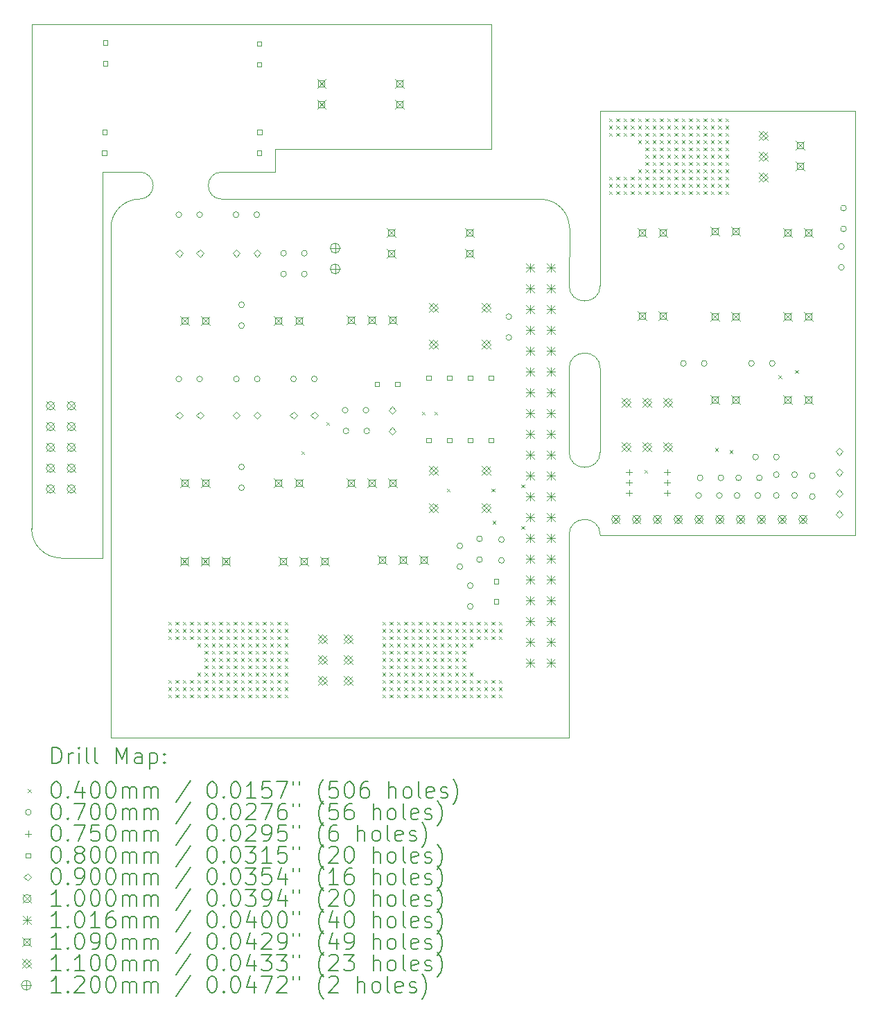
<source format=gbr>
%TF.GenerationSoftware,KiCad,Pcbnew,(6.0.7)*%
%TF.CreationDate,2022-08-29T12:50:03+02:00*%
%TF.ProjectId,pi_shield,70695f73-6869-4656-9c64-2e6b69636164,rev?*%
%TF.SameCoordinates,Original*%
%TF.FileFunction,Drillmap*%
%TF.FilePolarity,Positive*%
%FSLAX45Y45*%
G04 Gerber Fmt 4.5, Leading zero omitted, Abs format (unit mm)*
G04 Created by KiCad (PCBNEW (6.0.7)) date 2022-08-29 12:50:03*
%MOMM*%
%LPD*%
G01*
G04 APERTURE LIST*
%ADD10C,0.100000*%
%ADD11C,0.200000*%
%ADD12C,0.040000*%
%ADD13C,0.070000*%
%ADD14C,0.075000*%
%ADD15C,0.080000*%
%ADD16C,0.090000*%
%ADD17C,0.101600*%
%ADD18C,0.109000*%
%ADD19C,0.110000*%
%ADD20C,0.120000*%
G04 APERTURE END LIST*
D10*
X20510500Y-4597400D02*
X20510500Y-5715000D01*
X20497800Y-4597400D02*
X20510500Y-4597400D01*
X17399000Y-4597400D02*
X20497800Y-4597400D01*
X17399000Y-5715000D02*
X17399000Y-4597400D01*
X14084300Y-3543300D02*
X10477500Y-3543300D01*
X11422000Y-6029000D02*
X11422000Y-12254000D01*
X14084300Y-3543300D02*
X16065500Y-3543300D01*
X13423900Y-5067300D02*
X13423900Y-5346700D01*
X10477500Y-3543300D02*
X10452100Y-3543300D01*
X17399000Y-6731000D02*
X17399000Y-5715000D01*
X11315700Y-5346700D02*
X11772900Y-5346700D01*
X17399000Y-9779000D02*
G75*
G03*
X17018000Y-9779000I-190500J0D01*
G01*
X17399000Y-7747000D02*
X17399000Y-8763000D01*
X17022036Y-6029000D02*
G75*
G03*
X16677000Y-5679000I-350036J0D01*
G01*
X12776200Y-5346700D02*
X13423900Y-5346700D01*
X11137900Y-10058400D02*
X11315700Y-10058400D01*
X17018000Y-6731000D02*
X17022036Y-6029000D01*
X16065500Y-3543300D02*
X16065500Y-5067300D01*
X17018000Y-8763000D02*
G75*
G03*
X17399000Y-8763000I190500J0D01*
G01*
X11315700Y-10058400D02*
X11315700Y-5346700D01*
X12776200Y-5676900D02*
X16677000Y-5679000D01*
X12776200Y-5346700D02*
G75*
G03*
X12776200Y-5676900I0J-165100D01*
G01*
X17018000Y-6731000D02*
G75*
G03*
X17399000Y-6731000I190500J0D01*
G01*
X11772011Y-5676898D02*
G75*
G03*
X11772900Y-5346700I889J165098D01*
G01*
X17399000Y-7747000D02*
G75*
G03*
X17018000Y-7747000I-190500J0D01*
G01*
X16065500Y-5067300D02*
X13525500Y-5067300D01*
X13525500Y-5067300D02*
X13423900Y-5067300D01*
X17018000Y-8763000D02*
X17018000Y-7747000D01*
X11772011Y-5676898D02*
G75*
G03*
X11422000Y-6029000I0J-350017D01*
G01*
X17018000Y-12255500D02*
X17018000Y-9779000D01*
X10452100Y-9702800D02*
G75*
G03*
X10807700Y-10058400I355600J0D01*
G01*
X20256500Y-9779000D02*
X17399000Y-9779000D01*
X11422000Y-12254000D02*
X13322000Y-12254000D01*
X10807700Y-10058400D02*
X11137900Y-10058400D01*
X20256500Y-9779000D02*
X20510500Y-9779000D01*
X10452100Y-3543300D02*
X10452100Y-9702800D01*
X20510500Y-9779000D02*
X20510500Y-5715000D01*
X13322000Y-12254000D02*
X17018000Y-12255500D01*
D11*
D12*
X12121200Y-10838500D02*
X12161200Y-10878500D01*
X12161200Y-10838500D02*
X12121200Y-10878500D01*
X12121200Y-10927400D02*
X12161200Y-10967400D01*
X12161200Y-10927400D02*
X12121200Y-10967400D01*
X12121200Y-11016300D02*
X12161200Y-11056300D01*
X12161200Y-11016300D02*
X12121200Y-11056300D01*
X12121200Y-11549700D02*
X12161200Y-11589700D01*
X12161200Y-11549700D02*
X12121200Y-11589700D01*
X12121200Y-11638600D02*
X12161200Y-11678600D01*
X12161200Y-11638600D02*
X12121200Y-11678600D01*
X12121200Y-11727500D02*
X12161200Y-11767500D01*
X12161200Y-11727500D02*
X12121200Y-11767500D01*
X12210100Y-10838500D02*
X12250100Y-10878500D01*
X12250100Y-10838500D02*
X12210100Y-10878500D01*
X12210100Y-10927400D02*
X12250100Y-10967400D01*
X12250100Y-10927400D02*
X12210100Y-10967400D01*
X12210100Y-11016300D02*
X12250100Y-11056300D01*
X12250100Y-11016300D02*
X12210100Y-11056300D01*
X12210100Y-11549700D02*
X12250100Y-11589700D01*
X12250100Y-11549700D02*
X12210100Y-11589700D01*
X12210100Y-11638600D02*
X12250100Y-11678600D01*
X12250100Y-11638600D02*
X12210100Y-11678600D01*
X12210100Y-11727500D02*
X12250100Y-11767500D01*
X12250100Y-11727500D02*
X12210100Y-11767500D01*
X12298851Y-10927962D02*
X12338851Y-10967962D01*
X12338851Y-10927962D02*
X12298851Y-10967962D01*
X12299000Y-10838500D02*
X12339000Y-10878500D01*
X12339000Y-10838500D02*
X12299000Y-10878500D01*
X12299000Y-11016300D02*
X12339000Y-11056300D01*
X12339000Y-11016300D02*
X12299000Y-11056300D01*
X12299000Y-11549700D02*
X12339000Y-11589700D01*
X12339000Y-11549700D02*
X12299000Y-11589700D01*
X12299000Y-11638600D02*
X12339000Y-11678600D01*
X12339000Y-11638600D02*
X12299000Y-11678600D01*
X12299000Y-11727500D02*
X12339000Y-11767500D01*
X12339000Y-11727500D02*
X12299000Y-11767500D01*
X12387900Y-10838500D02*
X12427900Y-10878500D01*
X12427900Y-10838500D02*
X12387900Y-10878500D01*
X12387900Y-10927400D02*
X12427900Y-10967400D01*
X12427900Y-10927400D02*
X12387900Y-10967400D01*
X12387900Y-11016300D02*
X12427900Y-11056300D01*
X12427900Y-11016300D02*
X12387900Y-11056300D01*
X12387900Y-11549700D02*
X12427900Y-11589700D01*
X12427900Y-11549700D02*
X12387900Y-11589700D01*
X12387900Y-11638600D02*
X12427900Y-11678600D01*
X12427900Y-11638600D02*
X12387900Y-11678600D01*
X12387900Y-11727500D02*
X12427900Y-11767500D01*
X12427900Y-11727500D02*
X12387900Y-11767500D01*
X12476800Y-10838500D02*
X12516800Y-10878500D01*
X12516800Y-10838500D02*
X12476800Y-10878500D01*
X12476800Y-10927400D02*
X12516800Y-10967400D01*
X12516800Y-10927400D02*
X12476800Y-10967400D01*
X12476800Y-11016300D02*
X12516800Y-11056300D01*
X12516800Y-11016300D02*
X12476800Y-11056300D01*
X12476800Y-11105200D02*
X12516800Y-11145200D01*
X12516800Y-11105200D02*
X12476800Y-11145200D01*
X12476800Y-11460800D02*
X12516800Y-11500800D01*
X12516800Y-11460800D02*
X12476800Y-11500800D01*
X12476800Y-11549700D02*
X12516800Y-11589700D01*
X12516800Y-11549700D02*
X12476800Y-11589700D01*
X12476800Y-11638600D02*
X12516800Y-11678600D01*
X12516800Y-11638600D02*
X12476800Y-11678600D01*
X12476800Y-11727500D02*
X12516800Y-11767500D01*
X12516800Y-11727500D02*
X12476800Y-11767500D01*
X12565700Y-10838500D02*
X12605700Y-10878500D01*
X12605700Y-10838500D02*
X12565700Y-10878500D01*
X12565700Y-10927400D02*
X12605700Y-10967400D01*
X12605700Y-10927400D02*
X12565700Y-10967400D01*
X12565700Y-11016300D02*
X12605700Y-11056300D01*
X12605700Y-11016300D02*
X12565700Y-11056300D01*
X12565700Y-11105200D02*
X12605700Y-11145200D01*
X12605700Y-11105200D02*
X12565700Y-11145200D01*
X12565700Y-11194100D02*
X12605700Y-11234100D01*
X12605700Y-11194100D02*
X12565700Y-11234100D01*
X12565700Y-11283000D02*
X12605700Y-11323000D01*
X12605700Y-11283000D02*
X12565700Y-11323000D01*
X12565700Y-11371900D02*
X12605700Y-11411900D01*
X12605700Y-11371900D02*
X12565700Y-11411900D01*
X12565700Y-11460800D02*
X12605700Y-11500800D01*
X12605700Y-11460800D02*
X12565700Y-11500800D01*
X12565700Y-11549700D02*
X12605700Y-11589700D01*
X12605700Y-11549700D02*
X12565700Y-11589700D01*
X12565700Y-11638600D02*
X12605700Y-11678600D01*
X12605700Y-11638600D02*
X12565700Y-11678600D01*
X12565700Y-11727500D02*
X12605700Y-11767500D01*
X12605700Y-11727500D02*
X12565700Y-11767500D01*
X12654600Y-10838500D02*
X12694600Y-10878500D01*
X12694600Y-10838500D02*
X12654600Y-10878500D01*
X12654600Y-10927400D02*
X12694600Y-10967400D01*
X12694600Y-10927400D02*
X12654600Y-10967400D01*
X12654600Y-11016300D02*
X12694600Y-11056300D01*
X12694600Y-11016300D02*
X12654600Y-11056300D01*
X12654600Y-11105200D02*
X12694600Y-11145200D01*
X12694600Y-11105200D02*
X12654600Y-11145200D01*
X12654600Y-11194100D02*
X12694600Y-11234100D01*
X12694600Y-11194100D02*
X12654600Y-11234100D01*
X12654600Y-11283000D02*
X12694600Y-11323000D01*
X12694600Y-11283000D02*
X12654600Y-11323000D01*
X12654600Y-11371900D02*
X12694600Y-11411900D01*
X12694600Y-11371900D02*
X12654600Y-11411900D01*
X12654600Y-11460800D02*
X12694600Y-11500800D01*
X12694600Y-11460800D02*
X12654600Y-11500800D01*
X12654600Y-11549700D02*
X12694600Y-11589700D01*
X12694600Y-11549700D02*
X12654600Y-11589700D01*
X12654600Y-11638600D02*
X12694600Y-11678600D01*
X12694600Y-11638600D02*
X12654600Y-11678600D01*
X12654600Y-11727500D02*
X12694600Y-11767500D01*
X12694600Y-11727500D02*
X12654600Y-11767500D01*
X12743500Y-10838500D02*
X12783500Y-10878500D01*
X12783500Y-10838500D02*
X12743500Y-10878500D01*
X12743500Y-10927400D02*
X12783500Y-10967400D01*
X12783500Y-10927400D02*
X12743500Y-10967400D01*
X12743500Y-11016300D02*
X12783500Y-11056300D01*
X12783500Y-11016300D02*
X12743500Y-11056300D01*
X12743500Y-11105200D02*
X12783500Y-11145200D01*
X12783500Y-11105200D02*
X12743500Y-11145200D01*
X12743500Y-11194100D02*
X12783500Y-11234100D01*
X12783500Y-11194100D02*
X12743500Y-11234100D01*
X12743500Y-11283000D02*
X12783500Y-11323000D01*
X12783500Y-11283000D02*
X12743500Y-11323000D01*
X12743500Y-11371900D02*
X12783500Y-11411900D01*
X12783500Y-11371900D02*
X12743500Y-11411900D01*
X12743500Y-11460800D02*
X12783500Y-11500800D01*
X12783500Y-11460800D02*
X12743500Y-11500800D01*
X12743500Y-11549700D02*
X12783500Y-11589700D01*
X12783500Y-11549700D02*
X12743500Y-11589700D01*
X12743500Y-11638600D02*
X12783500Y-11678600D01*
X12783500Y-11638600D02*
X12743500Y-11678600D01*
X12743500Y-11727500D02*
X12783500Y-11767500D01*
X12783500Y-11727500D02*
X12743500Y-11767500D01*
X12832400Y-10838500D02*
X12872400Y-10878500D01*
X12872400Y-10838500D02*
X12832400Y-10878500D01*
X12832400Y-10927400D02*
X12872400Y-10967400D01*
X12872400Y-10927400D02*
X12832400Y-10967400D01*
X12832400Y-11016300D02*
X12872400Y-11056300D01*
X12872400Y-11016300D02*
X12832400Y-11056300D01*
X12832400Y-11105200D02*
X12872400Y-11145200D01*
X12872400Y-11105200D02*
X12832400Y-11145200D01*
X12832400Y-11194100D02*
X12872400Y-11234100D01*
X12872400Y-11194100D02*
X12832400Y-11234100D01*
X12832400Y-11283000D02*
X12872400Y-11323000D01*
X12872400Y-11283000D02*
X12832400Y-11323000D01*
X12832400Y-11371900D02*
X12872400Y-11411900D01*
X12872400Y-11371900D02*
X12832400Y-11411900D01*
X12832400Y-11460800D02*
X12872400Y-11500800D01*
X12872400Y-11460800D02*
X12832400Y-11500800D01*
X12832400Y-11549700D02*
X12872400Y-11589700D01*
X12872400Y-11549700D02*
X12832400Y-11589700D01*
X12832400Y-11638600D02*
X12872400Y-11678600D01*
X12872400Y-11638600D02*
X12832400Y-11678600D01*
X12832400Y-11727500D02*
X12872400Y-11767500D01*
X12872400Y-11727500D02*
X12832400Y-11767500D01*
X12921300Y-10838500D02*
X12961300Y-10878500D01*
X12961300Y-10838500D02*
X12921300Y-10878500D01*
X12921300Y-10927400D02*
X12961300Y-10967400D01*
X12961300Y-10927400D02*
X12921300Y-10967400D01*
X12921300Y-11016300D02*
X12961300Y-11056300D01*
X12961300Y-11016300D02*
X12921300Y-11056300D01*
X12921300Y-11105200D02*
X12961300Y-11145200D01*
X12961300Y-11105200D02*
X12921300Y-11145200D01*
X12921300Y-11194100D02*
X12961300Y-11234100D01*
X12961300Y-11194100D02*
X12921300Y-11234100D01*
X12921300Y-11283000D02*
X12961300Y-11323000D01*
X12961300Y-11283000D02*
X12921300Y-11323000D01*
X12921300Y-11371900D02*
X12961300Y-11411900D01*
X12961300Y-11371900D02*
X12921300Y-11411900D01*
X12921300Y-11460800D02*
X12961300Y-11500800D01*
X12961300Y-11460800D02*
X12921300Y-11500800D01*
X12921300Y-11549700D02*
X12961300Y-11589700D01*
X12961300Y-11549700D02*
X12921300Y-11589700D01*
X12921300Y-11638600D02*
X12961300Y-11678600D01*
X12961300Y-11638600D02*
X12921300Y-11678600D01*
X12921300Y-11727500D02*
X12961300Y-11767500D01*
X12961300Y-11727500D02*
X12921300Y-11767500D01*
X13010200Y-10838500D02*
X13050200Y-10878500D01*
X13050200Y-10838500D02*
X13010200Y-10878500D01*
X13010200Y-10927400D02*
X13050200Y-10967400D01*
X13050200Y-10927400D02*
X13010200Y-10967400D01*
X13010200Y-11016300D02*
X13050200Y-11056300D01*
X13050200Y-11016300D02*
X13010200Y-11056300D01*
X13010200Y-11105200D02*
X13050200Y-11145200D01*
X13050200Y-11105200D02*
X13010200Y-11145200D01*
X13010200Y-11194100D02*
X13050200Y-11234100D01*
X13050200Y-11194100D02*
X13010200Y-11234100D01*
X13010200Y-11283000D02*
X13050200Y-11323000D01*
X13050200Y-11283000D02*
X13010200Y-11323000D01*
X13010200Y-11371900D02*
X13050200Y-11411900D01*
X13050200Y-11371900D02*
X13010200Y-11411900D01*
X13010200Y-11460800D02*
X13050200Y-11500800D01*
X13050200Y-11460800D02*
X13010200Y-11500800D01*
X13010200Y-11549700D02*
X13050200Y-11589700D01*
X13050200Y-11549700D02*
X13010200Y-11589700D01*
X13010200Y-11638600D02*
X13050200Y-11678600D01*
X13050200Y-11638600D02*
X13010200Y-11678600D01*
X13010200Y-11727500D02*
X13050200Y-11767500D01*
X13050200Y-11727500D02*
X13010200Y-11767500D01*
X13099100Y-10838500D02*
X13139100Y-10878500D01*
X13139100Y-10838500D02*
X13099100Y-10878500D01*
X13099100Y-10927400D02*
X13139100Y-10967400D01*
X13139100Y-10927400D02*
X13099100Y-10967400D01*
X13099100Y-11016300D02*
X13139100Y-11056300D01*
X13139100Y-11016300D02*
X13099100Y-11056300D01*
X13099100Y-11105200D02*
X13139100Y-11145200D01*
X13139100Y-11105200D02*
X13099100Y-11145200D01*
X13099100Y-11194100D02*
X13139100Y-11234100D01*
X13139100Y-11194100D02*
X13099100Y-11234100D01*
X13099100Y-11283000D02*
X13139100Y-11323000D01*
X13139100Y-11283000D02*
X13099100Y-11323000D01*
X13099100Y-11371900D02*
X13139100Y-11411900D01*
X13139100Y-11371900D02*
X13099100Y-11411900D01*
X13099100Y-11460800D02*
X13139100Y-11500800D01*
X13139100Y-11460800D02*
X13099100Y-11500800D01*
X13099100Y-11549700D02*
X13139100Y-11589700D01*
X13139100Y-11549700D02*
X13099100Y-11589700D01*
X13099100Y-11638600D02*
X13139100Y-11678600D01*
X13139100Y-11638600D02*
X13099100Y-11678600D01*
X13099100Y-11727500D02*
X13139100Y-11767500D01*
X13139100Y-11727500D02*
X13099100Y-11767500D01*
X13188000Y-10838500D02*
X13228000Y-10878500D01*
X13228000Y-10838500D02*
X13188000Y-10878500D01*
X13188000Y-10927400D02*
X13228000Y-10967400D01*
X13228000Y-10927400D02*
X13188000Y-10967400D01*
X13188000Y-11016300D02*
X13228000Y-11056300D01*
X13228000Y-11016300D02*
X13188000Y-11056300D01*
X13188000Y-11105200D02*
X13228000Y-11145200D01*
X13228000Y-11105200D02*
X13188000Y-11145200D01*
X13188000Y-11194100D02*
X13228000Y-11234100D01*
X13228000Y-11194100D02*
X13188000Y-11234100D01*
X13188000Y-11283000D02*
X13228000Y-11323000D01*
X13228000Y-11283000D02*
X13188000Y-11323000D01*
X13188000Y-11371900D02*
X13228000Y-11411900D01*
X13228000Y-11371900D02*
X13188000Y-11411900D01*
X13188000Y-11460800D02*
X13228000Y-11500800D01*
X13228000Y-11460800D02*
X13188000Y-11500800D01*
X13188000Y-11549700D02*
X13228000Y-11589700D01*
X13228000Y-11549700D02*
X13188000Y-11589700D01*
X13188000Y-11638600D02*
X13228000Y-11678600D01*
X13228000Y-11638600D02*
X13188000Y-11678600D01*
X13188000Y-11727500D02*
X13228000Y-11767500D01*
X13228000Y-11727500D02*
X13188000Y-11767500D01*
X13276900Y-10838500D02*
X13316900Y-10878500D01*
X13316900Y-10838500D02*
X13276900Y-10878500D01*
X13276900Y-10927400D02*
X13316900Y-10967400D01*
X13316900Y-10927400D02*
X13276900Y-10967400D01*
X13276900Y-11016300D02*
X13316900Y-11056300D01*
X13316900Y-11016300D02*
X13276900Y-11056300D01*
X13276900Y-11105200D02*
X13316900Y-11145200D01*
X13316900Y-11105200D02*
X13276900Y-11145200D01*
X13276900Y-11194100D02*
X13316900Y-11234100D01*
X13316900Y-11194100D02*
X13276900Y-11234100D01*
X13276900Y-11283000D02*
X13316900Y-11323000D01*
X13316900Y-11283000D02*
X13276900Y-11323000D01*
X13276900Y-11371900D02*
X13316900Y-11411900D01*
X13316900Y-11371900D02*
X13276900Y-11411900D01*
X13276900Y-11460800D02*
X13316900Y-11500800D01*
X13316900Y-11460800D02*
X13276900Y-11500800D01*
X13276900Y-11549700D02*
X13316900Y-11589700D01*
X13316900Y-11549700D02*
X13276900Y-11589700D01*
X13276900Y-11638600D02*
X13316900Y-11678600D01*
X13316900Y-11638600D02*
X13276900Y-11678600D01*
X13276900Y-11727500D02*
X13316900Y-11767500D01*
X13316900Y-11727500D02*
X13276900Y-11767500D01*
X13365800Y-10838500D02*
X13405800Y-10878500D01*
X13405800Y-10838500D02*
X13365800Y-10878500D01*
X13365800Y-10927400D02*
X13405800Y-10967400D01*
X13405800Y-10927400D02*
X13365800Y-10967400D01*
X13365800Y-11016300D02*
X13405800Y-11056300D01*
X13405800Y-11016300D02*
X13365800Y-11056300D01*
X13365800Y-11105200D02*
X13405800Y-11145200D01*
X13405800Y-11105200D02*
X13365800Y-11145200D01*
X13365800Y-11194100D02*
X13405800Y-11234100D01*
X13405800Y-11194100D02*
X13365800Y-11234100D01*
X13365800Y-11283000D02*
X13405800Y-11323000D01*
X13405800Y-11283000D02*
X13365800Y-11323000D01*
X13365800Y-11371900D02*
X13405800Y-11411900D01*
X13405800Y-11371900D02*
X13365800Y-11411900D01*
X13365800Y-11460800D02*
X13405800Y-11500800D01*
X13405800Y-11460800D02*
X13365800Y-11500800D01*
X13365800Y-11549700D02*
X13405800Y-11589700D01*
X13405800Y-11549700D02*
X13365800Y-11589700D01*
X13365800Y-11638600D02*
X13405800Y-11678600D01*
X13405800Y-11638600D02*
X13365800Y-11678600D01*
X13365800Y-11727500D02*
X13405800Y-11767500D01*
X13405800Y-11727500D02*
X13365800Y-11767500D01*
X13454700Y-10838500D02*
X13494700Y-10878500D01*
X13494700Y-10838500D02*
X13454700Y-10878500D01*
X13454700Y-10927400D02*
X13494700Y-10967400D01*
X13494700Y-10927400D02*
X13454700Y-10967400D01*
X13454700Y-11016300D02*
X13494700Y-11056300D01*
X13494700Y-11016300D02*
X13454700Y-11056300D01*
X13454700Y-11105200D02*
X13494700Y-11145200D01*
X13494700Y-11105200D02*
X13454700Y-11145200D01*
X13454700Y-11194100D02*
X13494700Y-11234100D01*
X13494700Y-11194100D02*
X13454700Y-11234100D01*
X13454700Y-11283000D02*
X13494700Y-11323000D01*
X13494700Y-11283000D02*
X13454700Y-11323000D01*
X13454700Y-11371900D02*
X13494700Y-11411900D01*
X13494700Y-11371900D02*
X13454700Y-11411900D01*
X13454700Y-11460800D02*
X13494700Y-11500800D01*
X13494700Y-11460800D02*
X13454700Y-11500800D01*
X13454700Y-11549700D02*
X13494700Y-11589700D01*
X13494700Y-11549700D02*
X13454700Y-11589700D01*
X13454700Y-11638600D02*
X13494700Y-11678600D01*
X13494700Y-11638600D02*
X13454700Y-11678600D01*
X13454700Y-11727500D02*
X13494700Y-11767500D01*
X13494700Y-11727500D02*
X13454700Y-11767500D01*
X13543600Y-10838500D02*
X13583600Y-10878500D01*
X13583600Y-10838500D02*
X13543600Y-10878500D01*
X13543600Y-10927400D02*
X13583600Y-10967400D01*
X13583600Y-10927400D02*
X13543600Y-10967400D01*
X13543600Y-11016300D02*
X13583600Y-11056300D01*
X13583600Y-11016300D02*
X13543600Y-11056300D01*
X13543600Y-11105200D02*
X13583600Y-11145200D01*
X13583600Y-11105200D02*
X13543600Y-11145200D01*
X13543600Y-11194100D02*
X13583600Y-11234100D01*
X13583600Y-11194100D02*
X13543600Y-11234100D01*
X13543600Y-11283000D02*
X13583600Y-11323000D01*
X13583600Y-11283000D02*
X13543600Y-11323000D01*
X13543600Y-11371900D02*
X13583600Y-11411900D01*
X13583600Y-11371900D02*
X13543600Y-11411900D01*
X13543600Y-11460800D02*
X13583600Y-11500800D01*
X13583600Y-11460800D02*
X13543600Y-11500800D01*
X13543600Y-11549700D02*
X13583600Y-11589700D01*
X13583600Y-11549700D02*
X13543600Y-11589700D01*
X13543600Y-11638600D02*
X13583600Y-11678600D01*
X13583600Y-11638600D02*
X13543600Y-11678600D01*
X13543600Y-11727500D02*
X13583600Y-11767500D01*
X13583600Y-11727500D02*
X13543600Y-11767500D01*
X13746800Y-8755700D02*
X13786800Y-8795700D01*
X13786800Y-8755700D02*
X13746800Y-8795700D01*
X14051600Y-8400100D02*
X14091600Y-8440100D01*
X14091600Y-8400100D02*
X14051600Y-8440100D01*
X14737400Y-10838500D02*
X14777400Y-10878500D01*
X14777400Y-10838500D02*
X14737400Y-10878500D01*
X14737400Y-10927400D02*
X14777400Y-10967400D01*
X14777400Y-10927400D02*
X14737400Y-10967400D01*
X14737400Y-11016300D02*
X14777400Y-11056300D01*
X14777400Y-11016300D02*
X14737400Y-11056300D01*
X14737400Y-11105200D02*
X14777400Y-11145200D01*
X14777400Y-11105200D02*
X14737400Y-11145200D01*
X14737400Y-11194100D02*
X14777400Y-11234100D01*
X14777400Y-11194100D02*
X14737400Y-11234100D01*
X14737400Y-11283000D02*
X14777400Y-11323000D01*
X14777400Y-11283000D02*
X14737400Y-11323000D01*
X14737400Y-11371900D02*
X14777400Y-11411900D01*
X14777400Y-11371900D02*
X14737400Y-11411900D01*
X14737400Y-11460800D02*
X14777400Y-11500800D01*
X14777400Y-11460800D02*
X14737400Y-11500800D01*
X14737400Y-11549700D02*
X14777400Y-11589700D01*
X14777400Y-11549700D02*
X14737400Y-11589700D01*
X14737400Y-11638600D02*
X14777400Y-11678600D01*
X14777400Y-11638600D02*
X14737400Y-11678600D01*
X14737400Y-11727500D02*
X14777400Y-11767500D01*
X14777400Y-11727500D02*
X14737400Y-11767500D01*
X14826300Y-10838500D02*
X14866300Y-10878500D01*
X14866300Y-10838500D02*
X14826300Y-10878500D01*
X14826300Y-10927400D02*
X14866300Y-10967400D01*
X14866300Y-10927400D02*
X14826300Y-10967400D01*
X14826300Y-11016300D02*
X14866300Y-11056300D01*
X14866300Y-11016300D02*
X14826300Y-11056300D01*
X14826300Y-11105200D02*
X14866300Y-11145200D01*
X14866300Y-11105200D02*
X14826300Y-11145200D01*
X14826300Y-11194100D02*
X14866300Y-11234100D01*
X14866300Y-11194100D02*
X14826300Y-11234100D01*
X14826300Y-11283000D02*
X14866300Y-11323000D01*
X14866300Y-11283000D02*
X14826300Y-11323000D01*
X14826300Y-11371900D02*
X14866300Y-11411900D01*
X14866300Y-11371900D02*
X14826300Y-11411900D01*
X14826300Y-11460800D02*
X14866300Y-11500800D01*
X14866300Y-11460800D02*
X14826300Y-11500800D01*
X14826300Y-11549700D02*
X14866300Y-11589700D01*
X14866300Y-11549700D02*
X14826300Y-11589700D01*
X14826300Y-11638600D02*
X14866300Y-11678600D01*
X14866300Y-11638600D02*
X14826300Y-11678600D01*
X14826300Y-11727500D02*
X14866300Y-11767500D01*
X14866300Y-11727500D02*
X14826300Y-11767500D01*
X14915200Y-10838500D02*
X14955200Y-10878500D01*
X14955200Y-10838500D02*
X14915200Y-10878500D01*
X14915200Y-10927400D02*
X14955200Y-10967400D01*
X14955200Y-10927400D02*
X14915200Y-10967400D01*
X14915200Y-11016300D02*
X14955200Y-11056300D01*
X14955200Y-11016300D02*
X14915200Y-11056300D01*
X14915200Y-11105200D02*
X14955200Y-11145200D01*
X14955200Y-11105200D02*
X14915200Y-11145200D01*
X14915200Y-11194100D02*
X14955200Y-11234100D01*
X14955200Y-11194100D02*
X14915200Y-11234100D01*
X14915200Y-11283000D02*
X14955200Y-11323000D01*
X14955200Y-11283000D02*
X14915200Y-11323000D01*
X14915200Y-11371900D02*
X14955200Y-11411900D01*
X14955200Y-11371900D02*
X14915200Y-11411900D01*
X14915200Y-11460800D02*
X14955200Y-11500800D01*
X14955200Y-11460800D02*
X14915200Y-11500800D01*
X14915200Y-11549700D02*
X14955200Y-11589700D01*
X14955200Y-11549700D02*
X14915200Y-11589700D01*
X14915200Y-11638600D02*
X14955200Y-11678600D01*
X14955200Y-11638600D02*
X14915200Y-11678600D01*
X14915200Y-11727500D02*
X14955200Y-11767500D01*
X14955200Y-11727500D02*
X14915200Y-11767500D01*
X15004100Y-10838500D02*
X15044100Y-10878500D01*
X15044100Y-10838500D02*
X15004100Y-10878500D01*
X15004100Y-10927400D02*
X15044100Y-10967400D01*
X15044100Y-10927400D02*
X15004100Y-10967400D01*
X15004100Y-11016300D02*
X15044100Y-11056300D01*
X15044100Y-11016300D02*
X15004100Y-11056300D01*
X15004100Y-11105200D02*
X15044100Y-11145200D01*
X15044100Y-11105200D02*
X15004100Y-11145200D01*
X15004100Y-11194100D02*
X15044100Y-11234100D01*
X15044100Y-11194100D02*
X15004100Y-11234100D01*
X15004100Y-11283000D02*
X15044100Y-11323000D01*
X15044100Y-11283000D02*
X15004100Y-11323000D01*
X15004100Y-11371900D02*
X15044100Y-11411900D01*
X15044100Y-11371900D02*
X15004100Y-11411900D01*
X15004100Y-11460800D02*
X15044100Y-11500800D01*
X15044100Y-11460800D02*
X15004100Y-11500800D01*
X15004100Y-11549700D02*
X15044100Y-11589700D01*
X15044100Y-11549700D02*
X15004100Y-11589700D01*
X15004100Y-11638600D02*
X15044100Y-11678600D01*
X15044100Y-11638600D02*
X15004100Y-11678600D01*
X15004100Y-11727500D02*
X15044100Y-11767500D01*
X15044100Y-11727500D02*
X15004100Y-11767500D01*
X15093000Y-10838500D02*
X15133000Y-10878500D01*
X15133000Y-10838500D02*
X15093000Y-10878500D01*
X15093000Y-10927400D02*
X15133000Y-10967400D01*
X15133000Y-10927400D02*
X15093000Y-10967400D01*
X15093000Y-11016300D02*
X15133000Y-11056300D01*
X15133000Y-11016300D02*
X15093000Y-11056300D01*
X15093000Y-11105200D02*
X15133000Y-11145200D01*
X15133000Y-11105200D02*
X15093000Y-11145200D01*
X15093000Y-11194100D02*
X15133000Y-11234100D01*
X15133000Y-11194100D02*
X15093000Y-11234100D01*
X15093000Y-11283000D02*
X15133000Y-11323000D01*
X15133000Y-11283000D02*
X15093000Y-11323000D01*
X15093000Y-11371900D02*
X15133000Y-11411900D01*
X15133000Y-11371900D02*
X15093000Y-11411900D01*
X15093000Y-11460800D02*
X15133000Y-11500800D01*
X15133000Y-11460800D02*
X15093000Y-11500800D01*
X15093000Y-11549700D02*
X15133000Y-11589700D01*
X15133000Y-11549700D02*
X15093000Y-11589700D01*
X15093000Y-11638600D02*
X15133000Y-11678600D01*
X15133000Y-11638600D02*
X15093000Y-11678600D01*
X15093000Y-11727500D02*
X15133000Y-11767500D01*
X15133000Y-11727500D02*
X15093000Y-11767500D01*
X15181900Y-10838500D02*
X15221900Y-10878500D01*
X15221900Y-10838500D02*
X15181900Y-10878500D01*
X15181900Y-10927400D02*
X15221900Y-10967400D01*
X15221900Y-10927400D02*
X15181900Y-10967400D01*
X15181900Y-11016300D02*
X15221900Y-11056300D01*
X15221900Y-11016300D02*
X15181900Y-11056300D01*
X15181900Y-11105200D02*
X15221900Y-11145200D01*
X15221900Y-11105200D02*
X15181900Y-11145200D01*
X15181900Y-11194100D02*
X15221900Y-11234100D01*
X15221900Y-11194100D02*
X15181900Y-11234100D01*
X15181900Y-11283000D02*
X15221900Y-11323000D01*
X15221900Y-11283000D02*
X15181900Y-11323000D01*
X15181900Y-11371900D02*
X15221900Y-11411900D01*
X15221900Y-11371900D02*
X15181900Y-11411900D01*
X15181900Y-11460800D02*
X15221900Y-11500800D01*
X15221900Y-11460800D02*
X15181900Y-11500800D01*
X15181900Y-11549700D02*
X15221900Y-11589700D01*
X15221900Y-11549700D02*
X15181900Y-11589700D01*
X15181900Y-11638600D02*
X15221900Y-11678600D01*
X15221900Y-11638600D02*
X15181900Y-11678600D01*
X15181900Y-11727500D02*
X15221900Y-11767500D01*
X15221900Y-11727500D02*
X15181900Y-11767500D01*
X15220000Y-8273100D02*
X15260000Y-8313100D01*
X15260000Y-8273100D02*
X15220000Y-8313100D01*
X15270800Y-10838500D02*
X15310800Y-10878500D01*
X15310800Y-10838500D02*
X15270800Y-10878500D01*
X15270800Y-10927400D02*
X15310800Y-10967400D01*
X15310800Y-10927400D02*
X15270800Y-10967400D01*
X15270800Y-11016300D02*
X15310800Y-11056300D01*
X15310800Y-11016300D02*
X15270800Y-11056300D01*
X15270800Y-11105200D02*
X15310800Y-11145200D01*
X15310800Y-11105200D02*
X15270800Y-11145200D01*
X15270800Y-11194100D02*
X15310800Y-11234100D01*
X15310800Y-11194100D02*
X15270800Y-11234100D01*
X15270800Y-11283000D02*
X15310800Y-11323000D01*
X15310800Y-11283000D02*
X15270800Y-11323000D01*
X15270800Y-11371900D02*
X15310800Y-11411900D01*
X15310800Y-11371900D02*
X15270800Y-11411900D01*
X15270800Y-11460800D02*
X15310800Y-11500800D01*
X15310800Y-11460800D02*
X15270800Y-11500800D01*
X15270800Y-11549700D02*
X15310800Y-11589700D01*
X15310800Y-11549700D02*
X15270800Y-11589700D01*
X15270800Y-11638600D02*
X15310800Y-11678600D01*
X15310800Y-11638600D02*
X15270800Y-11678600D01*
X15270800Y-11727500D02*
X15310800Y-11767500D01*
X15310800Y-11727500D02*
X15270800Y-11767500D01*
X15359700Y-10838500D02*
X15399700Y-10878500D01*
X15399700Y-10838500D02*
X15359700Y-10878500D01*
X15359700Y-10927400D02*
X15399700Y-10967400D01*
X15399700Y-10927400D02*
X15359700Y-10967400D01*
X15359700Y-11016300D02*
X15399700Y-11056300D01*
X15399700Y-11016300D02*
X15359700Y-11056300D01*
X15359700Y-11105200D02*
X15399700Y-11145200D01*
X15399700Y-11105200D02*
X15359700Y-11145200D01*
X15359700Y-11194100D02*
X15399700Y-11234100D01*
X15399700Y-11194100D02*
X15359700Y-11234100D01*
X15359700Y-11283000D02*
X15399700Y-11323000D01*
X15399700Y-11283000D02*
X15359700Y-11323000D01*
X15359700Y-11371900D02*
X15399700Y-11411900D01*
X15399700Y-11371900D02*
X15359700Y-11411900D01*
X15359700Y-11460800D02*
X15399700Y-11500800D01*
X15399700Y-11460800D02*
X15359700Y-11500800D01*
X15359700Y-11549700D02*
X15399700Y-11589700D01*
X15399700Y-11549700D02*
X15359700Y-11589700D01*
X15359700Y-11638600D02*
X15399700Y-11678600D01*
X15399700Y-11638600D02*
X15359700Y-11678600D01*
X15359700Y-11727500D02*
X15399700Y-11767500D01*
X15399700Y-11727500D02*
X15359700Y-11767500D01*
X15372400Y-8273100D02*
X15412400Y-8313100D01*
X15412400Y-8273100D02*
X15372400Y-8313100D01*
X15448600Y-10838500D02*
X15488600Y-10878500D01*
X15488600Y-10838500D02*
X15448600Y-10878500D01*
X15448600Y-10927400D02*
X15488600Y-10967400D01*
X15488600Y-10927400D02*
X15448600Y-10967400D01*
X15448600Y-11016300D02*
X15488600Y-11056300D01*
X15488600Y-11016300D02*
X15448600Y-11056300D01*
X15448600Y-11105200D02*
X15488600Y-11145200D01*
X15488600Y-11105200D02*
X15448600Y-11145200D01*
X15448600Y-11194100D02*
X15488600Y-11234100D01*
X15488600Y-11194100D02*
X15448600Y-11234100D01*
X15448600Y-11283000D02*
X15488600Y-11323000D01*
X15488600Y-11283000D02*
X15448600Y-11323000D01*
X15448600Y-11371900D02*
X15488600Y-11411900D01*
X15488600Y-11371900D02*
X15448600Y-11411900D01*
X15448600Y-11460800D02*
X15488600Y-11500800D01*
X15488600Y-11460800D02*
X15448600Y-11500800D01*
X15448600Y-11549700D02*
X15488600Y-11589700D01*
X15488600Y-11549700D02*
X15448600Y-11589700D01*
X15448600Y-11638600D02*
X15488600Y-11678600D01*
X15488600Y-11638600D02*
X15448600Y-11678600D01*
X15448600Y-11727500D02*
X15488600Y-11767500D01*
X15488600Y-11727500D02*
X15448600Y-11767500D01*
X15524800Y-9212900D02*
X15564800Y-9252900D01*
X15564800Y-9212900D02*
X15524800Y-9252900D01*
X15537500Y-10838500D02*
X15577500Y-10878500D01*
X15577500Y-10838500D02*
X15537500Y-10878500D01*
X15537500Y-10927400D02*
X15577500Y-10967400D01*
X15577500Y-10927400D02*
X15537500Y-10967400D01*
X15537500Y-11016300D02*
X15577500Y-11056300D01*
X15577500Y-11016300D02*
X15537500Y-11056300D01*
X15537500Y-11105200D02*
X15577500Y-11145200D01*
X15577500Y-11105200D02*
X15537500Y-11145200D01*
X15537500Y-11194100D02*
X15577500Y-11234100D01*
X15577500Y-11194100D02*
X15537500Y-11234100D01*
X15537500Y-11283000D02*
X15577500Y-11323000D01*
X15577500Y-11283000D02*
X15537500Y-11323000D01*
X15537500Y-11371900D02*
X15577500Y-11411900D01*
X15577500Y-11371900D02*
X15537500Y-11411900D01*
X15537500Y-11460800D02*
X15577500Y-11500800D01*
X15577500Y-11460800D02*
X15537500Y-11500800D01*
X15537500Y-11549700D02*
X15577500Y-11589700D01*
X15577500Y-11549700D02*
X15537500Y-11589700D01*
X15537500Y-11638600D02*
X15577500Y-11678600D01*
X15577500Y-11638600D02*
X15537500Y-11678600D01*
X15537500Y-11727500D02*
X15577500Y-11767500D01*
X15577500Y-11727500D02*
X15537500Y-11767500D01*
X15626400Y-10838500D02*
X15666400Y-10878500D01*
X15666400Y-10838500D02*
X15626400Y-10878500D01*
X15626400Y-10927400D02*
X15666400Y-10967400D01*
X15666400Y-10927400D02*
X15626400Y-10967400D01*
X15626400Y-11016300D02*
X15666400Y-11056300D01*
X15666400Y-11016300D02*
X15626400Y-11056300D01*
X15626400Y-11105200D02*
X15666400Y-11145200D01*
X15666400Y-11105200D02*
X15626400Y-11145200D01*
X15626400Y-11194100D02*
X15666400Y-11234100D01*
X15666400Y-11194100D02*
X15626400Y-11234100D01*
X15626400Y-11283000D02*
X15666400Y-11323000D01*
X15666400Y-11283000D02*
X15626400Y-11323000D01*
X15626400Y-11371900D02*
X15666400Y-11411900D01*
X15666400Y-11371900D02*
X15626400Y-11411900D01*
X15626400Y-11460800D02*
X15666400Y-11500800D01*
X15666400Y-11460800D02*
X15626400Y-11500800D01*
X15626400Y-11549700D02*
X15666400Y-11589700D01*
X15666400Y-11549700D02*
X15626400Y-11589700D01*
X15626400Y-11638600D02*
X15666400Y-11678600D01*
X15666400Y-11638600D02*
X15626400Y-11678600D01*
X15626400Y-11727500D02*
X15666400Y-11767500D01*
X15666400Y-11727500D02*
X15626400Y-11767500D01*
X15715300Y-10838500D02*
X15755300Y-10878500D01*
X15755300Y-10838500D02*
X15715300Y-10878500D01*
X15715300Y-10927400D02*
X15755300Y-10967400D01*
X15755300Y-10927400D02*
X15715300Y-10967400D01*
X15715300Y-11016300D02*
X15755300Y-11056300D01*
X15755300Y-11016300D02*
X15715300Y-11056300D01*
X15715300Y-11105200D02*
X15755300Y-11145200D01*
X15755300Y-11105200D02*
X15715300Y-11145200D01*
X15715300Y-11194100D02*
X15755300Y-11234100D01*
X15755300Y-11194100D02*
X15715300Y-11234100D01*
X15715300Y-11283000D02*
X15755300Y-11323000D01*
X15755300Y-11283000D02*
X15715300Y-11323000D01*
X15715300Y-11371900D02*
X15755300Y-11411900D01*
X15755300Y-11371900D02*
X15715300Y-11411900D01*
X15715300Y-11460800D02*
X15755300Y-11500800D01*
X15755300Y-11460800D02*
X15715300Y-11500800D01*
X15715300Y-11549700D02*
X15755300Y-11589700D01*
X15755300Y-11549700D02*
X15715300Y-11589700D01*
X15715300Y-11638600D02*
X15755300Y-11678600D01*
X15755300Y-11638600D02*
X15715300Y-11678600D01*
X15715300Y-11727500D02*
X15755300Y-11767500D01*
X15755300Y-11727500D02*
X15715300Y-11767500D01*
X15804200Y-10838500D02*
X15844200Y-10878500D01*
X15844200Y-10838500D02*
X15804200Y-10878500D01*
X15804200Y-10927400D02*
X15844200Y-10967400D01*
X15844200Y-10927400D02*
X15804200Y-10967400D01*
X15804200Y-11016300D02*
X15844200Y-11056300D01*
X15844200Y-11016300D02*
X15804200Y-11056300D01*
X15804200Y-11105200D02*
X15844200Y-11145200D01*
X15844200Y-11105200D02*
X15804200Y-11145200D01*
X15804200Y-11460800D02*
X15844200Y-11500800D01*
X15844200Y-11460800D02*
X15804200Y-11500800D01*
X15804200Y-11549700D02*
X15844200Y-11589700D01*
X15844200Y-11549700D02*
X15804200Y-11589700D01*
X15804200Y-11638600D02*
X15844200Y-11678600D01*
X15844200Y-11638600D02*
X15804200Y-11678600D01*
X15804200Y-11727500D02*
X15844200Y-11767500D01*
X15844200Y-11727500D02*
X15804200Y-11767500D01*
X15893100Y-10838500D02*
X15933100Y-10878500D01*
X15933100Y-10838500D02*
X15893100Y-10878500D01*
X15893100Y-10927400D02*
X15933100Y-10967400D01*
X15933100Y-10927400D02*
X15893100Y-10967400D01*
X15893100Y-11016300D02*
X15933100Y-11056300D01*
X15933100Y-11016300D02*
X15893100Y-11056300D01*
X15893100Y-11549700D02*
X15933100Y-11589700D01*
X15933100Y-11549700D02*
X15893100Y-11589700D01*
X15893100Y-11638600D02*
X15933100Y-11678600D01*
X15933100Y-11638600D02*
X15893100Y-11678600D01*
X15893100Y-11727500D02*
X15933100Y-11767500D01*
X15933100Y-11727500D02*
X15893100Y-11767500D01*
X15982000Y-10838500D02*
X16022000Y-10878500D01*
X16022000Y-10838500D02*
X15982000Y-10878500D01*
X15982000Y-10927400D02*
X16022000Y-10967400D01*
X16022000Y-10927400D02*
X15982000Y-10967400D01*
X15982000Y-11016300D02*
X16022000Y-11056300D01*
X16022000Y-11016300D02*
X15982000Y-11056300D01*
X15982000Y-11549700D02*
X16022000Y-11589700D01*
X16022000Y-11549700D02*
X15982000Y-11589700D01*
X15982000Y-11727500D02*
X16022000Y-11767500D01*
X16022000Y-11727500D02*
X15982000Y-11767500D01*
X15982149Y-11638038D02*
X16022149Y-11678038D01*
X16022149Y-11638038D02*
X15982149Y-11678038D01*
X16070900Y-9212900D02*
X16110900Y-9252900D01*
X16110900Y-9212900D02*
X16070900Y-9252900D01*
X16070900Y-10838500D02*
X16110900Y-10878500D01*
X16110900Y-10838500D02*
X16070900Y-10878500D01*
X16070900Y-10927400D02*
X16110900Y-10967400D01*
X16110900Y-10927400D02*
X16070900Y-10967400D01*
X16070900Y-11016300D02*
X16110900Y-11056300D01*
X16110900Y-11016300D02*
X16070900Y-11056300D01*
X16070900Y-11549700D02*
X16110900Y-11589700D01*
X16110900Y-11549700D02*
X16070900Y-11589700D01*
X16070900Y-11638600D02*
X16110900Y-11678600D01*
X16110900Y-11638600D02*
X16070900Y-11678600D01*
X16070900Y-11727500D02*
X16110900Y-11767500D01*
X16110900Y-11727500D02*
X16070900Y-11767500D01*
X16083600Y-9606600D02*
X16123600Y-9646600D01*
X16123600Y-9606600D02*
X16083600Y-9646600D01*
X16159800Y-10838500D02*
X16199800Y-10878500D01*
X16199800Y-10838500D02*
X16159800Y-10878500D01*
X16159800Y-10927400D02*
X16199800Y-10967400D01*
X16199800Y-10927400D02*
X16159800Y-10967400D01*
X16159800Y-11016300D02*
X16199800Y-11056300D01*
X16199800Y-11016300D02*
X16159800Y-11056300D01*
X16159800Y-11549700D02*
X16199800Y-11589700D01*
X16199800Y-11549700D02*
X16159800Y-11589700D01*
X16159800Y-11638600D02*
X16199800Y-11678600D01*
X16199800Y-11638600D02*
X16159800Y-11678600D01*
X16159800Y-11727500D02*
X16199800Y-11767500D01*
X16199800Y-11727500D02*
X16159800Y-11767500D01*
X16435450Y-9162100D02*
X16475450Y-9202100D01*
X16475450Y-9162100D02*
X16435450Y-9202100D01*
X16435450Y-9670100D02*
X16475450Y-9710100D01*
X16475450Y-9670100D02*
X16435450Y-9710100D01*
X17506000Y-4691700D02*
X17546000Y-4731700D01*
X17546000Y-4691700D02*
X17506000Y-4731700D01*
X17506000Y-4780600D02*
X17546000Y-4820600D01*
X17546000Y-4780600D02*
X17506000Y-4820600D01*
X17506000Y-4869500D02*
X17546000Y-4909500D01*
X17546000Y-4869500D02*
X17506000Y-4909500D01*
X17506000Y-5402900D02*
X17546000Y-5442900D01*
X17546000Y-5402900D02*
X17506000Y-5442900D01*
X17506000Y-5491800D02*
X17546000Y-5531800D01*
X17546000Y-5491800D02*
X17506000Y-5531800D01*
X17506000Y-5580700D02*
X17546000Y-5620700D01*
X17546000Y-5580700D02*
X17506000Y-5620700D01*
X17594900Y-4691700D02*
X17634900Y-4731700D01*
X17634900Y-4691700D02*
X17594900Y-4731700D01*
X17594900Y-4780600D02*
X17634900Y-4820600D01*
X17634900Y-4780600D02*
X17594900Y-4820600D01*
X17594900Y-4869500D02*
X17634900Y-4909500D01*
X17634900Y-4869500D02*
X17594900Y-4909500D01*
X17594900Y-5402900D02*
X17634900Y-5442900D01*
X17634900Y-5402900D02*
X17594900Y-5442900D01*
X17594900Y-5491800D02*
X17634900Y-5531800D01*
X17634900Y-5491800D02*
X17594900Y-5531800D01*
X17594900Y-5580700D02*
X17634900Y-5620700D01*
X17634900Y-5580700D02*
X17594900Y-5620700D01*
X17683651Y-4781162D02*
X17723651Y-4821162D01*
X17723651Y-4781162D02*
X17683651Y-4821162D01*
X17683800Y-4691700D02*
X17723800Y-4731700D01*
X17723800Y-4691700D02*
X17683800Y-4731700D01*
X17683800Y-4869500D02*
X17723800Y-4909500D01*
X17723800Y-4869500D02*
X17683800Y-4909500D01*
X17683800Y-5402900D02*
X17723800Y-5442900D01*
X17723800Y-5402900D02*
X17683800Y-5442900D01*
X17683800Y-5491800D02*
X17723800Y-5531800D01*
X17723800Y-5491800D02*
X17683800Y-5531800D01*
X17683800Y-5580700D02*
X17723800Y-5620700D01*
X17723800Y-5580700D02*
X17683800Y-5620700D01*
X17772700Y-4691700D02*
X17812700Y-4731700D01*
X17812700Y-4691700D02*
X17772700Y-4731700D01*
X17772700Y-4780600D02*
X17812700Y-4820600D01*
X17812700Y-4780600D02*
X17772700Y-4820600D01*
X17772700Y-4869500D02*
X17812700Y-4909500D01*
X17812700Y-4869500D02*
X17772700Y-4909500D01*
X17772700Y-5402900D02*
X17812700Y-5442900D01*
X17812700Y-5402900D02*
X17772700Y-5442900D01*
X17772700Y-5491800D02*
X17812700Y-5531800D01*
X17812700Y-5491800D02*
X17772700Y-5531800D01*
X17772700Y-5580700D02*
X17812700Y-5620700D01*
X17812700Y-5580700D02*
X17772700Y-5620700D01*
X17861600Y-4691700D02*
X17901600Y-4731700D01*
X17901600Y-4691700D02*
X17861600Y-4731700D01*
X17861600Y-4780600D02*
X17901600Y-4820600D01*
X17901600Y-4780600D02*
X17861600Y-4820600D01*
X17861600Y-4869500D02*
X17901600Y-4909500D01*
X17901600Y-4869500D02*
X17861600Y-4909500D01*
X17861600Y-4958400D02*
X17901600Y-4998400D01*
X17901600Y-4958400D02*
X17861600Y-4998400D01*
X17861600Y-5314000D02*
X17901600Y-5354000D01*
X17901600Y-5314000D02*
X17861600Y-5354000D01*
X17861600Y-5402900D02*
X17901600Y-5442900D01*
X17901600Y-5402900D02*
X17861600Y-5442900D01*
X17861600Y-5491800D02*
X17901600Y-5531800D01*
X17901600Y-5491800D02*
X17861600Y-5531800D01*
X17861600Y-5580700D02*
X17901600Y-5620700D01*
X17901600Y-5580700D02*
X17861600Y-5620700D01*
X17937800Y-8984300D02*
X17977800Y-9024300D01*
X17977800Y-8984300D02*
X17937800Y-9024300D01*
X17950500Y-4691700D02*
X17990500Y-4731700D01*
X17990500Y-4691700D02*
X17950500Y-4731700D01*
X17950500Y-4780600D02*
X17990500Y-4820600D01*
X17990500Y-4780600D02*
X17950500Y-4820600D01*
X17950500Y-4869500D02*
X17990500Y-4909500D01*
X17990500Y-4869500D02*
X17950500Y-4909500D01*
X17950500Y-4958400D02*
X17990500Y-4998400D01*
X17990500Y-4958400D02*
X17950500Y-4998400D01*
X17950500Y-5047300D02*
X17990500Y-5087300D01*
X17990500Y-5047300D02*
X17950500Y-5087300D01*
X17950500Y-5136200D02*
X17990500Y-5176200D01*
X17990500Y-5136200D02*
X17950500Y-5176200D01*
X17950500Y-5225100D02*
X17990500Y-5265100D01*
X17990500Y-5225100D02*
X17950500Y-5265100D01*
X17950500Y-5314000D02*
X17990500Y-5354000D01*
X17990500Y-5314000D02*
X17950500Y-5354000D01*
X17950500Y-5402900D02*
X17990500Y-5442900D01*
X17990500Y-5402900D02*
X17950500Y-5442900D01*
X17950500Y-5491800D02*
X17990500Y-5531800D01*
X17990500Y-5491800D02*
X17950500Y-5531800D01*
X17950500Y-5580700D02*
X17990500Y-5620700D01*
X17990500Y-5580700D02*
X17950500Y-5620700D01*
X18039400Y-4691700D02*
X18079400Y-4731700D01*
X18079400Y-4691700D02*
X18039400Y-4731700D01*
X18039400Y-4780600D02*
X18079400Y-4820600D01*
X18079400Y-4780600D02*
X18039400Y-4820600D01*
X18039400Y-4869500D02*
X18079400Y-4909500D01*
X18079400Y-4869500D02*
X18039400Y-4909500D01*
X18039400Y-4958400D02*
X18079400Y-4998400D01*
X18079400Y-4958400D02*
X18039400Y-4998400D01*
X18039400Y-5047300D02*
X18079400Y-5087300D01*
X18079400Y-5047300D02*
X18039400Y-5087300D01*
X18039400Y-5136200D02*
X18079400Y-5176200D01*
X18079400Y-5136200D02*
X18039400Y-5176200D01*
X18039400Y-5225100D02*
X18079400Y-5265100D01*
X18079400Y-5225100D02*
X18039400Y-5265100D01*
X18039400Y-5314000D02*
X18079400Y-5354000D01*
X18079400Y-5314000D02*
X18039400Y-5354000D01*
X18039400Y-5402900D02*
X18079400Y-5442900D01*
X18079400Y-5402900D02*
X18039400Y-5442900D01*
X18039400Y-5491800D02*
X18079400Y-5531800D01*
X18079400Y-5491800D02*
X18039400Y-5531800D01*
X18039400Y-5580700D02*
X18079400Y-5620700D01*
X18079400Y-5580700D02*
X18039400Y-5620700D01*
X18128300Y-4691700D02*
X18168300Y-4731700D01*
X18168300Y-4691700D02*
X18128300Y-4731700D01*
X18128300Y-4780600D02*
X18168300Y-4820600D01*
X18168300Y-4780600D02*
X18128300Y-4820600D01*
X18128300Y-4869500D02*
X18168300Y-4909500D01*
X18168300Y-4869500D02*
X18128300Y-4909500D01*
X18128300Y-4958400D02*
X18168300Y-4998400D01*
X18168300Y-4958400D02*
X18128300Y-4998400D01*
X18128300Y-5047300D02*
X18168300Y-5087300D01*
X18168300Y-5047300D02*
X18128300Y-5087300D01*
X18128300Y-5136200D02*
X18168300Y-5176200D01*
X18168300Y-5136200D02*
X18128300Y-5176200D01*
X18128300Y-5225100D02*
X18168300Y-5265100D01*
X18168300Y-5225100D02*
X18128300Y-5265100D01*
X18128300Y-5314000D02*
X18168300Y-5354000D01*
X18168300Y-5314000D02*
X18128300Y-5354000D01*
X18128300Y-5402900D02*
X18168300Y-5442900D01*
X18168300Y-5402900D02*
X18128300Y-5442900D01*
X18128300Y-5491800D02*
X18168300Y-5531800D01*
X18168300Y-5491800D02*
X18128300Y-5531800D01*
X18128300Y-5580700D02*
X18168300Y-5620700D01*
X18168300Y-5580700D02*
X18128300Y-5620700D01*
X18217200Y-4691700D02*
X18257200Y-4731700D01*
X18257200Y-4691700D02*
X18217200Y-4731700D01*
X18217200Y-4780600D02*
X18257200Y-4820600D01*
X18257200Y-4780600D02*
X18217200Y-4820600D01*
X18217200Y-4869500D02*
X18257200Y-4909500D01*
X18257200Y-4869500D02*
X18217200Y-4909500D01*
X18217200Y-4958400D02*
X18257200Y-4998400D01*
X18257200Y-4958400D02*
X18217200Y-4998400D01*
X18217200Y-5047300D02*
X18257200Y-5087300D01*
X18257200Y-5047300D02*
X18217200Y-5087300D01*
X18217200Y-5136200D02*
X18257200Y-5176200D01*
X18257200Y-5136200D02*
X18217200Y-5176200D01*
X18217200Y-5225100D02*
X18257200Y-5265100D01*
X18257200Y-5225100D02*
X18217200Y-5265100D01*
X18217200Y-5314000D02*
X18257200Y-5354000D01*
X18257200Y-5314000D02*
X18217200Y-5354000D01*
X18217200Y-5402900D02*
X18257200Y-5442900D01*
X18257200Y-5402900D02*
X18217200Y-5442900D01*
X18217200Y-5491800D02*
X18257200Y-5531800D01*
X18257200Y-5491800D02*
X18217200Y-5531800D01*
X18217200Y-5580700D02*
X18257200Y-5620700D01*
X18257200Y-5580700D02*
X18217200Y-5620700D01*
X18306100Y-4691700D02*
X18346100Y-4731700D01*
X18346100Y-4691700D02*
X18306100Y-4731700D01*
X18306100Y-4780600D02*
X18346100Y-4820600D01*
X18346100Y-4780600D02*
X18306100Y-4820600D01*
X18306100Y-4869500D02*
X18346100Y-4909500D01*
X18346100Y-4869500D02*
X18306100Y-4909500D01*
X18306100Y-4958400D02*
X18346100Y-4998400D01*
X18346100Y-4958400D02*
X18306100Y-4998400D01*
X18306100Y-5047300D02*
X18346100Y-5087300D01*
X18346100Y-5047300D02*
X18306100Y-5087300D01*
X18306100Y-5136200D02*
X18346100Y-5176200D01*
X18346100Y-5136200D02*
X18306100Y-5176200D01*
X18306100Y-5225100D02*
X18346100Y-5265100D01*
X18346100Y-5225100D02*
X18306100Y-5265100D01*
X18306100Y-5314000D02*
X18346100Y-5354000D01*
X18346100Y-5314000D02*
X18306100Y-5354000D01*
X18306100Y-5402900D02*
X18346100Y-5442900D01*
X18346100Y-5402900D02*
X18306100Y-5442900D01*
X18306100Y-5491800D02*
X18346100Y-5531800D01*
X18346100Y-5491800D02*
X18306100Y-5531800D01*
X18306100Y-5580700D02*
X18346100Y-5620700D01*
X18346100Y-5580700D02*
X18306100Y-5620700D01*
X18395000Y-4691700D02*
X18435000Y-4731700D01*
X18435000Y-4691700D02*
X18395000Y-4731700D01*
X18395000Y-4780600D02*
X18435000Y-4820600D01*
X18435000Y-4780600D02*
X18395000Y-4820600D01*
X18395000Y-4869500D02*
X18435000Y-4909500D01*
X18435000Y-4869500D02*
X18395000Y-4909500D01*
X18395000Y-4958400D02*
X18435000Y-4998400D01*
X18435000Y-4958400D02*
X18395000Y-4998400D01*
X18395000Y-5047300D02*
X18435000Y-5087300D01*
X18435000Y-5047300D02*
X18395000Y-5087300D01*
X18395000Y-5136200D02*
X18435000Y-5176200D01*
X18435000Y-5136200D02*
X18395000Y-5176200D01*
X18395000Y-5225100D02*
X18435000Y-5265100D01*
X18435000Y-5225100D02*
X18395000Y-5265100D01*
X18395000Y-5314000D02*
X18435000Y-5354000D01*
X18435000Y-5314000D02*
X18395000Y-5354000D01*
X18395000Y-5402900D02*
X18435000Y-5442900D01*
X18435000Y-5402900D02*
X18395000Y-5442900D01*
X18395000Y-5491800D02*
X18435000Y-5531800D01*
X18435000Y-5491800D02*
X18395000Y-5531800D01*
X18395000Y-5580700D02*
X18435000Y-5620700D01*
X18435000Y-5580700D02*
X18395000Y-5620700D01*
X18483900Y-4691700D02*
X18523900Y-4731700D01*
X18523900Y-4691700D02*
X18483900Y-4731700D01*
X18483900Y-4780600D02*
X18523900Y-4820600D01*
X18523900Y-4780600D02*
X18483900Y-4820600D01*
X18483900Y-4869500D02*
X18523900Y-4909500D01*
X18523900Y-4869500D02*
X18483900Y-4909500D01*
X18483900Y-4958400D02*
X18523900Y-4998400D01*
X18523900Y-4958400D02*
X18483900Y-4998400D01*
X18483900Y-5047300D02*
X18523900Y-5087300D01*
X18523900Y-5047300D02*
X18483900Y-5087300D01*
X18483900Y-5136200D02*
X18523900Y-5176200D01*
X18523900Y-5136200D02*
X18483900Y-5176200D01*
X18483900Y-5225100D02*
X18523900Y-5265100D01*
X18523900Y-5225100D02*
X18483900Y-5265100D01*
X18483900Y-5314000D02*
X18523900Y-5354000D01*
X18523900Y-5314000D02*
X18483900Y-5354000D01*
X18483900Y-5402900D02*
X18523900Y-5442900D01*
X18523900Y-5402900D02*
X18483900Y-5442900D01*
X18483900Y-5491800D02*
X18523900Y-5531800D01*
X18523900Y-5491800D02*
X18483900Y-5531800D01*
X18483900Y-5580700D02*
X18523900Y-5620700D01*
X18523900Y-5580700D02*
X18483900Y-5620700D01*
X18572800Y-4691700D02*
X18612800Y-4731700D01*
X18612800Y-4691700D02*
X18572800Y-4731700D01*
X18572800Y-4780600D02*
X18612800Y-4820600D01*
X18612800Y-4780600D02*
X18572800Y-4820600D01*
X18572800Y-4869500D02*
X18612800Y-4909500D01*
X18612800Y-4869500D02*
X18572800Y-4909500D01*
X18572800Y-4958400D02*
X18612800Y-4998400D01*
X18612800Y-4958400D02*
X18572800Y-4998400D01*
X18572800Y-5047300D02*
X18612800Y-5087300D01*
X18612800Y-5047300D02*
X18572800Y-5087300D01*
X18572800Y-5136200D02*
X18612800Y-5176200D01*
X18612800Y-5136200D02*
X18572800Y-5176200D01*
X18572800Y-5225100D02*
X18612800Y-5265100D01*
X18612800Y-5225100D02*
X18572800Y-5265100D01*
X18572800Y-5314000D02*
X18612800Y-5354000D01*
X18612800Y-5314000D02*
X18572800Y-5354000D01*
X18572800Y-5402900D02*
X18612800Y-5442900D01*
X18612800Y-5402900D02*
X18572800Y-5442900D01*
X18572800Y-5491800D02*
X18612800Y-5531800D01*
X18612800Y-5491800D02*
X18572800Y-5531800D01*
X18572800Y-5580700D02*
X18612800Y-5620700D01*
X18612800Y-5580700D02*
X18572800Y-5620700D01*
X18661700Y-4691700D02*
X18701700Y-4731700D01*
X18701700Y-4691700D02*
X18661700Y-4731700D01*
X18661700Y-4780600D02*
X18701700Y-4820600D01*
X18701700Y-4780600D02*
X18661700Y-4820600D01*
X18661700Y-4869500D02*
X18701700Y-4909500D01*
X18701700Y-4869500D02*
X18661700Y-4909500D01*
X18661700Y-4958400D02*
X18701700Y-4998400D01*
X18701700Y-4958400D02*
X18661700Y-4998400D01*
X18661700Y-5047300D02*
X18701700Y-5087300D01*
X18701700Y-5047300D02*
X18661700Y-5087300D01*
X18661700Y-5136200D02*
X18701700Y-5176200D01*
X18701700Y-5136200D02*
X18661700Y-5176200D01*
X18661700Y-5225100D02*
X18701700Y-5265100D01*
X18701700Y-5225100D02*
X18661700Y-5265100D01*
X18661700Y-5314000D02*
X18701700Y-5354000D01*
X18701700Y-5314000D02*
X18661700Y-5354000D01*
X18661700Y-5402900D02*
X18701700Y-5442900D01*
X18701700Y-5402900D02*
X18661700Y-5442900D01*
X18661700Y-5491800D02*
X18701700Y-5531800D01*
X18701700Y-5491800D02*
X18661700Y-5531800D01*
X18661700Y-5580700D02*
X18701700Y-5620700D01*
X18701700Y-5580700D02*
X18661700Y-5620700D01*
X18750600Y-4691700D02*
X18790600Y-4731700D01*
X18790600Y-4691700D02*
X18750600Y-4731700D01*
X18750600Y-4780600D02*
X18790600Y-4820600D01*
X18790600Y-4780600D02*
X18750600Y-4820600D01*
X18750600Y-4869500D02*
X18790600Y-4909500D01*
X18790600Y-4869500D02*
X18750600Y-4909500D01*
X18750600Y-4958400D02*
X18790600Y-4998400D01*
X18790600Y-4958400D02*
X18750600Y-4998400D01*
X18750600Y-5047300D02*
X18790600Y-5087300D01*
X18790600Y-5047300D02*
X18750600Y-5087300D01*
X18750600Y-5136200D02*
X18790600Y-5176200D01*
X18790600Y-5136200D02*
X18750600Y-5176200D01*
X18750600Y-5225100D02*
X18790600Y-5265100D01*
X18790600Y-5225100D02*
X18750600Y-5265100D01*
X18750600Y-5314000D02*
X18790600Y-5354000D01*
X18790600Y-5314000D02*
X18750600Y-5354000D01*
X18750600Y-5402900D02*
X18790600Y-5442900D01*
X18790600Y-5402900D02*
X18750600Y-5442900D01*
X18750600Y-5491800D02*
X18790600Y-5531800D01*
X18790600Y-5491800D02*
X18750600Y-5531800D01*
X18750600Y-5580700D02*
X18790600Y-5620700D01*
X18790600Y-5580700D02*
X18750600Y-5620700D01*
X18801400Y-8717600D02*
X18841400Y-8757600D01*
X18841400Y-8717600D02*
X18801400Y-8757600D01*
X18839500Y-4691700D02*
X18879500Y-4731700D01*
X18879500Y-4691700D02*
X18839500Y-4731700D01*
X18839500Y-4780600D02*
X18879500Y-4820600D01*
X18879500Y-4780600D02*
X18839500Y-4820600D01*
X18839500Y-4869500D02*
X18879500Y-4909500D01*
X18879500Y-4869500D02*
X18839500Y-4909500D01*
X18839500Y-4958400D02*
X18879500Y-4998400D01*
X18879500Y-4958400D02*
X18839500Y-4998400D01*
X18839500Y-5047300D02*
X18879500Y-5087300D01*
X18879500Y-5047300D02*
X18839500Y-5087300D01*
X18839500Y-5136200D02*
X18879500Y-5176200D01*
X18879500Y-5136200D02*
X18839500Y-5176200D01*
X18839500Y-5225100D02*
X18879500Y-5265100D01*
X18879500Y-5225100D02*
X18839500Y-5265100D01*
X18839500Y-5314000D02*
X18879500Y-5354000D01*
X18879500Y-5314000D02*
X18839500Y-5354000D01*
X18839500Y-5402900D02*
X18879500Y-5442900D01*
X18879500Y-5402900D02*
X18839500Y-5442900D01*
X18839500Y-5491800D02*
X18879500Y-5531800D01*
X18879500Y-5491800D02*
X18839500Y-5531800D01*
X18839500Y-5580700D02*
X18879500Y-5620700D01*
X18879500Y-5580700D02*
X18839500Y-5620700D01*
X18928400Y-4691700D02*
X18968400Y-4731700D01*
X18968400Y-4691700D02*
X18928400Y-4731700D01*
X18928400Y-4780600D02*
X18968400Y-4820600D01*
X18968400Y-4780600D02*
X18928400Y-4820600D01*
X18928400Y-4869500D02*
X18968400Y-4909500D01*
X18968400Y-4869500D02*
X18928400Y-4909500D01*
X18928400Y-4958400D02*
X18968400Y-4998400D01*
X18968400Y-4958400D02*
X18928400Y-4998400D01*
X18928400Y-5047300D02*
X18968400Y-5087300D01*
X18968400Y-5047300D02*
X18928400Y-5087300D01*
X18928400Y-5136200D02*
X18968400Y-5176200D01*
X18968400Y-5136200D02*
X18928400Y-5176200D01*
X18928400Y-5225100D02*
X18968400Y-5265100D01*
X18968400Y-5225100D02*
X18928400Y-5265100D01*
X18928400Y-5314000D02*
X18968400Y-5354000D01*
X18968400Y-5314000D02*
X18928400Y-5354000D01*
X18928400Y-5402900D02*
X18968400Y-5442900D01*
X18968400Y-5402900D02*
X18928400Y-5442900D01*
X18928400Y-5491800D02*
X18968400Y-5531800D01*
X18968400Y-5491800D02*
X18928400Y-5531800D01*
X18928400Y-5580700D02*
X18968400Y-5620700D01*
X18968400Y-5580700D02*
X18928400Y-5620700D01*
X18979200Y-8743000D02*
X19019200Y-8783000D01*
X19019200Y-8743000D02*
X18979200Y-8783000D01*
X19576100Y-7828600D02*
X19616100Y-7868600D01*
X19616100Y-7828600D02*
X19576100Y-7868600D01*
X19779300Y-7765100D02*
X19819300Y-7805100D01*
X19819300Y-7765100D02*
X19779300Y-7805100D01*
D13*
X12285500Y-5867400D02*
G75*
G03*
X12285500Y-5867400I-35000J0D01*
G01*
X12286000Y-7874000D02*
G75*
G03*
X12286000Y-7874000I-35000J0D01*
G01*
X12539500Y-5867400D02*
G75*
G03*
X12539500Y-5867400I-35000J0D01*
G01*
X12540000Y-7874000D02*
G75*
G03*
X12540000Y-7874000I-35000J0D01*
G01*
X12984000Y-5867400D02*
G75*
G03*
X12984000Y-5867400I-35000J0D01*
G01*
X12989500Y-7874000D02*
G75*
G03*
X12989500Y-7874000I-35000J0D01*
G01*
X13052500Y-6968500D02*
G75*
G03*
X13052500Y-6968500I-35000J0D01*
G01*
X13052500Y-7222500D02*
G75*
G03*
X13052500Y-7222500I-35000J0D01*
G01*
X13052500Y-8948500D02*
G75*
G03*
X13052500Y-8948500I-35000J0D01*
G01*
X13052500Y-9202500D02*
G75*
G03*
X13052500Y-9202500I-35000J0D01*
G01*
X13238000Y-5867400D02*
G75*
G03*
X13238000Y-5867400I-35000J0D01*
G01*
X13243500Y-7874000D02*
G75*
G03*
X13243500Y-7874000I-35000J0D01*
G01*
X13565500Y-6338500D02*
G75*
G03*
X13565500Y-6338500I-35000J0D01*
G01*
X13565500Y-6592500D02*
G75*
G03*
X13565500Y-6592500I-35000J0D01*
G01*
X13688000Y-7874000D02*
G75*
G03*
X13688000Y-7874000I-35000J0D01*
G01*
X13819500Y-6338500D02*
G75*
G03*
X13819500Y-6338500I-35000J0D01*
G01*
X13819500Y-6592500D02*
G75*
G03*
X13819500Y-6592500I-35000J0D01*
G01*
X13942000Y-7874000D02*
G75*
G03*
X13942000Y-7874000I-35000J0D01*
G01*
X14318000Y-8255000D02*
G75*
G03*
X14318000Y-8255000I-35000J0D01*
G01*
X14328000Y-8509000D02*
G75*
G03*
X14328000Y-8509000I-35000J0D01*
G01*
X14572000Y-8255000D02*
G75*
G03*
X14572000Y-8255000I-35000J0D01*
G01*
X14582000Y-8509000D02*
G75*
G03*
X14582000Y-8509000I-35000J0D01*
G01*
X15719500Y-9911000D02*
G75*
G03*
X15719500Y-9911000I-35000J0D01*
G01*
X15719500Y-10165000D02*
G75*
G03*
X15719500Y-10165000I-35000J0D01*
G01*
X15846500Y-10397500D02*
G75*
G03*
X15846500Y-10397500I-35000J0D01*
G01*
X15846500Y-10651500D02*
G75*
G03*
X15846500Y-10651500I-35000J0D01*
G01*
X15959500Y-9824800D02*
G75*
G03*
X15959500Y-9824800I-35000J0D01*
G01*
X15959500Y-10078800D02*
G75*
G03*
X15959500Y-10078800I-35000J0D01*
G01*
X16227500Y-9834800D02*
G75*
G03*
X16227500Y-9834800I-35000J0D01*
G01*
X16227500Y-10088800D02*
G75*
G03*
X16227500Y-10088800I-35000J0D01*
G01*
X16316400Y-7112000D02*
G75*
G03*
X16316400Y-7112000I-35000J0D01*
G01*
X16316400Y-7366000D02*
G75*
G03*
X16316400Y-7366000I-35000J0D01*
G01*
X18450000Y-7683500D02*
G75*
G03*
X18450000Y-7683500I-35000J0D01*
G01*
X18635500Y-9296400D02*
G75*
G03*
X18635500Y-9296400I-35000J0D01*
G01*
X18653200Y-9080500D02*
G75*
G03*
X18653200Y-9080500I-35000J0D01*
G01*
X18704000Y-7683500D02*
G75*
G03*
X18704000Y-7683500I-35000J0D01*
G01*
X18889500Y-9296400D02*
G75*
G03*
X18889500Y-9296400I-35000J0D01*
G01*
X18907200Y-9080500D02*
G75*
G03*
X18907200Y-9080500I-35000J0D01*
G01*
X19105400Y-9296400D02*
G75*
G03*
X19105400Y-9296400I-35000J0D01*
G01*
X19123100Y-9080500D02*
G75*
G03*
X19123100Y-9080500I-35000J0D01*
G01*
X19280500Y-7683500D02*
G75*
G03*
X19280500Y-7683500I-35000J0D01*
G01*
X19331300Y-8826500D02*
G75*
G03*
X19331300Y-8826500I-35000J0D01*
G01*
X19359400Y-9296400D02*
G75*
G03*
X19359400Y-9296400I-35000J0D01*
G01*
X19377100Y-9080500D02*
G75*
G03*
X19377100Y-9080500I-35000J0D01*
G01*
X19534500Y-7683500D02*
G75*
G03*
X19534500Y-7683500I-35000J0D01*
G01*
X19585300Y-8826500D02*
G75*
G03*
X19585300Y-8826500I-35000J0D01*
G01*
X19585300Y-9042400D02*
G75*
G03*
X19585300Y-9042400I-35000J0D01*
G01*
X19585300Y-9296400D02*
G75*
G03*
X19585300Y-9296400I-35000J0D01*
G01*
X19808900Y-9042400D02*
G75*
G03*
X19808900Y-9042400I-35000J0D01*
G01*
X19808900Y-9296400D02*
G75*
G03*
X19808900Y-9296400I-35000J0D01*
G01*
X20024800Y-9055100D02*
G75*
G03*
X20024800Y-9055100I-35000J0D01*
G01*
X20024800Y-9309100D02*
G75*
G03*
X20024800Y-9309100I-35000J0D01*
G01*
X20380400Y-6256100D02*
G75*
G03*
X20380400Y-6256100I-35000J0D01*
G01*
X20380400Y-6510100D02*
G75*
G03*
X20380400Y-6510100I-35000J0D01*
G01*
X20405800Y-5786200D02*
G75*
G03*
X20405800Y-5786200I-35000J0D01*
G01*
X20405800Y-6040200D02*
G75*
G03*
X20405800Y-6040200I-35000J0D01*
G01*
D14*
X17752060Y-8974420D02*
X17752060Y-9049420D01*
X17714560Y-9011920D02*
X17789560Y-9011920D01*
X17752060Y-9101420D02*
X17752060Y-9176420D01*
X17714560Y-9138920D02*
X17789560Y-9138920D01*
X17752060Y-9228420D02*
X17752060Y-9303420D01*
X17714560Y-9265920D02*
X17789560Y-9265920D01*
X18217600Y-8973800D02*
X18217600Y-9048800D01*
X18180100Y-9011300D02*
X18255100Y-9011300D01*
X18217600Y-9100800D02*
X18217600Y-9175800D01*
X18180100Y-9138300D02*
X18255100Y-9138300D01*
X18217600Y-9227800D02*
X18217600Y-9302800D01*
X18180100Y-9265300D02*
X18255100Y-9265300D01*
D15*
X11369384Y-5140035D02*
X11369384Y-5083466D01*
X11312815Y-5083466D01*
X11312815Y-5140035D01*
X11369384Y-5140035D01*
X11371924Y-4886035D02*
X11371924Y-4829466D01*
X11315355Y-4829466D01*
X11315355Y-4886035D01*
X11371924Y-4886035D01*
X11382084Y-3793834D02*
X11382084Y-3737265D01*
X11325515Y-3737265D01*
X11325515Y-3793834D01*
X11382084Y-3793834D01*
X11382084Y-4047834D02*
X11382084Y-3991265D01*
X11325515Y-3991265D01*
X11325515Y-4047834D01*
X11382084Y-4047834D01*
X13261684Y-3806534D02*
X13261684Y-3749965D01*
X13205115Y-3749965D01*
X13205115Y-3806534D01*
X13261684Y-3806534D01*
X13261684Y-4060534D02*
X13261684Y-4003965D01*
X13205115Y-4003965D01*
X13205115Y-4060534D01*
X13261684Y-4060534D01*
X13261684Y-5140035D02*
X13261684Y-5083466D01*
X13205115Y-5083466D01*
X13205115Y-5140035D01*
X13261684Y-5140035D01*
X13264224Y-4886035D02*
X13264224Y-4829466D01*
X13207655Y-4829466D01*
X13207655Y-4886035D01*
X13264224Y-4886035D01*
X14700784Y-7965784D02*
X14700784Y-7909215D01*
X14644215Y-7909215D01*
X14644215Y-7965784D01*
X14700784Y-7965784D01*
X14950784Y-7965784D02*
X14950784Y-7909215D01*
X14894215Y-7909215D01*
X14894215Y-7965784D01*
X14950784Y-7965784D01*
X15332784Y-7889784D02*
X15332784Y-7833215D01*
X15276215Y-7833215D01*
X15276215Y-7889784D01*
X15332784Y-7889784D01*
X15332784Y-8651785D02*
X15332784Y-8595216D01*
X15276215Y-8595216D01*
X15276215Y-8651785D01*
X15332784Y-8651785D01*
X15586784Y-7889784D02*
X15586784Y-7833215D01*
X15530215Y-7833215D01*
X15530215Y-7889784D01*
X15586784Y-7889784D01*
X15586784Y-8651785D02*
X15586784Y-8595216D01*
X15530215Y-8595216D01*
X15530215Y-8651785D01*
X15586784Y-8651785D01*
X15840784Y-7889784D02*
X15840784Y-7833215D01*
X15784215Y-7833215D01*
X15784215Y-7889784D01*
X15840784Y-7889784D01*
X15840784Y-8651785D02*
X15840784Y-8595216D01*
X15784215Y-8595216D01*
X15784215Y-8651785D01*
X15840784Y-8651785D01*
X16094784Y-7889784D02*
X16094784Y-7833215D01*
X16038215Y-7833215D01*
X16038215Y-7889784D01*
X16094784Y-7889784D01*
X16094784Y-8651785D02*
X16094784Y-8595216D01*
X16038215Y-8595216D01*
X16038215Y-8651785D01*
X16094784Y-8651785D01*
X16157284Y-10371285D02*
X16157284Y-10314716D01*
X16100715Y-10314716D01*
X16100715Y-10371285D01*
X16157284Y-10371285D01*
X16157284Y-10621285D02*
X16157284Y-10564716D01*
X16100715Y-10564716D01*
X16100715Y-10621285D01*
X16157284Y-10621285D01*
D16*
X12255500Y-6383500D02*
X12300500Y-6338500D01*
X12255500Y-6293500D01*
X12210500Y-6338500D01*
X12255500Y-6383500D01*
X12255500Y-8363500D02*
X12300500Y-8318500D01*
X12255500Y-8273500D01*
X12210500Y-8318500D01*
X12255500Y-8363500D01*
X12509500Y-6383500D02*
X12554500Y-6338500D01*
X12509500Y-6293500D01*
X12464500Y-6338500D01*
X12509500Y-6383500D01*
X12509500Y-8363500D02*
X12554500Y-8318500D01*
X12509500Y-8273500D01*
X12464500Y-8318500D01*
X12509500Y-8363500D01*
X12953500Y-6383500D02*
X12998500Y-6338500D01*
X12953500Y-6293500D01*
X12908500Y-6338500D01*
X12953500Y-6383500D01*
X12954500Y-8363500D02*
X12999500Y-8318500D01*
X12954500Y-8273500D01*
X12909500Y-8318500D01*
X12954500Y-8363500D01*
X13207500Y-6383500D02*
X13252500Y-6338500D01*
X13207500Y-6293500D01*
X13162500Y-6338500D01*
X13207500Y-6383500D01*
X13208500Y-8363500D02*
X13253500Y-8318500D01*
X13208500Y-8273500D01*
X13163500Y-8318500D01*
X13208500Y-8363500D01*
X13652500Y-8363500D02*
X13697500Y-8318500D01*
X13652500Y-8273500D01*
X13607500Y-8318500D01*
X13652500Y-8363500D01*
X13906500Y-8363500D02*
X13951500Y-8318500D01*
X13906500Y-8273500D01*
X13861500Y-8318500D01*
X13906500Y-8363500D01*
X14859500Y-8300000D02*
X14904500Y-8255000D01*
X14859500Y-8210000D01*
X14814500Y-8255000D01*
X14859500Y-8300000D01*
X14859500Y-8554000D02*
X14904500Y-8509000D01*
X14859500Y-8464000D01*
X14814500Y-8509000D01*
X14859500Y-8554000D01*
X20320000Y-8805100D02*
X20365000Y-8760100D01*
X20320000Y-8715100D01*
X20275000Y-8760100D01*
X20320000Y-8805100D01*
X20320000Y-9059100D02*
X20365000Y-9014100D01*
X20320000Y-8969100D01*
X20275000Y-9014100D01*
X20320000Y-9059100D01*
X20320000Y-9316000D02*
X20365000Y-9271000D01*
X20320000Y-9226000D01*
X20275000Y-9271000D01*
X20320000Y-9316000D01*
X20320000Y-9570000D02*
X20365000Y-9525000D01*
X20320000Y-9480000D01*
X20275000Y-9525000D01*
X20320000Y-9570000D01*
D10*
X10632700Y-8151200D02*
X10732700Y-8251200D01*
X10732700Y-8151200D02*
X10632700Y-8251200D01*
X10732700Y-8201200D02*
G75*
G03*
X10732700Y-8201200I-50000J0D01*
G01*
X10632700Y-8405200D02*
X10732700Y-8505200D01*
X10732700Y-8405200D02*
X10632700Y-8505200D01*
X10732700Y-8455200D02*
G75*
G03*
X10732700Y-8455200I-50000J0D01*
G01*
X10632700Y-8659200D02*
X10732700Y-8759200D01*
X10732700Y-8659200D02*
X10632700Y-8759200D01*
X10732700Y-8709200D02*
G75*
G03*
X10732700Y-8709200I-50000J0D01*
G01*
X10632700Y-8913200D02*
X10732700Y-9013200D01*
X10732700Y-8913200D02*
X10632700Y-9013200D01*
X10732700Y-8963200D02*
G75*
G03*
X10732700Y-8963200I-50000J0D01*
G01*
X10632700Y-9167200D02*
X10732700Y-9267200D01*
X10732700Y-9167200D02*
X10632700Y-9267200D01*
X10732700Y-9217200D02*
G75*
G03*
X10732700Y-9217200I-50000J0D01*
G01*
X10886700Y-8151200D02*
X10986700Y-8251200D01*
X10986700Y-8151200D02*
X10886700Y-8251200D01*
X10986700Y-8201200D02*
G75*
G03*
X10986700Y-8201200I-50000J0D01*
G01*
X10886700Y-8405200D02*
X10986700Y-8505200D01*
X10986700Y-8405200D02*
X10886700Y-8505200D01*
X10986700Y-8455200D02*
G75*
G03*
X10986700Y-8455200I-50000J0D01*
G01*
X10886700Y-8659200D02*
X10986700Y-8759200D01*
X10986700Y-8659200D02*
X10886700Y-8759200D01*
X10986700Y-8709200D02*
G75*
G03*
X10986700Y-8709200I-50000J0D01*
G01*
X10886700Y-8913200D02*
X10986700Y-9013200D01*
X10986700Y-8913200D02*
X10886700Y-9013200D01*
X10986700Y-8963200D02*
G75*
G03*
X10986700Y-8963200I-50000J0D01*
G01*
X10886700Y-9167200D02*
X10986700Y-9267200D01*
X10986700Y-9167200D02*
X10886700Y-9267200D01*
X10986700Y-9217200D02*
G75*
G03*
X10986700Y-9217200I-50000J0D01*
G01*
X17539500Y-9538500D02*
X17639500Y-9638500D01*
X17639500Y-9538500D02*
X17539500Y-9638500D01*
X17639500Y-9588500D02*
G75*
G03*
X17639500Y-9588500I-50000J0D01*
G01*
X17793500Y-9538500D02*
X17893500Y-9638500D01*
X17893500Y-9538500D02*
X17793500Y-9638500D01*
X17893500Y-9588500D02*
G75*
G03*
X17893500Y-9588500I-50000J0D01*
G01*
X18047500Y-9538500D02*
X18147500Y-9638500D01*
X18147500Y-9538500D02*
X18047500Y-9638500D01*
X18147500Y-9588500D02*
G75*
G03*
X18147500Y-9588500I-50000J0D01*
G01*
X18301500Y-9538500D02*
X18401500Y-9638500D01*
X18401500Y-9538500D02*
X18301500Y-9638500D01*
X18401500Y-9588500D02*
G75*
G03*
X18401500Y-9588500I-50000J0D01*
G01*
X18555500Y-9538500D02*
X18655500Y-9638500D01*
X18655500Y-9538500D02*
X18555500Y-9638500D01*
X18655500Y-9588500D02*
G75*
G03*
X18655500Y-9588500I-50000J0D01*
G01*
X18809500Y-9538500D02*
X18909500Y-9638500D01*
X18909500Y-9538500D02*
X18809500Y-9638500D01*
X18909500Y-9588500D02*
G75*
G03*
X18909500Y-9588500I-50000J0D01*
G01*
X19063500Y-9538500D02*
X19163500Y-9638500D01*
X19163500Y-9538500D02*
X19063500Y-9638500D01*
X19163500Y-9588500D02*
G75*
G03*
X19163500Y-9588500I-50000J0D01*
G01*
X19317500Y-9538500D02*
X19417500Y-9638500D01*
X19417500Y-9538500D02*
X19317500Y-9638500D01*
X19417500Y-9588500D02*
G75*
G03*
X19417500Y-9588500I-50000J0D01*
G01*
X19571500Y-9538500D02*
X19671500Y-9638500D01*
X19671500Y-9538500D02*
X19571500Y-9638500D01*
X19671500Y-9588500D02*
G75*
G03*
X19671500Y-9588500I-50000J0D01*
G01*
X19825500Y-9538500D02*
X19925500Y-9638500D01*
X19925500Y-9538500D02*
X19825500Y-9638500D01*
X19925500Y-9588500D02*
G75*
G03*
X19925500Y-9588500I-50000J0D01*
G01*
D17*
X16494200Y-6464200D02*
X16595800Y-6565800D01*
X16595800Y-6464200D02*
X16494200Y-6565800D01*
X16545000Y-6464200D02*
X16545000Y-6565800D01*
X16494200Y-6515000D02*
X16595800Y-6515000D01*
X16494200Y-6718200D02*
X16595800Y-6819800D01*
X16595800Y-6718200D02*
X16494200Y-6819800D01*
X16545000Y-6718200D02*
X16545000Y-6819800D01*
X16494200Y-6769000D02*
X16595800Y-6769000D01*
X16494200Y-6972200D02*
X16595800Y-7073800D01*
X16595800Y-6972200D02*
X16494200Y-7073800D01*
X16545000Y-6972200D02*
X16545000Y-7073800D01*
X16494200Y-7023000D02*
X16595800Y-7023000D01*
X16494200Y-7226200D02*
X16595800Y-7327800D01*
X16595800Y-7226200D02*
X16494200Y-7327800D01*
X16545000Y-7226200D02*
X16545000Y-7327800D01*
X16494200Y-7277000D02*
X16595800Y-7277000D01*
X16494200Y-7480200D02*
X16595800Y-7581800D01*
X16595800Y-7480200D02*
X16494200Y-7581800D01*
X16545000Y-7480200D02*
X16545000Y-7581800D01*
X16494200Y-7531000D02*
X16595800Y-7531000D01*
X16494200Y-7734200D02*
X16595800Y-7835800D01*
X16595800Y-7734200D02*
X16494200Y-7835800D01*
X16545000Y-7734200D02*
X16545000Y-7835800D01*
X16494200Y-7785000D02*
X16595800Y-7785000D01*
X16494200Y-7988200D02*
X16595800Y-8089800D01*
X16595800Y-7988200D02*
X16494200Y-8089800D01*
X16545000Y-7988200D02*
X16545000Y-8089800D01*
X16494200Y-8039000D02*
X16595800Y-8039000D01*
X16494200Y-8242200D02*
X16595800Y-8343800D01*
X16595800Y-8242200D02*
X16494200Y-8343800D01*
X16545000Y-8242200D02*
X16545000Y-8343800D01*
X16494200Y-8293000D02*
X16595800Y-8293000D01*
X16494200Y-8496200D02*
X16595800Y-8597800D01*
X16595800Y-8496200D02*
X16494200Y-8597800D01*
X16545000Y-8496200D02*
X16545000Y-8597800D01*
X16494200Y-8547000D02*
X16595800Y-8547000D01*
X16494200Y-8750200D02*
X16595800Y-8851800D01*
X16595800Y-8750200D02*
X16494200Y-8851800D01*
X16545000Y-8750200D02*
X16545000Y-8851800D01*
X16494200Y-8801000D02*
X16595800Y-8801000D01*
X16494200Y-9004200D02*
X16595800Y-9105800D01*
X16595800Y-9004200D02*
X16494200Y-9105800D01*
X16545000Y-9004200D02*
X16545000Y-9105800D01*
X16494200Y-9055000D02*
X16595800Y-9055000D01*
X16494200Y-9258200D02*
X16595800Y-9359800D01*
X16595800Y-9258200D02*
X16494200Y-9359800D01*
X16545000Y-9258200D02*
X16545000Y-9359800D01*
X16494200Y-9309000D02*
X16595800Y-9309000D01*
X16494200Y-9512200D02*
X16595800Y-9613800D01*
X16595800Y-9512200D02*
X16494200Y-9613800D01*
X16545000Y-9512200D02*
X16545000Y-9613800D01*
X16494200Y-9563000D02*
X16595800Y-9563000D01*
X16494200Y-9766200D02*
X16595800Y-9867800D01*
X16595800Y-9766200D02*
X16494200Y-9867800D01*
X16545000Y-9766200D02*
X16545000Y-9867800D01*
X16494200Y-9817000D02*
X16595800Y-9817000D01*
X16494200Y-10020200D02*
X16595800Y-10121800D01*
X16595800Y-10020200D02*
X16494200Y-10121800D01*
X16545000Y-10020200D02*
X16545000Y-10121800D01*
X16494200Y-10071000D02*
X16595800Y-10071000D01*
X16494200Y-10274200D02*
X16595800Y-10375800D01*
X16595800Y-10274200D02*
X16494200Y-10375800D01*
X16545000Y-10274200D02*
X16545000Y-10375800D01*
X16494200Y-10325000D02*
X16595800Y-10325000D01*
X16494200Y-10528200D02*
X16595800Y-10629800D01*
X16595800Y-10528200D02*
X16494200Y-10629800D01*
X16545000Y-10528200D02*
X16545000Y-10629800D01*
X16494200Y-10579000D02*
X16595800Y-10579000D01*
X16494200Y-10782200D02*
X16595800Y-10883800D01*
X16595800Y-10782200D02*
X16494200Y-10883800D01*
X16545000Y-10782200D02*
X16545000Y-10883800D01*
X16494200Y-10833000D02*
X16595800Y-10833000D01*
X16494200Y-11036200D02*
X16595800Y-11137800D01*
X16595800Y-11036200D02*
X16494200Y-11137800D01*
X16545000Y-11036200D02*
X16545000Y-11137800D01*
X16494200Y-11087000D02*
X16595800Y-11087000D01*
X16494200Y-11290200D02*
X16595800Y-11391800D01*
X16595800Y-11290200D02*
X16494200Y-11391800D01*
X16545000Y-11290200D02*
X16545000Y-11391800D01*
X16494200Y-11341000D02*
X16595800Y-11341000D01*
X16748200Y-6464200D02*
X16849800Y-6565800D01*
X16849800Y-6464200D02*
X16748200Y-6565800D01*
X16799000Y-6464200D02*
X16799000Y-6565800D01*
X16748200Y-6515000D02*
X16849800Y-6515000D01*
X16748200Y-6718200D02*
X16849800Y-6819800D01*
X16849800Y-6718200D02*
X16748200Y-6819800D01*
X16799000Y-6718200D02*
X16799000Y-6819800D01*
X16748200Y-6769000D02*
X16849800Y-6769000D01*
X16748200Y-6972200D02*
X16849800Y-7073800D01*
X16849800Y-6972200D02*
X16748200Y-7073800D01*
X16799000Y-6972200D02*
X16799000Y-7073800D01*
X16748200Y-7023000D02*
X16849800Y-7023000D01*
X16748200Y-7226200D02*
X16849800Y-7327800D01*
X16849800Y-7226200D02*
X16748200Y-7327800D01*
X16799000Y-7226200D02*
X16799000Y-7327800D01*
X16748200Y-7277000D02*
X16849800Y-7277000D01*
X16748200Y-7480200D02*
X16849800Y-7581800D01*
X16849800Y-7480200D02*
X16748200Y-7581800D01*
X16799000Y-7480200D02*
X16799000Y-7581800D01*
X16748200Y-7531000D02*
X16849800Y-7531000D01*
X16748200Y-7734200D02*
X16849800Y-7835800D01*
X16849800Y-7734200D02*
X16748200Y-7835800D01*
X16799000Y-7734200D02*
X16799000Y-7835800D01*
X16748200Y-7785000D02*
X16849800Y-7785000D01*
X16748200Y-7988200D02*
X16849800Y-8089800D01*
X16849800Y-7988200D02*
X16748200Y-8089800D01*
X16799000Y-7988200D02*
X16799000Y-8089800D01*
X16748200Y-8039000D02*
X16849800Y-8039000D01*
X16748200Y-8242200D02*
X16849800Y-8343800D01*
X16849800Y-8242200D02*
X16748200Y-8343800D01*
X16799000Y-8242200D02*
X16799000Y-8343800D01*
X16748200Y-8293000D02*
X16849800Y-8293000D01*
X16748200Y-8496200D02*
X16849800Y-8597800D01*
X16849800Y-8496200D02*
X16748200Y-8597800D01*
X16799000Y-8496200D02*
X16799000Y-8597800D01*
X16748200Y-8547000D02*
X16849800Y-8547000D01*
X16748200Y-8750200D02*
X16849800Y-8851800D01*
X16849800Y-8750200D02*
X16748200Y-8851800D01*
X16799000Y-8750200D02*
X16799000Y-8851800D01*
X16748200Y-8801000D02*
X16849800Y-8801000D01*
X16748200Y-9004200D02*
X16849800Y-9105800D01*
X16849800Y-9004200D02*
X16748200Y-9105800D01*
X16799000Y-9004200D02*
X16799000Y-9105800D01*
X16748200Y-9055000D02*
X16849800Y-9055000D01*
X16748200Y-9258200D02*
X16849800Y-9359800D01*
X16849800Y-9258200D02*
X16748200Y-9359800D01*
X16799000Y-9258200D02*
X16799000Y-9359800D01*
X16748200Y-9309000D02*
X16849800Y-9309000D01*
X16748200Y-9512200D02*
X16849800Y-9613800D01*
X16849800Y-9512200D02*
X16748200Y-9613800D01*
X16799000Y-9512200D02*
X16799000Y-9613800D01*
X16748200Y-9563000D02*
X16849800Y-9563000D01*
X16748200Y-9766200D02*
X16849800Y-9867800D01*
X16849800Y-9766200D02*
X16748200Y-9867800D01*
X16799000Y-9766200D02*
X16799000Y-9867800D01*
X16748200Y-9817000D02*
X16849800Y-9817000D01*
X16748200Y-10020200D02*
X16849800Y-10121800D01*
X16849800Y-10020200D02*
X16748200Y-10121800D01*
X16799000Y-10020200D02*
X16799000Y-10121800D01*
X16748200Y-10071000D02*
X16849800Y-10071000D01*
X16748200Y-10274200D02*
X16849800Y-10375800D01*
X16849800Y-10274200D02*
X16748200Y-10375800D01*
X16799000Y-10274200D02*
X16799000Y-10375800D01*
X16748200Y-10325000D02*
X16849800Y-10325000D01*
X16748200Y-10528200D02*
X16849800Y-10629800D01*
X16849800Y-10528200D02*
X16748200Y-10629800D01*
X16799000Y-10528200D02*
X16799000Y-10629800D01*
X16748200Y-10579000D02*
X16849800Y-10579000D01*
X16748200Y-10782200D02*
X16849800Y-10883800D01*
X16849800Y-10782200D02*
X16748200Y-10883800D01*
X16799000Y-10782200D02*
X16799000Y-10883800D01*
X16748200Y-10833000D02*
X16849800Y-10833000D01*
X16748200Y-11036200D02*
X16849800Y-11137800D01*
X16849800Y-11036200D02*
X16748200Y-11137800D01*
X16799000Y-11036200D02*
X16799000Y-11137800D01*
X16748200Y-11087000D02*
X16849800Y-11087000D01*
X16748200Y-11290200D02*
X16849800Y-11391800D01*
X16849800Y-11290200D02*
X16748200Y-11391800D01*
X16799000Y-11290200D02*
X16799000Y-11391800D01*
X16748200Y-11341000D02*
X16849800Y-11341000D01*
D18*
X12264000Y-10042000D02*
X12373000Y-10151000D01*
X12373000Y-10042000D02*
X12264000Y-10151000D01*
X12357038Y-10135038D02*
X12357038Y-10057962D01*
X12279962Y-10057962D01*
X12279962Y-10135038D01*
X12357038Y-10135038D01*
X12264500Y-7109500D02*
X12373500Y-7218500D01*
X12373500Y-7109500D02*
X12264500Y-7218500D01*
X12357538Y-7202538D02*
X12357538Y-7125462D01*
X12280462Y-7125462D01*
X12280462Y-7202538D01*
X12357538Y-7202538D01*
X12264500Y-9089500D02*
X12373500Y-9198500D01*
X12373500Y-9089500D02*
X12264500Y-9198500D01*
X12357538Y-9182538D02*
X12357538Y-9105462D01*
X12280462Y-9105462D01*
X12280462Y-9182538D01*
X12357538Y-9182538D01*
X12518000Y-10042000D02*
X12627000Y-10151000D01*
X12627000Y-10042000D02*
X12518000Y-10151000D01*
X12611038Y-10135038D02*
X12611038Y-10057962D01*
X12533962Y-10057962D01*
X12533962Y-10135038D01*
X12611038Y-10135038D01*
X12518500Y-7109500D02*
X12627500Y-7218500D01*
X12627500Y-7109500D02*
X12518500Y-7218500D01*
X12611538Y-7202538D02*
X12611538Y-7125462D01*
X12534462Y-7125462D01*
X12534462Y-7202538D01*
X12611538Y-7202538D01*
X12518500Y-9089500D02*
X12627500Y-9198500D01*
X12627500Y-9089500D02*
X12518500Y-9198500D01*
X12611538Y-9182538D02*
X12611538Y-9105462D01*
X12534462Y-9105462D01*
X12534462Y-9182538D01*
X12611538Y-9182538D01*
X12772000Y-10042000D02*
X12881000Y-10151000D01*
X12881000Y-10042000D02*
X12772000Y-10151000D01*
X12865038Y-10135038D02*
X12865038Y-10057962D01*
X12787962Y-10057962D01*
X12787962Y-10135038D01*
X12865038Y-10135038D01*
X13407500Y-7109500D02*
X13516500Y-7218500D01*
X13516500Y-7109500D02*
X13407500Y-7218500D01*
X13500538Y-7202538D02*
X13500538Y-7125462D01*
X13423462Y-7125462D01*
X13423462Y-7202538D01*
X13500538Y-7202538D01*
X13407500Y-9089500D02*
X13516500Y-9198500D01*
X13516500Y-9089500D02*
X13407500Y-9198500D01*
X13500538Y-9182538D02*
X13500538Y-9105462D01*
X13423462Y-9105462D01*
X13423462Y-9182538D01*
X13500538Y-9182538D01*
X13470500Y-10042000D02*
X13579500Y-10151000D01*
X13579500Y-10042000D02*
X13470500Y-10151000D01*
X13563538Y-10135038D02*
X13563538Y-10057962D01*
X13486462Y-10057962D01*
X13486462Y-10135038D01*
X13563538Y-10135038D01*
X13661500Y-7109500D02*
X13770500Y-7218500D01*
X13770500Y-7109500D02*
X13661500Y-7218500D01*
X13754538Y-7202538D02*
X13754538Y-7125462D01*
X13677462Y-7125462D01*
X13677462Y-7202538D01*
X13754538Y-7202538D01*
X13661500Y-9089500D02*
X13770500Y-9198500D01*
X13770500Y-9089500D02*
X13661500Y-9198500D01*
X13754538Y-9182538D02*
X13754538Y-9105462D01*
X13677462Y-9105462D01*
X13677462Y-9182538D01*
X13754538Y-9182538D01*
X13724500Y-10042000D02*
X13833500Y-10151000D01*
X13833500Y-10042000D02*
X13724500Y-10151000D01*
X13817538Y-10135038D02*
X13817538Y-10057962D01*
X13740462Y-10057962D01*
X13740462Y-10135038D01*
X13817538Y-10135038D01*
X13939700Y-4212700D02*
X14048700Y-4321700D01*
X14048700Y-4212700D02*
X13939700Y-4321700D01*
X14032738Y-4305738D02*
X14032738Y-4228662D01*
X13955662Y-4228662D01*
X13955662Y-4305738D01*
X14032738Y-4305738D01*
X13939700Y-4466700D02*
X14048700Y-4575700D01*
X14048700Y-4466700D02*
X13939700Y-4575700D01*
X14032738Y-4559738D02*
X14032738Y-4482662D01*
X13955662Y-4482662D01*
X13955662Y-4559738D01*
X14032738Y-4559738D01*
X13978500Y-10042000D02*
X14087500Y-10151000D01*
X14087500Y-10042000D02*
X13978500Y-10151000D01*
X14071538Y-10135038D02*
X14071538Y-10057962D01*
X13994462Y-10057962D01*
X13994462Y-10135038D01*
X14071538Y-10135038D01*
X14296500Y-7098000D02*
X14405500Y-7207000D01*
X14405500Y-7098000D02*
X14296500Y-7207000D01*
X14389538Y-7191038D02*
X14389538Y-7113962D01*
X14312462Y-7113962D01*
X14312462Y-7191038D01*
X14389538Y-7191038D01*
X14296500Y-9089500D02*
X14405500Y-9198500D01*
X14405500Y-9089500D02*
X14296500Y-9198500D01*
X14389538Y-9182538D02*
X14389538Y-9105462D01*
X14312462Y-9105462D01*
X14312462Y-9182538D01*
X14389538Y-9182538D01*
X14550500Y-7098000D02*
X14659500Y-7207000D01*
X14659500Y-7098000D02*
X14550500Y-7207000D01*
X14643538Y-7191038D02*
X14643538Y-7113962D01*
X14566462Y-7113962D01*
X14566462Y-7191038D01*
X14643538Y-7191038D01*
X14550500Y-9089500D02*
X14659500Y-9198500D01*
X14659500Y-9089500D02*
X14550500Y-9198500D01*
X14643538Y-9182538D02*
X14643538Y-9105462D01*
X14566462Y-9105462D01*
X14566462Y-9182538D01*
X14643538Y-9182538D01*
X14677500Y-10030500D02*
X14786500Y-10139500D01*
X14786500Y-10030500D02*
X14677500Y-10139500D01*
X14770538Y-10123538D02*
X14770538Y-10046462D01*
X14693462Y-10046462D01*
X14693462Y-10123538D01*
X14770538Y-10123538D01*
X14793000Y-6030000D02*
X14902000Y-6139000D01*
X14902000Y-6030000D02*
X14793000Y-6139000D01*
X14886038Y-6123038D02*
X14886038Y-6045962D01*
X14808962Y-6045962D01*
X14808962Y-6123038D01*
X14886038Y-6123038D01*
X14793000Y-6284000D02*
X14902000Y-6393000D01*
X14902000Y-6284000D02*
X14793000Y-6393000D01*
X14886038Y-6377038D02*
X14886038Y-6299962D01*
X14808962Y-6299962D01*
X14808962Y-6377038D01*
X14886038Y-6377038D01*
X14804500Y-7098000D02*
X14913500Y-7207000D01*
X14913500Y-7098000D02*
X14804500Y-7207000D01*
X14897538Y-7191038D02*
X14897538Y-7113962D01*
X14820462Y-7113962D01*
X14820462Y-7191038D01*
X14897538Y-7191038D01*
X14804500Y-9089500D02*
X14913500Y-9198500D01*
X14913500Y-9089500D02*
X14804500Y-9198500D01*
X14897538Y-9182538D02*
X14897538Y-9105462D01*
X14820462Y-9105462D01*
X14820462Y-9182538D01*
X14897538Y-9182538D01*
X14892200Y-4212700D02*
X15001200Y-4321700D01*
X15001200Y-4212700D02*
X14892200Y-4321700D01*
X14985238Y-4305738D02*
X14985238Y-4228662D01*
X14908162Y-4228662D01*
X14908162Y-4305738D01*
X14985238Y-4305738D01*
X14892200Y-4466700D02*
X15001200Y-4575700D01*
X15001200Y-4466700D02*
X14892200Y-4575700D01*
X14985238Y-4559738D02*
X14985238Y-4482662D01*
X14908162Y-4482662D01*
X14908162Y-4559738D01*
X14985238Y-4559738D01*
X14931500Y-10030500D02*
X15040500Y-10139500D01*
X15040500Y-10030500D02*
X14931500Y-10139500D01*
X15024538Y-10123538D02*
X15024538Y-10046462D01*
X14947462Y-10046462D01*
X14947462Y-10123538D01*
X15024538Y-10123538D01*
X15185500Y-10030500D02*
X15294500Y-10139500D01*
X15294500Y-10030500D02*
X15185500Y-10139500D01*
X15278538Y-10123538D02*
X15278538Y-10046462D01*
X15201462Y-10046462D01*
X15201462Y-10123538D01*
X15278538Y-10123538D01*
X15745500Y-6030000D02*
X15854500Y-6139000D01*
X15854500Y-6030000D02*
X15745500Y-6139000D01*
X15838538Y-6123038D02*
X15838538Y-6045962D01*
X15761462Y-6045962D01*
X15761462Y-6123038D01*
X15838538Y-6123038D01*
X15745500Y-6284000D02*
X15854500Y-6393000D01*
X15854500Y-6284000D02*
X15745500Y-6393000D01*
X15838538Y-6377038D02*
X15838538Y-6299962D01*
X15761462Y-6299962D01*
X15761462Y-6377038D01*
X15838538Y-6377038D01*
X17852500Y-6030000D02*
X17961500Y-6139000D01*
X17961500Y-6030000D02*
X17852500Y-6139000D01*
X17945538Y-6123038D02*
X17945538Y-6045962D01*
X17868462Y-6045962D01*
X17868462Y-6123038D01*
X17945538Y-6123038D01*
X17852500Y-7046000D02*
X17961500Y-7155000D01*
X17961500Y-7046000D02*
X17852500Y-7155000D01*
X17945538Y-7139038D02*
X17945538Y-7061962D01*
X17868462Y-7061962D01*
X17868462Y-7139038D01*
X17945538Y-7139038D01*
X18106500Y-6030000D02*
X18215500Y-6139000D01*
X18215500Y-6030000D02*
X18106500Y-6139000D01*
X18199538Y-6123038D02*
X18199538Y-6045962D01*
X18122462Y-6045962D01*
X18122462Y-6123038D01*
X18199538Y-6123038D01*
X18106500Y-7046000D02*
X18215500Y-7155000D01*
X18215500Y-7046000D02*
X18106500Y-7155000D01*
X18199538Y-7139038D02*
X18199538Y-7061962D01*
X18122462Y-7061962D01*
X18122462Y-7139038D01*
X18199538Y-7139038D01*
X18741500Y-6018500D02*
X18850500Y-6127500D01*
X18850500Y-6018500D02*
X18741500Y-6127500D01*
X18834538Y-6111538D02*
X18834538Y-6034462D01*
X18757462Y-6034462D01*
X18757462Y-6111538D01*
X18834538Y-6111538D01*
X18741500Y-7057500D02*
X18850500Y-7166500D01*
X18850500Y-7057500D02*
X18741500Y-7166500D01*
X18834538Y-7150538D02*
X18834538Y-7073462D01*
X18757462Y-7073462D01*
X18757462Y-7150538D01*
X18834538Y-7150538D01*
X18741500Y-8073500D02*
X18850500Y-8182500D01*
X18850500Y-8073500D02*
X18741500Y-8182500D01*
X18834538Y-8166538D02*
X18834538Y-8089462D01*
X18757462Y-8089462D01*
X18757462Y-8166538D01*
X18834538Y-8166538D01*
X18995500Y-6018500D02*
X19104500Y-6127500D01*
X19104500Y-6018500D02*
X18995500Y-6127500D01*
X19088538Y-6111538D02*
X19088538Y-6034462D01*
X19011462Y-6034462D01*
X19011462Y-6111538D01*
X19088538Y-6111538D01*
X18995500Y-7057500D02*
X19104500Y-7166500D01*
X19104500Y-7057500D02*
X18995500Y-7166500D01*
X19088538Y-7150538D02*
X19088538Y-7073462D01*
X19011462Y-7073462D01*
X19011462Y-7150538D01*
X19088538Y-7150538D01*
X18995500Y-8073500D02*
X19104500Y-8182500D01*
X19104500Y-8073500D02*
X18995500Y-8182500D01*
X19088538Y-8166538D02*
X19088538Y-8089462D01*
X19011462Y-8089462D01*
X19011462Y-8166538D01*
X19088538Y-8166538D01*
X19630500Y-6030000D02*
X19739500Y-6139000D01*
X19739500Y-6030000D02*
X19630500Y-6139000D01*
X19723538Y-6123038D02*
X19723538Y-6045962D01*
X19646462Y-6045962D01*
X19646462Y-6123038D01*
X19723538Y-6123038D01*
X19630500Y-7057500D02*
X19739500Y-7166500D01*
X19739500Y-7057500D02*
X19630500Y-7166500D01*
X19723538Y-7150538D02*
X19723538Y-7073462D01*
X19646462Y-7073462D01*
X19646462Y-7150538D01*
X19723538Y-7150538D01*
X19630500Y-8073500D02*
X19739500Y-8182500D01*
X19739500Y-8073500D02*
X19630500Y-8182500D01*
X19723538Y-8166538D02*
X19723538Y-8089462D01*
X19646462Y-8089462D01*
X19646462Y-8166538D01*
X19723538Y-8166538D01*
X19784100Y-4962000D02*
X19893100Y-5071000D01*
X19893100Y-4962000D02*
X19784100Y-5071000D01*
X19877138Y-5055038D02*
X19877138Y-4977962D01*
X19800062Y-4977962D01*
X19800062Y-5055038D01*
X19877138Y-5055038D01*
X19784100Y-5216000D02*
X19893100Y-5325000D01*
X19893100Y-5216000D02*
X19784100Y-5325000D01*
X19877138Y-5309038D02*
X19877138Y-5231962D01*
X19800062Y-5231962D01*
X19800062Y-5309038D01*
X19877138Y-5309038D01*
X19884500Y-6030000D02*
X19993500Y-6139000D01*
X19993500Y-6030000D02*
X19884500Y-6139000D01*
X19977538Y-6123038D02*
X19977538Y-6045962D01*
X19900462Y-6045962D01*
X19900462Y-6123038D01*
X19977538Y-6123038D01*
X19884500Y-7057500D02*
X19993500Y-7166500D01*
X19993500Y-7057500D02*
X19884500Y-7166500D01*
X19977538Y-7150538D02*
X19977538Y-7073462D01*
X19900462Y-7073462D01*
X19900462Y-7150538D01*
X19977538Y-7150538D01*
X19884500Y-8073500D02*
X19993500Y-8182500D01*
X19993500Y-8073500D02*
X19884500Y-8182500D01*
X19977538Y-8166538D02*
X19977538Y-8089462D01*
X19900462Y-8089462D01*
X19900462Y-8166538D01*
X19977538Y-8166538D01*
D19*
X13949000Y-10994000D02*
X14059000Y-11104000D01*
X14059000Y-10994000D02*
X13949000Y-11104000D01*
X14004000Y-11104000D02*
X14059000Y-11049000D01*
X14004000Y-10994000D01*
X13949000Y-11049000D01*
X14004000Y-11104000D01*
X13949000Y-11248000D02*
X14059000Y-11358000D01*
X14059000Y-11248000D02*
X13949000Y-11358000D01*
X14004000Y-11358000D02*
X14059000Y-11303000D01*
X14004000Y-11248000D01*
X13949000Y-11303000D01*
X14004000Y-11358000D01*
X13949000Y-11502000D02*
X14059000Y-11612000D01*
X14059000Y-11502000D02*
X13949000Y-11612000D01*
X14004000Y-11612000D02*
X14059000Y-11557000D01*
X14004000Y-11502000D01*
X13949000Y-11557000D01*
X14004000Y-11612000D01*
X14262000Y-10994000D02*
X14372000Y-11104000D01*
X14372000Y-10994000D02*
X14262000Y-11104000D01*
X14317000Y-11104000D02*
X14372000Y-11049000D01*
X14317000Y-10994000D01*
X14262000Y-11049000D01*
X14317000Y-11104000D01*
X14262000Y-11248000D02*
X14372000Y-11358000D01*
X14372000Y-11248000D02*
X14262000Y-11358000D01*
X14317000Y-11358000D02*
X14372000Y-11303000D01*
X14317000Y-11248000D01*
X14262000Y-11303000D01*
X14317000Y-11358000D01*
X14262000Y-11502000D02*
X14372000Y-11612000D01*
X14372000Y-11502000D02*
X14262000Y-11612000D01*
X14317000Y-11612000D02*
X14372000Y-11557000D01*
X14317000Y-11502000D01*
X14262000Y-11557000D01*
X14317000Y-11612000D01*
X15304500Y-6947500D02*
X15414500Y-7057500D01*
X15414500Y-6947500D02*
X15304500Y-7057500D01*
X15359500Y-7057500D02*
X15414500Y-7002500D01*
X15359500Y-6947500D01*
X15304500Y-7002500D01*
X15359500Y-7057500D01*
X15304500Y-7397500D02*
X15414500Y-7507500D01*
X15414500Y-7397500D02*
X15304500Y-7507500D01*
X15359500Y-7507500D02*
X15414500Y-7452500D01*
X15359500Y-7397500D01*
X15304500Y-7452500D01*
X15359500Y-7507500D01*
X15304500Y-8939000D02*
X15414500Y-9049000D01*
X15414500Y-8939000D02*
X15304500Y-9049000D01*
X15359500Y-9049000D02*
X15414500Y-8994000D01*
X15359500Y-8939000D01*
X15304500Y-8994000D01*
X15359500Y-9049000D01*
X15304500Y-9389000D02*
X15414500Y-9499000D01*
X15414500Y-9389000D02*
X15304500Y-9499000D01*
X15359500Y-9499000D02*
X15414500Y-9444000D01*
X15359500Y-9389000D01*
X15304500Y-9444000D01*
X15359500Y-9499000D01*
X15954500Y-6947500D02*
X16064500Y-7057500D01*
X16064500Y-6947500D02*
X15954500Y-7057500D01*
X16009500Y-7057500D02*
X16064500Y-7002500D01*
X16009500Y-6947500D01*
X15954500Y-7002500D01*
X16009500Y-7057500D01*
X15954500Y-7397500D02*
X16064500Y-7507500D01*
X16064500Y-7397500D02*
X15954500Y-7507500D01*
X16009500Y-7507500D02*
X16064500Y-7452500D01*
X16009500Y-7397500D01*
X15954500Y-7452500D01*
X16009500Y-7507500D01*
X15954500Y-8939000D02*
X16064500Y-9049000D01*
X16064500Y-8939000D02*
X15954500Y-9049000D01*
X16009500Y-9049000D02*
X16064500Y-8994000D01*
X16009500Y-8939000D01*
X15954500Y-8994000D01*
X16009500Y-9049000D01*
X15954500Y-9389000D02*
X16064500Y-9499000D01*
X16064500Y-9389000D02*
X15954500Y-9499000D01*
X16009500Y-9499000D02*
X16064500Y-9444000D01*
X16009500Y-9389000D01*
X15954500Y-9444000D01*
X16009500Y-9499000D01*
X17661500Y-8104000D02*
X17771500Y-8214000D01*
X17771500Y-8104000D02*
X17661500Y-8214000D01*
X17716500Y-8214000D02*
X17771500Y-8159000D01*
X17716500Y-8104000D01*
X17661500Y-8159000D01*
X17716500Y-8214000D01*
X17661500Y-8644500D02*
X17771500Y-8754500D01*
X17771500Y-8644500D02*
X17661500Y-8754500D01*
X17716500Y-8754500D02*
X17771500Y-8699500D01*
X17716500Y-8644500D01*
X17661500Y-8699500D01*
X17716500Y-8754500D01*
X17915500Y-8104000D02*
X18025500Y-8214000D01*
X18025500Y-8104000D02*
X17915500Y-8214000D01*
X17970500Y-8214000D02*
X18025500Y-8159000D01*
X17970500Y-8104000D01*
X17915500Y-8159000D01*
X17970500Y-8214000D01*
X17915500Y-8644500D02*
X18025500Y-8754500D01*
X18025500Y-8644500D02*
X17915500Y-8754500D01*
X17970500Y-8754500D02*
X18025500Y-8699500D01*
X17970500Y-8644500D01*
X17915500Y-8699500D01*
X17970500Y-8754500D01*
X18169500Y-8104000D02*
X18279500Y-8214000D01*
X18279500Y-8104000D02*
X18169500Y-8214000D01*
X18224500Y-8214000D02*
X18279500Y-8159000D01*
X18224500Y-8104000D01*
X18169500Y-8159000D01*
X18224500Y-8214000D01*
X18169500Y-8644500D02*
X18279500Y-8754500D01*
X18279500Y-8644500D02*
X18169500Y-8754500D01*
X18224500Y-8754500D02*
X18279500Y-8699500D01*
X18224500Y-8644500D01*
X18169500Y-8699500D01*
X18224500Y-8754500D01*
X19333800Y-4847200D02*
X19443800Y-4957200D01*
X19443800Y-4847200D02*
X19333800Y-4957200D01*
X19388800Y-4957200D02*
X19443800Y-4902200D01*
X19388800Y-4847200D01*
X19333800Y-4902200D01*
X19388800Y-4957200D01*
X19333800Y-5101200D02*
X19443800Y-5211200D01*
X19443800Y-5101200D02*
X19333800Y-5211200D01*
X19388800Y-5211200D02*
X19443800Y-5156200D01*
X19388800Y-5101200D01*
X19333800Y-5156200D01*
X19388800Y-5211200D01*
X19333800Y-5355200D02*
X19443800Y-5465200D01*
X19443800Y-5355200D02*
X19333800Y-5465200D01*
X19388800Y-5465200D02*
X19443800Y-5410200D01*
X19388800Y-5355200D01*
X19333800Y-5410200D01*
X19388800Y-5465200D01*
D20*
X14160500Y-6215000D02*
X14160500Y-6335000D01*
X14100500Y-6275000D02*
X14220500Y-6275000D01*
X14220500Y-6275000D02*
G75*
G03*
X14220500Y-6275000I-60000J0D01*
G01*
X14160500Y-6469000D02*
X14160500Y-6589000D01*
X14100500Y-6529000D02*
X14220500Y-6529000D01*
X14220500Y-6529000D02*
G75*
G03*
X14220500Y-6529000I-60000J0D01*
G01*
D11*
X10704719Y-12570976D02*
X10704719Y-12370976D01*
X10752338Y-12370976D01*
X10780910Y-12380500D01*
X10799957Y-12399548D01*
X10809481Y-12418595D01*
X10819005Y-12456690D01*
X10819005Y-12485262D01*
X10809481Y-12523357D01*
X10799957Y-12542405D01*
X10780910Y-12561452D01*
X10752338Y-12570976D01*
X10704719Y-12570976D01*
X10904719Y-12570976D02*
X10904719Y-12437643D01*
X10904719Y-12475738D02*
X10914243Y-12456690D01*
X10923767Y-12447167D01*
X10942814Y-12437643D01*
X10961862Y-12437643D01*
X11028529Y-12570976D02*
X11028529Y-12437643D01*
X11028529Y-12370976D02*
X11019005Y-12380500D01*
X11028529Y-12390024D01*
X11038052Y-12380500D01*
X11028529Y-12370976D01*
X11028529Y-12390024D01*
X11152338Y-12570976D02*
X11133290Y-12561452D01*
X11123767Y-12542405D01*
X11123767Y-12370976D01*
X11257100Y-12570976D02*
X11238052Y-12561452D01*
X11228528Y-12542405D01*
X11228528Y-12370976D01*
X11485671Y-12570976D02*
X11485671Y-12370976D01*
X11552338Y-12513833D01*
X11619005Y-12370976D01*
X11619005Y-12570976D01*
X11799957Y-12570976D02*
X11799957Y-12466214D01*
X11790433Y-12447167D01*
X11771386Y-12437643D01*
X11733290Y-12437643D01*
X11714243Y-12447167D01*
X11799957Y-12561452D02*
X11780909Y-12570976D01*
X11733290Y-12570976D01*
X11714243Y-12561452D01*
X11704719Y-12542405D01*
X11704719Y-12523357D01*
X11714243Y-12504309D01*
X11733290Y-12494786D01*
X11780909Y-12494786D01*
X11799957Y-12485262D01*
X11895195Y-12437643D02*
X11895195Y-12637643D01*
X11895195Y-12447167D02*
X11914243Y-12437643D01*
X11952338Y-12437643D01*
X11971386Y-12447167D01*
X11980909Y-12456690D01*
X11990433Y-12475738D01*
X11990433Y-12532881D01*
X11980909Y-12551928D01*
X11971386Y-12561452D01*
X11952338Y-12570976D01*
X11914243Y-12570976D01*
X11895195Y-12561452D01*
X12076148Y-12551928D02*
X12085671Y-12561452D01*
X12076148Y-12570976D01*
X12066624Y-12561452D01*
X12076148Y-12551928D01*
X12076148Y-12570976D01*
X12076148Y-12447167D02*
X12085671Y-12456690D01*
X12076148Y-12466214D01*
X12066624Y-12456690D01*
X12076148Y-12447167D01*
X12076148Y-12466214D01*
D12*
X10407100Y-12880500D02*
X10447100Y-12920500D01*
X10447100Y-12880500D02*
X10407100Y-12920500D01*
D11*
X10742814Y-12790976D02*
X10761862Y-12790976D01*
X10780910Y-12800500D01*
X10790433Y-12810024D01*
X10799957Y-12829071D01*
X10809481Y-12867167D01*
X10809481Y-12914786D01*
X10799957Y-12952881D01*
X10790433Y-12971928D01*
X10780910Y-12981452D01*
X10761862Y-12990976D01*
X10742814Y-12990976D01*
X10723767Y-12981452D01*
X10714243Y-12971928D01*
X10704719Y-12952881D01*
X10695195Y-12914786D01*
X10695195Y-12867167D01*
X10704719Y-12829071D01*
X10714243Y-12810024D01*
X10723767Y-12800500D01*
X10742814Y-12790976D01*
X10895195Y-12971928D02*
X10904719Y-12981452D01*
X10895195Y-12990976D01*
X10885671Y-12981452D01*
X10895195Y-12971928D01*
X10895195Y-12990976D01*
X11076148Y-12857643D02*
X11076148Y-12990976D01*
X11028529Y-12781452D02*
X10980910Y-12924309D01*
X11104719Y-12924309D01*
X11219005Y-12790976D02*
X11238052Y-12790976D01*
X11257100Y-12800500D01*
X11266624Y-12810024D01*
X11276148Y-12829071D01*
X11285671Y-12867167D01*
X11285671Y-12914786D01*
X11276148Y-12952881D01*
X11266624Y-12971928D01*
X11257100Y-12981452D01*
X11238052Y-12990976D01*
X11219005Y-12990976D01*
X11199957Y-12981452D01*
X11190433Y-12971928D01*
X11180910Y-12952881D01*
X11171386Y-12914786D01*
X11171386Y-12867167D01*
X11180910Y-12829071D01*
X11190433Y-12810024D01*
X11199957Y-12800500D01*
X11219005Y-12790976D01*
X11409481Y-12790976D02*
X11428528Y-12790976D01*
X11447576Y-12800500D01*
X11457100Y-12810024D01*
X11466624Y-12829071D01*
X11476148Y-12867167D01*
X11476148Y-12914786D01*
X11466624Y-12952881D01*
X11457100Y-12971928D01*
X11447576Y-12981452D01*
X11428528Y-12990976D01*
X11409481Y-12990976D01*
X11390433Y-12981452D01*
X11380909Y-12971928D01*
X11371386Y-12952881D01*
X11361862Y-12914786D01*
X11361862Y-12867167D01*
X11371386Y-12829071D01*
X11380909Y-12810024D01*
X11390433Y-12800500D01*
X11409481Y-12790976D01*
X11561862Y-12990976D02*
X11561862Y-12857643D01*
X11561862Y-12876690D02*
X11571386Y-12867167D01*
X11590433Y-12857643D01*
X11619005Y-12857643D01*
X11638052Y-12867167D01*
X11647576Y-12886214D01*
X11647576Y-12990976D01*
X11647576Y-12886214D02*
X11657100Y-12867167D01*
X11676148Y-12857643D01*
X11704719Y-12857643D01*
X11723767Y-12867167D01*
X11733290Y-12886214D01*
X11733290Y-12990976D01*
X11828528Y-12990976D02*
X11828528Y-12857643D01*
X11828528Y-12876690D02*
X11838052Y-12867167D01*
X11857100Y-12857643D01*
X11885671Y-12857643D01*
X11904719Y-12867167D01*
X11914243Y-12886214D01*
X11914243Y-12990976D01*
X11914243Y-12886214D02*
X11923767Y-12867167D01*
X11942814Y-12857643D01*
X11971386Y-12857643D01*
X11990433Y-12867167D01*
X11999957Y-12886214D01*
X11999957Y-12990976D01*
X12390433Y-12781452D02*
X12219005Y-13038595D01*
X12647576Y-12790976D02*
X12666624Y-12790976D01*
X12685671Y-12800500D01*
X12695195Y-12810024D01*
X12704719Y-12829071D01*
X12714243Y-12867167D01*
X12714243Y-12914786D01*
X12704719Y-12952881D01*
X12695195Y-12971928D01*
X12685671Y-12981452D01*
X12666624Y-12990976D01*
X12647576Y-12990976D01*
X12628528Y-12981452D01*
X12619005Y-12971928D01*
X12609481Y-12952881D01*
X12599957Y-12914786D01*
X12599957Y-12867167D01*
X12609481Y-12829071D01*
X12619005Y-12810024D01*
X12628528Y-12800500D01*
X12647576Y-12790976D01*
X12799957Y-12971928D02*
X12809481Y-12981452D01*
X12799957Y-12990976D01*
X12790433Y-12981452D01*
X12799957Y-12971928D01*
X12799957Y-12990976D01*
X12933290Y-12790976D02*
X12952338Y-12790976D01*
X12971386Y-12800500D01*
X12980909Y-12810024D01*
X12990433Y-12829071D01*
X12999957Y-12867167D01*
X12999957Y-12914786D01*
X12990433Y-12952881D01*
X12980909Y-12971928D01*
X12971386Y-12981452D01*
X12952338Y-12990976D01*
X12933290Y-12990976D01*
X12914243Y-12981452D01*
X12904719Y-12971928D01*
X12895195Y-12952881D01*
X12885671Y-12914786D01*
X12885671Y-12867167D01*
X12895195Y-12829071D01*
X12904719Y-12810024D01*
X12914243Y-12800500D01*
X12933290Y-12790976D01*
X13190433Y-12990976D02*
X13076148Y-12990976D01*
X13133290Y-12990976D02*
X13133290Y-12790976D01*
X13114243Y-12819548D01*
X13095195Y-12838595D01*
X13076148Y-12848119D01*
X13371386Y-12790976D02*
X13276148Y-12790976D01*
X13266624Y-12886214D01*
X13276148Y-12876690D01*
X13295195Y-12867167D01*
X13342814Y-12867167D01*
X13361862Y-12876690D01*
X13371386Y-12886214D01*
X13380909Y-12905262D01*
X13380909Y-12952881D01*
X13371386Y-12971928D01*
X13361862Y-12981452D01*
X13342814Y-12990976D01*
X13295195Y-12990976D01*
X13276148Y-12981452D01*
X13266624Y-12971928D01*
X13447576Y-12790976D02*
X13580909Y-12790976D01*
X13495195Y-12990976D01*
X13647576Y-12790976D02*
X13647576Y-12829071D01*
X13723767Y-12790976D02*
X13723767Y-12829071D01*
X14019005Y-13067167D02*
X14009481Y-13057643D01*
X13990433Y-13029071D01*
X13980909Y-13010024D01*
X13971386Y-12981452D01*
X13961862Y-12933833D01*
X13961862Y-12895738D01*
X13971386Y-12848119D01*
X13980909Y-12819548D01*
X13990433Y-12800500D01*
X14009481Y-12771928D01*
X14019005Y-12762405D01*
X14190433Y-12790976D02*
X14095195Y-12790976D01*
X14085671Y-12886214D01*
X14095195Y-12876690D01*
X14114243Y-12867167D01*
X14161862Y-12867167D01*
X14180909Y-12876690D01*
X14190433Y-12886214D01*
X14199957Y-12905262D01*
X14199957Y-12952881D01*
X14190433Y-12971928D01*
X14180909Y-12981452D01*
X14161862Y-12990976D01*
X14114243Y-12990976D01*
X14095195Y-12981452D01*
X14085671Y-12971928D01*
X14323767Y-12790976D02*
X14342814Y-12790976D01*
X14361862Y-12800500D01*
X14371386Y-12810024D01*
X14380909Y-12829071D01*
X14390433Y-12867167D01*
X14390433Y-12914786D01*
X14380909Y-12952881D01*
X14371386Y-12971928D01*
X14361862Y-12981452D01*
X14342814Y-12990976D01*
X14323767Y-12990976D01*
X14304719Y-12981452D01*
X14295195Y-12971928D01*
X14285671Y-12952881D01*
X14276148Y-12914786D01*
X14276148Y-12867167D01*
X14285671Y-12829071D01*
X14295195Y-12810024D01*
X14304719Y-12800500D01*
X14323767Y-12790976D01*
X14561862Y-12790976D02*
X14523767Y-12790976D01*
X14504719Y-12800500D01*
X14495195Y-12810024D01*
X14476148Y-12838595D01*
X14466624Y-12876690D01*
X14466624Y-12952881D01*
X14476148Y-12971928D01*
X14485671Y-12981452D01*
X14504719Y-12990976D01*
X14542814Y-12990976D01*
X14561862Y-12981452D01*
X14571386Y-12971928D01*
X14580909Y-12952881D01*
X14580909Y-12905262D01*
X14571386Y-12886214D01*
X14561862Y-12876690D01*
X14542814Y-12867167D01*
X14504719Y-12867167D01*
X14485671Y-12876690D01*
X14476148Y-12886214D01*
X14466624Y-12905262D01*
X14819005Y-12990976D02*
X14819005Y-12790976D01*
X14904719Y-12990976D02*
X14904719Y-12886214D01*
X14895195Y-12867167D01*
X14876148Y-12857643D01*
X14847576Y-12857643D01*
X14828528Y-12867167D01*
X14819005Y-12876690D01*
X15028528Y-12990976D02*
X15009481Y-12981452D01*
X14999957Y-12971928D01*
X14990433Y-12952881D01*
X14990433Y-12895738D01*
X14999957Y-12876690D01*
X15009481Y-12867167D01*
X15028528Y-12857643D01*
X15057100Y-12857643D01*
X15076148Y-12867167D01*
X15085671Y-12876690D01*
X15095195Y-12895738D01*
X15095195Y-12952881D01*
X15085671Y-12971928D01*
X15076148Y-12981452D01*
X15057100Y-12990976D01*
X15028528Y-12990976D01*
X15209481Y-12990976D02*
X15190433Y-12981452D01*
X15180909Y-12962405D01*
X15180909Y-12790976D01*
X15361862Y-12981452D02*
X15342814Y-12990976D01*
X15304719Y-12990976D01*
X15285671Y-12981452D01*
X15276148Y-12962405D01*
X15276148Y-12886214D01*
X15285671Y-12867167D01*
X15304719Y-12857643D01*
X15342814Y-12857643D01*
X15361862Y-12867167D01*
X15371386Y-12886214D01*
X15371386Y-12905262D01*
X15276148Y-12924309D01*
X15447576Y-12981452D02*
X15466624Y-12990976D01*
X15504719Y-12990976D01*
X15523767Y-12981452D01*
X15533290Y-12962405D01*
X15533290Y-12952881D01*
X15523767Y-12933833D01*
X15504719Y-12924309D01*
X15476148Y-12924309D01*
X15457100Y-12914786D01*
X15447576Y-12895738D01*
X15447576Y-12886214D01*
X15457100Y-12867167D01*
X15476148Y-12857643D01*
X15504719Y-12857643D01*
X15523767Y-12867167D01*
X15599957Y-13067167D02*
X15609481Y-13057643D01*
X15628528Y-13029071D01*
X15638052Y-13010024D01*
X15647576Y-12981452D01*
X15657100Y-12933833D01*
X15657100Y-12895738D01*
X15647576Y-12848119D01*
X15638052Y-12819548D01*
X15628528Y-12800500D01*
X15609481Y-12771928D01*
X15599957Y-12762405D01*
D13*
X10447100Y-13164500D02*
G75*
G03*
X10447100Y-13164500I-35000J0D01*
G01*
D11*
X10742814Y-13054976D02*
X10761862Y-13054976D01*
X10780910Y-13064500D01*
X10790433Y-13074024D01*
X10799957Y-13093071D01*
X10809481Y-13131167D01*
X10809481Y-13178786D01*
X10799957Y-13216881D01*
X10790433Y-13235928D01*
X10780910Y-13245452D01*
X10761862Y-13254976D01*
X10742814Y-13254976D01*
X10723767Y-13245452D01*
X10714243Y-13235928D01*
X10704719Y-13216881D01*
X10695195Y-13178786D01*
X10695195Y-13131167D01*
X10704719Y-13093071D01*
X10714243Y-13074024D01*
X10723767Y-13064500D01*
X10742814Y-13054976D01*
X10895195Y-13235928D02*
X10904719Y-13245452D01*
X10895195Y-13254976D01*
X10885671Y-13245452D01*
X10895195Y-13235928D01*
X10895195Y-13254976D01*
X10971386Y-13054976D02*
X11104719Y-13054976D01*
X11019005Y-13254976D01*
X11219005Y-13054976D02*
X11238052Y-13054976D01*
X11257100Y-13064500D01*
X11266624Y-13074024D01*
X11276148Y-13093071D01*
X11285671Y-13131167D01*
X11285671Y-13178786D01*
X11276148Y-13216881D01*
X11266624Y-13235928D01*
X11257100Y-13245452D01*
X11238052Y-13254976D01*
X11219005Y-13254976D01*
X11199957Y-13245452D01*
X11190433Y-13235928D01*
X11180910Y-13216881D01*
X11171386Y-13178786D01*
X11171386Y-13131167D01*
X11180910Y-13093071D01*
X11190433Y-13074024D01*
X11199957Y-13064500D01*
X11219005Y-13054976D01*
X11409481Y-13054976D02*
X11428528Y-13054976D01*
X11447576Y-13064500D01*
X11457100Y-13074024D01*
X11466624Y-13093071D01*
X11476148Y-13131167D01*
X11476148Y-13178786D01*
X11466624Y-13216881D01*
X11457100Y-13235928D01*
X11447576Y-13245452D01*
X11428528Y-13254976D01*
X11409481Y-13254976D01*
X11390433Y-13245452D01*
X11380909Y-13235928D01*
X11371386Y-13216881D01*
X11361862Y-13178786D01*
X11361862Y-13131167D01*
X11371386Y-13093071D01*
X11380909Y-13074024D01*
X11390433Y-13064500D01*
X11409481Y-13054976D01*
X11561862Y-13254976D02*
X11561862Y-13121643D01*
X11561862Y-13140690D02*
X11571386Y-13131167D01*
X11590433Y-13121643D01*
X11619005Y-13121643D01*
X11638052Y-13131167D01*
X11647576Y-13150214D01*
X11647576Y-13254976D01*
X11647576Y-13150214D02*
X11657100Y-13131167D01*
X11676148Y-13121643D01*
X11704719Y-13121643D01*
X11723767Y-13131167D01*
X11733290Y-13150214D01*
X11733290Y-13254976D01*
X11828528Y-13254976D02*
X11828528Y-13121643D01*
X11828528Y-13140690D02*
X11838052Y-13131167D01*
X11857100Y-13121643D01*
X11885671Y-13121643D01*
X11904719Y-13131167D01*
X11914243Y-13150214D01*
X11914243Y-13254976D01*
X11914243Y-13150214D02*
X11923767Y-13131167D01*
X11942814Y-13121643D01*
X11971386Y-13121643D01*
X11990433Y-13131167D01*
X11999957Y-13150214D01*
X11999957Y-13254976D01*
X12390433Y-13045452D02*
X12219005Y-13302595D01*
X12647576Y-13054976D02*
X12666624Y-13054976D01*
X12685671Y-13064500D01*
X12695195Y-13074024D01*
X12704719Y-13093071D01*
X12714243Y-13131167D01*
X12714243Y-13178786D01*
X12704719Y-13216881D01*
X12695195Y-13235928D01*
X12685671Y-13245452D01*
X12666624Y-13254976D01*
X12647576Y-13254976D01*
X12628528Y-13245452D01*
X12619005Y-13235928D01*
X12609481Y-13216881D01*
X12599957Y-13178786D01*
X12599957Y-13131167D01*
X12609481Y-13093071D01*
X12619005Y-13074024D01*
X12628528Y-13064500D01*
X12647576Y-13054976D01*
X12799957Y-13235928D02*
X12809481Y-13245452D01*
X12799957Y-13254976D01*
X12790433Y-13245452D01*
X12799957Y-13235928D01*
X12799957Y-13254976D01*
X12933290Y-13054976D02*
X12952338Y-13054976D01*
X12971386Y-13064500D01*
X12980909Y-13074024D01*
X12990433Y-13093071D01*
X12999957Y-13131167D01*
X12999957Y-13178786D01*
X12990433Y-13216881D01*
X12980909Y-13235928D01*
X12971386Y-13245452D01*
X12952338Y-13254976D01*
X12933290Y-13254976D01*
X12914243Y-13245452D01*
X12904719Y-13235928D01*
X12895195Y-13216881D01*
X12885671Y-13178786D01*
X12885671Y-13131167D01*
X12895195Y-13093071D01*
X12904719Y-13074024D01*
X12914243Y-13064500D01*
X12933290Y-13054976D01*
X13076148Y-13074024D02*
X13085671Y-13064500D01*
X13104719Y-13054976D01*
X13152338Y-13054976D01*
X13171386Y-13064500D01*
X13180909Y-13074024D01*
X13190433Y-13093071D01*
X13190433Y-13112119D01*
X13180909Y-13140690D01*
X13066624Y-13254976D01*
X13190433Y-13254976D01*
X13257100Y-13054976D02*
X13390433Y-13054976D01*
X13304719Y-13254976D01*
X13552338Y-13054976D02*
X13514243Y-13054976D01*
X13495195Y-13064500D01*
X13485671Y-13074024D01*
X13466624Y-13102595D01*
X13457100Y-13140690D01*
X13457100Y-13216881D01*
X13466624Y-13235928D01*
X13476148Y-13245452D01*
X13495195Y-13254976D01*
X13533290Y-13254976D01*
X13552338Y-13245452D01*
X13561862Y-13235928D01*
X13571386Y-13216881D01*
X13571386Y-13169262D01*
X13561862Y-13150214D01*
X13552338Y-13140690D01*
X13533290Y-13131167D01*
X13495195Y-13131167D01*
X13476148Y-13140690D01*
X13466624Y-13150214D01*
X13457100Y-13169262D01*
X13647576Y-13054976D02*
X13647576Y-13093071D01*
X13723767Y-13054976D02*
X13723767Y-13093071D01*
X14019005Y-13331167D02*
X14009481Y-13321643D01*
X13990433Y-13293071D01*
X13980909Y-13274024D01*
X13971386Y-13245452D01*
X13961862Y-13197833D01*
X13961862Y-13159738D01*
X13971386Y-13112119D01*
X13980909Y-13083548D01*
X13990433Y-13064500D01*
X14009481Y-13035928D01*
X14019005Y-13026405D01*
X14190433Y-13054976D02*
X14095195Y-13054976D01*
X14085671Y-13150214D01*
X14095195Y-13140690D01*
X14114243Y-13131167D01*
X14161862Y-13131167D01*
X14180909Y-13140690D01*
X14190433Y-13150214D01*
X14199957Y-13169262D01*
X14199957Y-13216881D01*
X14190433Y-13235928D01*
X14180909Y-13245452D01*
X14161862Y-13254976D01*
X14114243Y-13254976D01*
X14095195Y-13245452D01*
X14085671Y-13235928D01*
X14371386Y-13054976D02*
X14333290Y-13054976D01*
X14314243Y-13064500D01*
X14304719Y-13074024D01*
X14285671Y-13102595D01*
X14276148Y-13140690D01*
X14276148Y-13216881D01*
X14285671Y-13235928D01*
X14295195Y-13245452D01*
X14314243Y-13254976D01*
X14352338Y-13254976D01*
X14371386Y-13245452D01*
X14380909Y-13235928D01*
X14390433Y-13216881D01*
X14390433Y-13169262D01*
X14380909Y-13150214D01*
X14371386Y-13140690D01*
X14352338Y-13131167D01*
X14314243Y-13131167D01*
X14295195Y-13140690D01*
X14285671Y-13150214D01*
X14276148Y-13169262D01*
X14628528Y-13254976D02*
X14628528Y-13054976D01*
X14714243Y-13254976D02*
X14714243Y-13150214D01*
X14704719Y-13131167D01*
X14685671Y-13121643D01*
X14657100Y-13121643D01*
X14638052Y-13131167D01*
X14628528Y-13140690D01*
X14838052Y-13254976D02*
X14819005Y-13245452D01*
X14809481Y-13235928D01*
X14799957Y-13216881D01*
X14799957Y-13159738D01*
X14809481Y-13140690D01*
X14819005Y-13131167D01*
X14838052Y-13121643D01*
X14866624Y-13121643D01*
X14885671Y-13131167D01*
X14895195Y-13140690D01*
X14904719Y-13159738D01*
X14904719Y-13216881D01*
X14895195Y-13235928D01*
X14885671Y-13245452D01*
X14866624Y-13254976D01*
X14838052Y-13254976D01*
X15019005Y-13254976D02*
X14999957Y-13245452D01*
X14990433Y-13226405D01*
X14990433Y-13054976D01*
X15171386Y-13245452D02*
X15152338Y-13254976D01*
X15114243Y-13254976D01*
X15095195Y-13245452D01*
X15085671Y-13226405D01*
X15085671Y-13150214D01*
X15095195Y-13131167D01*
X15114243Y-13121643D01*
X15152338Y-13121643D01*
X15171386Y-13131167D01*
X15180909Y-13150214D01*
X15180909Y-13169262D01*
X15085671Y-13188309D01*
X15257100Y-13245452D02*
X15276148Y-13254976D01*
X15314243Y-13254976D01*
X15333290Y-13245452D01*
X15342814Y-13226405D01*
X15342814Y-13216881D01*
X15333290Y-13197833D01*
X15314243Y-13188309D01*
X15285671Y-13188309D01*
X15266624Y-13178786D01*
X15257100Y-13159738D01*
X15257100Y-13150214D01*
X15266624Y-13131167D01*
X15285671Y-13121643D01*
X15314243Y-13121643D01*
X15333290Y-13131167D01*
X15409481Y-13331167D02*
X15419005Y-13321643D01*
X15438052Y-13293071D01*
X15447576Y-13274024D01*
X15457100Y-13245452D01*
X15466624Y-13197833D01*
X15466624Y-13159738D01*
X15457100Y-13112119D01*
X15447576Y-13083548D01*
X15438052Y-13064500D01*
X15419005Y-13035928D01*
X15409481Y-13026405D01*
D14*
X10409600Y-13391000D02*
X10409600Y-13466000D01*
X10372100Y-13428500D02*
X10447100Y-13428500D01*
D11*
X10742814Y-13318976D02*
X10761862Y-13318976D01*
X10780910Y-13328500D01*
X10790433Y-13338024D01*
X10799957Y-13357071D01*
X10809481Y-13395167D01*
X10809481Y-13442786D01*
X10799957Y-13480881D01*
X10790433Y-13499928D01*
X10780910Y-13509452D01*
X10761862Y-13518976D01*
X10742814Y-13518976D01*
X10723767Y-13509452D01*
X10714243Y-13499928D01*
X10704719Y-13480881D01*
X10695195Y-13442786D01*
X10695195Y-13395167D01*
X10704719Y-13357071D01*
X10714243Y-13338024D01*
X10723767Y-13328500D01*
X10742814Y-13318976D01*
X10895195Y-13499928D02*
X10904719Y-13509452D01*
X10895195Y-13518976D01*
X10885671Y-13509452D01*
X10895195Y-13499928D01*
X10895195Y-13518976D01*
X10971386Y-13318976D02*
X11104719Y-13318976D01*
X11019005Y-13518976D01*
X11276148Y-13318976D02*
X11180910Y-13318976D01*
X11171386Y-13414214D01*
X11180910Y-13404690D01*
X11199957Y-13395167D01*
X11247576Y-13395167D01*
X11266624Y-13404690D01*
X11276148Y-13414214D01*
X11285671Y-13433262D01*
X11285671Y-13480881D01*
X11276148Y-13499928D01*
X11266624Y-13509452D01*
X11247576Y-13518976D01*
X11199957Y-13518976D01*
X11180910Y-13509452D01*
X11171386Y-13499928D01*
X11409481Y-13318976D02*
X11428528Y-13318976D01*
X11447576Y-13328500D01*
X11457100Y-13338024D01*
X11466624Y-13357071D01*
X11476148Y-13395167D01*
X11476148Y-13442786D01*
X11466624Y-13480881D01*
X11457100Y-13499928D01*
X11447576Y-13509452D01*
X11428528Y-13518976D01*
X11409481Y-13518976D01*
X11390433Y-13509452D01*
X11380909Y-13499928D01*
X11371386Y-13480881D01*
X11361862Y-13442786D01*
X11361862Y-13395167D01*
X11371386Y-13357071D01*
X11380909Y-13338024D01*
X11390433Y-13328500D01*
X11409481Y-13318976D01*
X11561862Y-13518976D02*
X11561862Y-13385643D01*
X11561862Y-13404690D02*
X11571386Y-13395167D01*
X11590433Y-13385643D01*
X11619005Y-13385643D01*
X11638052Y-13395167D01*
X11647576Y-13414214D01*
X11647576Y-13518976D01*
X11647576Y-13414214D02*
X11657100Y-13395167D01*
X11676148Y-13385643D01*
X11704719Y-13385643D01*
X11723767Y-13395167D01*
X11733290Y-13414214D01*
X11733290Y-13518976D01*
X11828528Y-13518976D02*
X11828528Y-13385643D01*
X11828528Y-13404690D02*
X11838052Y-13395167D01*
X11857100Y-13385643D01*
X11885671Y-13385643D01*
X11904719Y-13395167D01*
X11914243Y-13414214D01*
X11914243Y-13518976D01*
X11914243Y-13414214D02*
X11923767Y-13395167D01*
X11942814Y-13385643D01*
X11971386Y-13385643D01*
X11990433Y-13395167D01*
X11999957Y-13414214D01*
X11999957Y-13518976D01*
X12390433Y-13309452D02*
X12219005Y-13566595D01*
X12647576Y-13318976D02*
X12666624Y-13318976D01*
X12685671Y-13328500D01*
X12695195Y-13338024D01*
X12704719Y-13357071D01*
X12714243Y-13395167D01*
X12714243Y-13442786D01*
X12704719Y-13480881D01*
X12695195Y-13499928D01*
X12685671Y-13509452D01*
X12666624Y-13518976D01*
X12647576Y-13518976D01*
X12628528Y-13509452D01*
X12619005Y-13499928D01*
X12609481Y-13480881D01*
X12599957Y-13442786D01*
X12599957Y-13395167D01*
X12609481Y-13357071D01*
X12619005Y-13338024D01*
X12628528Y-13328500D01*
X12647576Y-13318976D01*
X12799957Y-13499928D02*
X12809481Y-13509452D01*
X12799957Y-13518976D01*
X12790433Y-13509452D01*
X12799957Y-13499928D01*
X12799957Y-13518976D01*
X12933290Y-13318976D02*
X12952338Y-13318976D01*
X12971386Y-13328500D01*
X12980909Y-13338024D01*
X12990433Y-13357071D01*
X12999957Y-13395167D01*
X12999957Y-13442786D01*
X12990433Y-13480881D01*
X12980909Y-13499928D01*
X12971386Y-13509452D01*
X12952338Y-13518976D01*
X12933290Y-13518976D01*
X12914243Y-13509452D01*
X12904719Y-13499928D01*
X12895195Y-13480881D01*
X12885671Y-13442786D01*
X12885671Y-13395167D01*
X12895195Y-13357071D01*
X12904719Y-13338024D01*
X12914243Y-13328500D01*
X12933290Y-13318976D01*
X13076148Y-13338024D02*
X13085671Y-13328500D01*
X13104719Y-13318976D01*
X13152338Y-13318976D01*
X13171386Y-13328500D01*
X13180909Y-13338024D01*
X13190433Y-13357071D01*
X13190433Y-13376119D01*
X13180909Y-13404690D01*
X13066624Y-13518976D01*
X13190433Y-13518976D01*
X13285671Y-13518976D02*
X13323767Y-13518976D01*
X13342814Y-13509452D01*
X13352338Y-13499928D01*
X13371386Y-13471357D01*
X13380909Y-13433262D01*
X13380909Y-13357071D01*
X13371386Y-13338024D01*
X13361862Y-13328500D01*
X13342814Y-13318976D01*
X13304719Y-13318976D01*
X13285671Y-13328500D01*
X13276148Y-13338024D01*
X13266624Y-13357071D01*
X13266624Y-13404690D01*
X13276148Y-13423738D01*
X13285671Y-13433262D01*
X13304719Y-13442786D01*
X13342814Y-13442786D01*
X13361862Y-13433262D01*
X13371386Y-13423738D01*
X13380909Y-13404690D01*
X13561862Y-13318976D02*
X13466624Y-13318976D01*
X13457100Y-13414214D01*
X13466624Y-13404690D01*
X13485671Y-13395167D01*
X13533290Y-13395167D01*
X13552338Y-13404690D01*
X13561862Y-13414214D01*
X13571386Y-13433262D01*
X13571386Y-13480881D01*
X13561862Y-13499928D01*
X13552338Y-13509452D01*
X13533290Y-13518976D01*
X13485671Y-13518976D01*
X13466624Y-13509452D01*
X13457100Y-13499928D01*
X13647576Y-13318976D02*
X13647576Y-13357071D01*
X13723767Y-13318976D02*
X13723767Y-13357071D01*
X14019005Y-13595167D02*
X14009481Y-13585643D01*
X13990433Y-13557071D01*
X13980909Y-13538024D01*
X13971386Y-13509452D01*
X13961862Y-13461833D01*
X13961862Y-13423738D01*
X13971386Y-13376119D01*
X13980909Y-13347548D01*
X13990433Y-13328500D01*
X14009481Y-13299928D01*
X14019005Y-13290405D01*
X14180909Y-13318976D02*
X14142814Y-13318976D01*
X14123767Y-13328500D01*
X14114243Y-13338024D01*
X14095195Y-13366595D01*
X14085671Y-13404690D01*
X14085671Y-13480881D01*
X14095195Y-13499928D01*
X14104719Y-13509452D01*
X14123767Y-13518976D01*
X14161862Y-13518976D01*
X14180909Y-13509452D01*
X14190433Y-13499928D01*
X14199957Y-13480881D01*
X14199957Y-13433262D01*
X14190433Y-13414214D01*
X14180909Y-13404690D01*
X14161862Y-13395167D01*
X14123767Y-13395167D01*
X14104719Y-13404690D01*
X14095195Y-13414214D01*
X14085671Y-13433262D01*
X14438052Y-13518976D02*
X14438052Y-13318976D01*
X14523767Y-13518976D02*
X14523767Y-13414214D01*
X14514243Y-13395167D01*
X14495195Y-13385643D01*
X14466624Y-13385643D01*
X14447576Y-13395167D01*
X14438052Y-13404690D01*
X14647576Y-13518976D02*
X14628528Y-13509452D01*
X14619005Y-13499928D01*
X14609481Y-13480881D01*
X14609481Y-13423738D01*
X14619005Y-13404690D01*
X14628528Y-13395167D01*
X14647576Y-13385643D01*
X14676148Y-13385643D01*
X14695195Y-13395167D01*
X14704719Y-13404690D01*
X14714243Y-13423738D01*
X14714243Y-13480881D01*
X14704719Y-13499928D01*
X14695195Y-13509452D01*
X14676148Y-13518976D01*
X14647576Y-13518976D01*
X14828528Y-13518976D02*
X14809481Y-13509452D01*
X14799957Y-13490405D01*
X14799957Y-13318976D01*
X14980909Y-13509452D02*
X14961862Y-13518976D01*
X14923767Y-13518976D01*
X14904719Y-13509452D01*
X14895195Y-13490405D01*
X14895195Y-13414214D01*
X14904719Y-13395167D01*
X14923767Y-13385643D01*
X14961862Y-13385643D01*
X14980909Y-13395167D01*
X14990433Y-13414214D01*
X14990433Y-13433262D01*
X14895195Y-13452309D01*
X15066624Y-13509452D02*
X15085671Y-13518976D01*
X15123767Y-13518976D01*
X15142814Y-13509452D01*
X15152338Y-13490405D01*
X15152338Y-13480881D01*
X15142814Y-13461833D01*
X15123767Y-13452309D01*
X15095195Y-13452309D01*
X15076148Y-13442786D01*
X15066624Y-13423738D01*
X15066624Y-13414214D01*
X15076148Y-13395167D01*
X15095195Y-13385643D01*
X15123767Y-13385643D01*
X15142814Y-13395167D01*
X15219005Y-13595167D02*
X15228528Y-13585643D01*
X15247576Y-13557071D01*
X15257100Y-13538024D01*
X15266624Y-13509452D01*
X15276148Y-13461833D01*
X15276148Y-13423738D01*
X15266624Y-13376119D01*
X15257100Y-13347548D01*
X15247576Y-13328500D01*
X15228528Y-13299928D01*
X15219005Y-13290405D01*
D15*
X10435385Y-13720784D02*
X10435385Y-13664215D01*
X10378816Y-13664215D01*
X10378816Y-13720784D01*
X10435385Y-13720784D01*
D11*
X10742814Y-13582976D02*
X10761862Y-13582976D01*
X10780910Y-13592500D01*
X10790433Y-13602024D01*
X10799957Y-13621071D01*
X10809481Y-13659167D01*
X10809481Y-13706786D01*
X10799957Y-13744881D01*
X10790433Y-13763928D01*
X10780910Y-13773452D01*
X10761862Y-13782976D01*
X10742814Y-13782976D01*
X10723767Y-13773452D01*
X10714243Y-13763928D01*
X10704719Y-13744881D01*
X10695195Y-13706786D01*
X10695195Y-13659167D01*
X10704719Y-13621071D01*
X10714243Y-13602024D01*
X10723767Y-13592500D01*
X10742814Y-13582976D01*
X10895195Y-13763928D02*
X10904719Y-13773452D01*
X10895195Y-13782976D01*
X10885671Y-13773452D01*
X10895195Y-13763928D01*
X10895195Y-13782976D01*
X11019005Y-13668690D02*
X10999957Y-13659167D01*
X10990433Y-13649643D01*
X10980910Y-13630595D01*
X10980910Y-13621071D01*
X10990433Y-13602024D01*
X10999957Y-13592500D01*
X11019005Y-13582976D01*
X11057100Y-13582976D01*
X11076148Y-13592500D01*
X11085671Y-13602024D01*
X11095195Y-13621071D01*
X11095195Y-13630595D01*
X11085671Y-13649643D01*
X11076148Y-13659167D01*
X11057100Y-13668690D01*
X11019005Y-13668690D01*
X10999957Y-13678214D01*
X10990433Y-13687738D01*
X10980910Y-13706786D01*
X10980910Y-13744881D01*
X10990433Y-13763928D01*
X10999957Y-13773452D01*
X11019005Y-13782976D01*
X11057100Y-13782976D01*
X11076148Y-13773452D01*
X11085671Y-13763928D01*
X11095195Y-13744881D01*
X11095195Y-13706786D01*
X11085671Y-13687738D01*
X11076148Y-13678214D01*
X11057100Y-13668690D01*
X11219005Y-13582976D02*
X11238052Y-13582976D01*
X11257100Y-13592500D01*
X11266624Y-13602024D01*
X11276148Y-13621071D01*
X11285671Y-13659167D01*
X11285671Y-13706786D01*
X11276148Y-13744881D01*
X11266624Y-13763928D01*
X11257100Y-13773452D01*
X11238052Y-13782976D01*
X11219005Y-13782976D01*
X11199957Y-13773452D01*
X11190433Y-13763928D01*
X11180910Y-13744881D01*
X11171386Y-13706786D01*
X11171386Y-13659167D01*
X11180910Y-13621071D01*
X11190433Y-13602024D01*
X11199957Y-13592500D01*
X11219005Y-13582976D01*
X11409481Y-13582976D02*
X11428528Y-13582976D01*
X11447576Y-13592500D01*
X11457100Y-13602024D01*
X11466624Y-13621071D01*
X11476148Y-13659167D01*
X11476148Y-13706786D01*
X11466624Y-13744881D01*
X11457100Y-13763928D01*
X11447576Y-13773452D01*
X11428528Y-13782976D01*
X11409481Y-13782976D01*
X11390433Y-13773452D01*
X11380909Y-13763928D01*
X11371386Y-13744881D01*
X11361862Y-13706786D01*
X11361862Y-13659167D01*
X11371386Y-13621071D01*
X11380909Y-13602024D01*
X11390433Y-13592500D01*
X11409481Y-13582976D01*
X11561862Y-13782976D02*
X11561862Y-13649643D01*
X11561862Y-13668690D02*
X11571386Y-13659167D01*
X11590433Y-13649643D01*
X11619005Y-13649643D01*
X11638052Y-13659167D01*
X11647576Y-13678214D01*
X11647576Y-13782976D01*
X11647576Y-13678214D02*
X11657100Y-13659167D01*
X11676148Y-13649643D01*
X11704719Y-13649643D01*
X11723767Y-13659167D01*
X11733290Y-13678214D01*
X11733290Y-13782976D01*
X11828528Y-13782976D02*
X11828528Y-13649643D01*
X11828528Y-13668690D02*
X11838052Y-13659167D01*
X11857100Y-13649643D01*
X11885671Y-13649643D01*
X11904719Y-13659167D01*
X11914243Y-13678214D01*
X11914243Y-13782976D01*
X11914243Y-13678214D02*
X11923767Y-13659167D01*
X11942814Y-13649643D01*
X11971386Y-13649643D01*
X11990433Y-13659167D01*
X11999957Y-13678214D01*
X11999957Y-13782976D01*
X12390433Y-13573452D02*
X12219005Y-13830595D01*
X12647576Y-13582976D02*
X12666624Y-13582976D01*
X12685671Y-13592500D01*
X12695195Y-13602024D01*
X12704719Y-13621071D01*
X12714243Y-13659167D01*
X12714243Y-13706786D01*
X12704719Y-13744881D01*
X12695195Y-13763928D01*
X12685671Y-13773452D01*
X12666624Y-13782976D01*
X12647576Y-13782976D01*
X12628528Y-13773452D01*
X12619005Y-13763928D01*
X12609481Y-13744881D01*
X12599957Y-13706786D01*
X12599957Y-13659167D01*
X12609481Y-13621071D01*
X12619005Y-13602024D01*
X12628528Y-13592500D01*
X12647576Y-13582976D01*
X12799957Y-13763928D02*
X12809481Y-13773452D01*
X12799957Y-13782976D01*
X12790433Y-13773452D01*
X12799957Y-13763928D01*
X12799957Y-13782976D01*
X12933290Y-13582976D02*
X12952338Y-13582976D01*
X12971386Y-13592500D01*
X12980909Y-13602024D01*
X12990433Y-13621071D01*
X12999957Y-13659167D01*
X12999957Y-13706786D01*
X12990433Y-13744881D01*
X12980909Y-13763928D01*
X12971386Y-13773452D01*
X12952338Y-13782976D01*
X12933290Y-13782976D01*
X12914243Y-13773452D01*
X12904719Y-13763928D01*
X12895195Y-13744881D01*
X12885671Y-13706786D01*
X12885671Y-13659167D01*
X12895195Y-13621071D01*
X12904719Y-13602024D01*
X12914243Y-13592500D01*
X12933290Y-13582976D01*
X13066624Y-13582976D02*
X13190433Y-13582976D01*
X13123767Y-13659167D01*
X13152338Y-13659167D01*
X13171386Y-13668690D01*
X13180909Y-13678214D01*
X13190433Y-13697262D01*
X13190433Y-13744881D01*
X13180909Y-13763928D01*
X13171386Y-13773452D01*
X13152338Y-13782976D01*
X13095195Y-13782976D01*
X13076148Y-13773452D01*
X13066624Y-13763928D01*
X13380909Y-13782976D02*
X13266624Y-13782976D01*
X13323767Y-13782976D02*
X13323767Y-13582976D01*
X13304719Y-13611548D01*
X13285671Y-13630595D01*
X13266624Y-13640119D01*
X13561862Y-13582976D02*
X13466624Y-13582976D01*
X13457100Y-13678214D01*
X13466624Y-13668690D01*
X13485671Y-13659167D01*
X13533290Y-13659167D01*
X13552338Y-13668690D01*
X13561862Y-13678214D01*
X13571386Y-13697262D01*
X13571386Y-13744881D01*
X13561862Y-13763928D01*
X13552338Y-13773452D01*
X13533290Y-13782976D01*
X13485671Y-13782976D01*
X13466624Y-13773452D01*
X13457100Y-13763928D01*
X13647576Y-13582976D02*
X13647576Y-13621071D01*
X13723767Y-13582976D02*
X13723767Y-13621071D01*
X14019005Y-13859167D02*
X14009481Y-13849643D01*
X13990433Y-13821071D01*
X13980909Y-13802024D01*
X13971386Y-13773452D01*
X13961862Y-13725833D01*
X13961862Y-13687738D01*
X13971386Y-13640119D01*
X13980909Y-13611548D01*
X13990433Y-13592500D01*
X14009481Y-13563928D01*
X14019005Y-13554405D01*
X14085671Y-13602024D02*
X14095195Y-13592500D01*
X14114243Y-13582976D01*
X14161862Y-13582976D01*
X14180909Y-13592500D01*
X14190433Y-13602024D01*
X14199957Y-13621071D01*
X14199957Y-13640119D01*
X14190433Y-13668690D01*
X14076148Y-13782976D01*
X14199957Y-13782976D01*
X14323767Y-13582976D02*
X14342814Y-13582976D01*
X14361862Y-13592500D01*
X14371386Y-13602024D01*
X14380909Y-13621071D01*
X14390433Y-13659167D01*
X14390433Y-13706786D01*
X14380909Y-13744881D01*
X14371386Y-13763928D01*
X14361862Y-13773452D01*
X14342814Y-13782976D01*
X14323767Y-13782976D01*
X14304719Y-13773452D01*
X14295195Y-13763928D01*
X14285671Y-13744881D01*
X14276148Y-13706786D01*
X14276148Y-13659167D01*
X14285671Y-13621071D01*
X14295195Y-13602024D01*
X14304719Y-13592500D01*
X14323767Y-13582976D01*
X14628528Y-13782976D02*
X14628528Y-13582976D01*
X14714243Y-13782976D02*
X14714243Y-13678214D01*
X14704719Y-13659167D01*
X14685671Y-13649643D01*
X14657100Y-13649643D01*
X14638052Y-13659167D01*
X14628528Y-13668690D01*
X14838052Y-13782976D02*
X14819005Y-13773452D01*
X14809481Y-13763928D01*
X14799957Y-13744881D01*
X14799957Y-13687738D01*
X14809481Y-13668690D01*
X14819005Y-13659167D01*
X14838052Y-13649643D01*
X14866624Y-13649643D01*
X14885671Y-13659167D01*
X14895195Y-13668690D01*
X14904719Y-13687738D01*
X14904719Y-13744881D01*
X14895195Y-13763928D01*
X14885671Y-13773452D01*
X14866624Y-13782976D01*
X14838052Y-13782976D01*
X15019005Y-13782976D02*
X14999957Y-13773452D01*
X14990433Y-13754405D01*
X14990433Y-13582976D01*
X15171386Y-13773452D02*
X15152338Y-13782976D01*
X15114243Y-13782976D01*
X15095195Y-13773452D01*
X15085671Y-13754405D01*
X15085671Y-13678214D01*
X15095195Y-13659167D01*
X15114243Y-13649643D01*
X15152338Y-13649643D01*
X15171386Y-13659167D01*
X15180909Y-13678214D01*
X15180909Y-13697262D01*
X15085671Y-13716309D01*
X15257100Y-13773452D02*
X15276148Y-13782976D01*
X15314243Y-13782976D01*
X15333290Y-13773452D01*
X15342814Y-13754405D01*
X15342814Y-13744881D01*
X15333290Y-13725833D01*
X15314243Y-13716309D01*
X15285671Y-13716309D01*
X15266624Y-13706786D01*
X15257100Y-13687738D01*
X15257100Y-13678214D01*
X15266624Y-13659167D01*
X15285671Y-13649643D01*
X15314243Y-13649643D01*
X15333290Y-13659167D01*
X15409481Y-13859167D02*
X15419005Y-13849643D01*
X15438052Y-13821071D01*
X15447576Y-13802024D01*
X15457100Y-13773452D01*
X15466624Y-13725833D01*
X15466624Y-13687738D01*
X15457100Y-13640119D01*
X15447576Y-13611548D01*
X15438052Y-13592500D01*
X15419005Y-13563928D01*
X15409481Y-13554405D01*
D16*
X10402100Y-14001500D02*
X10447100Y-13956500D01*
X10402100Y-13911500D01*
X10357100Y-13956500D01*
X10402100Y-14001500D01*
D11*
X10742814Y-13846976D02*
X10761862Y-13846976D01*
X10780910Y-13856500D01*
X10790433Y-13866024D01*
X10799957Y-13885071D01*
X10809481Y-13923167D01*
X10809481Y-13970786D01*
X10799957Y-14008881D01*
X10790433Y-14027928D01*
X10780910Y-14037452D01*
X10761862Y-14046976D01*
X10742814Y-14046976D01*
X10723767Y-14037452D01*
X10714243Y-14027928D01*
X10704719Y-14008881D01*
X10695195Y-13970786D01*
X10695195Y-13923167D01*
X10704719Y-13885071D01*
X10714243Y-13866024D01*
X10723767Y-13856500D01*
X10742814Y-13846976D01*
X10895195Y-14027928D02*
X10904719Y-14037452D01*
X10895195Y-14046976D01*
X10885671Y-14037452D01*
X10895195Y-14027928D01*
X10895195Y-14046976D01*
X10999957Y-14046976D02*
X11038052Y-14046976D01*
X11057100Y-14037452D01*
X11066624Y-14027928D01*
X11085671Y-13999357D01*
X11095195Y-13961262D01*
X11095195Y-13885071D01*
X11085671Y-13866024D01*
X11076148Y-13856500D01*
X11057100Y-13846976D01*
X11019005Y-13846976D01*
X10999957Y-13856500D01*
X10990433Y-13866024D01*
X10980910Y-13885071D01*
X10980910Y-13932690D01*
X10990433Y-13951738D01*
X10999957Y-13961262D01*
X11019005Y-13970786D01*
X11057100Y-13970786D01*
X11076148Y-13961262D01*
X11085671Y-13951738D01*
X11095195Y-13932690D01*
X11219005Y-13846976D02*
X11238052Y-13846976D01*
X11257100Y-13856500D01*
X11266624Y-13866024D01*
X11276148Y-13885071D01*
X11285671Y-13923167D01*
X11285671Y-13970786D01*
X11276148Y-14008881D01*
X11266624Y-14027928D01*
X11257100Y-14037452D01*
X11238052Y-14046976D01*
X11219005Y-14046976D01*
X11199957Y-14037452D01*
X11190433Y-14027928D01*
X11180910Y-14008881D01*
X11171386Y-13970786D01*
X11171386Y-13923167D01*
X11180910Y-13885071D01*
X11190433Y-13866024D01*
X11199957Y-13856500D01*
X11219005Y-13846976D01*
X11409481Y-13846976D02*
X11428528Y-13846976D01*
X11447576Y-13856500D01*
X11457100Y-13866024D01*
X11466624Y-13885071D01*
X11476148Y-13923167D01*
X11476148Y-13970786D01*
X11466624Y-14008881D01*
X11457100Y-14027928D01*
X11447576Y-14037452D01*
X11428528Y-14046976D01*
X11409481Y-14046976D01*
X11390433Y-14037452D01*
X11380909Y-14027928D01*
X11371386Y-14008881D01*
X11361862Y-13970786D01*
X11361862Y-13923167D01*
X11371386Y-13885071D01*
X11380909Y-13866024D01*
X11390433Y-13856500D01*
X11409481Y-13846976D01*
X11561862Y-14046976D02*
X11561862Y-13913643D01*
X11561862Y-13932690D02*
X11571386Y-13923167D01*
X11590433Y-13913643D01*
X11619005Y-13913643D01*
X11638052Y-13923167D01*
X11647576Y-13942214D01*
X11647576Y-14046976D01*
X11647576Y-13942214D02*
X11657100Y-13923167D01*
X11676148Y-13913643D01*
X11704719Y-13913643D01*
X11723767Y-13923167D01*
X11733290Y-13942214D01*
X11733290Y-14046976D01*
X11828528Y-14046976D02*
X11828528Y-13913643D01*
X11828528Y-13932690D02*
X11838052Y-13923167D01*
X11857100Y-13913643D01*
X11885671Y-13913643D01*
X11904719Y-13923167D01*
X11914243Y-13942214D01*
X11914243Y-14046976D01*
X11914243Y-13942214D02*
X11923767Y-13923167D01*
X11942814Y-13913643D01*
X11971386Y-13913643D01*
X11990433Y-13923167D01*
X11999957Y-13942214D01*
X11999957Y-14046976D01*
X12390433Y-13837452D02*
X12219005Y-14094595D01*
X12647576Y-13846976D02*
X12666624Y-13846976D01*
X12685671Y-13856500D01*
X12695195Y-13866024D01*
X12704719Y-13885071D01*
X12714243Y-13923167D01*
X12714243Y-13970786D01*
X12704719Y-14008881D01*
X12695195Y-14027928D01*
X12685671Y-14037452D01*
X12666624Y-14046976D01*
X12647576Y-14046976D01*
X12628528Y-14037452D01*
X12619005Y-14027928D01*
X12609481Y-14008881D01*
X12599957Y-13970786D01*
X12599957Y-13923167D01*
X12609481Y-13885071D01*
X12619005Y-13866024D01*
X12628528Y-13856500D01*
X12647576Y-13846976D01*
X12799957Y-14027928D02*
X12809481Y-14037452D01*
X12799957Y-14046976D01*
X12790433Y-14037452D01*
X12799957Y-14027928D01*
X12799957Y-14046976D01*
X12933290Y-13846976D02*
X12952338Y-13846976D01*
X12971386Y-13856500D01*
X12980909Y-13866024D01*
X12990433Y-13885071D01*
X12999957Y-13923167D01*
X12999957Y-13970786D01*
X12990433Y-14008881D01*
X12980909Y-14027928D01*
X12971386Y-14037452D01*
X12952338Y-14046976D01*
X12933290Y-14046976D01*
X12914243Y-14037452D01*
X12904719Y-14027928D01*
X12895195Y-14008881D01*
X12885671Y-13970786D01*
X12885671Y-13923167D01*
X12895195Y-13885071D01*
X12904719Y-13866024D01*
X12914243Y-13856500D01*
X12933290Y-13846976D01*
X13066624Y-13846976D02*
X13190433Y-13846976D01*
X13123767Y-13923167D01*
X13152338Y-13923167D01*
X13171386Y-13932690D01*
X13180909Y-13942214D01*
X13190433Y-13961262D01*
X13190433Y-14008881D01*
X13180909Y-14027928D01*
X13171386Y-14037452D01*
X13152338Y-14046976D01*
X13095195Y-14046976D01*
X13076148Y-14037452D01*
X13066624Y-14027928D01*
X13371386Y-13846976D02*
X13276148Y-13846976D01*
X13266624Y-13942214D01*
X13276148Y-13932690D01*
X13295195Y-13923167D01*
X13342814Y-13923167D01*
X13361862Y-13932690D01*
X13371386Y-13942214D01*
X13380909Y-13961262D01*
X13380909Y-14008881D01*
X13371386Y-14027928D01*
X13361862Y-14037452D01*
X13342814Y-14046976D01*
X13295195Y-14046976D01*
X13276148Y-14037452D01*
X13266624Y-14027928D01*
X13552338Y-13913643D02*
X13552338Y-14046976D01*
X13504719Y-13837452D02*
X13457100Y-13980309D01*
X13580909Y-13980309D01*
X13647576Y-13846976D02*
X13647576Y-13885071D01*
X13723767Y-13846976D02*
X13723767Y-13885071D01*
X14019005Y-14123167D02*
X14009481Y-14113643D01*
X13990433Y-14085071D01*
X13980909Y-14066024D01*
X13971386Y-14037452D01*
X13961862Y-13989833D01*
X13961862Y-13951738D01*
X13971386Y-13904119D01*
X13980909Y-13875548D01*
X13990433Y-13856500D01*
X14009481Y-13827928D01*
X14019005Y-13818405D01*
X14199957Y-14046976D02*
X14085671Y-14046976D01*
X14142814Y-14046976D02*
X14142814Y-13846976D01*
X14123767Y-13875548D01*
X14104719Y-13894595D01*
X14085671Y-13904119D01*
X14371386Y-13846976D02*
X14333290Y-13846976D01*
X14314243Y-13856500D01*
X14304719Y-13866024D01*
X14285671Y-13894595D01*
X14276148Y-13932690D01*
X14276148Y-14008881D01*
X14285671Y-14027928D01*
X14295195Y-14037452D01*
X14314243Y-14046976D01*
X14352338Y-14046976D01*
X14371386Y-14037452D01*
X14380909Y-14027928D01*
X14390433Y-14008881D01*
X14390433Y-13961262D01*
X14380909Y-13942214D01*
X14371386Y-13932690D01*
X14352338Y-13923167D01*
X14314243Y-13923167D01*
X14295195Y-13932690D01*
X14285671Y-13942214D01*
X14276148Y-13961262D01*
X14628528Y-14046976D02*
X14628528Y-13846976D01*
X14714243Y-14046976D02*
X14714243Y-13942214D01*
X14704719Y-13923167D01*
X14685671Y-13913643D01*
X14657100Y-13913643D01*
X14638052Y-13923167D01*
X14628528Y-13932690D01*
X14838052Y-14046976D02*
X14819005Y-14037452D01*
X14809481Y-14027928D01*
X14799957Y-14008881D01*
X14799957Y-13951738D01*
X14809481Y-13932690D01*
X14819005Y-13923167D01*
X14838052Y-13913643D01*
X14866624Y-13913643D01*
X14885671Y-13923167D01*
X14895195Y-13932690D01*
X14904719Y-13951738D01*
X14904719Y-14008881D01*
X14895195Y-14027928D01*
X14885671Y-14037452D01*
X14866624Y-14046976D01*
X14838052Y-14046976D01*
X15019005Y-14046976D02*
X14999957Y-14037452D01*
X14990433Y-14018405D01*
X14990433Y-13846976D01*
X15171386Y-14037452D02*
X15152338Y-14046976D01*
X15114243Y-14046976D01*
X15095195Y-14037452D01*
X15085671Y-14018405D01*
X15085671Y-13942214D01*
X15095195Y-13923167D01*
X15114243Y-13913643D01*
X15152338Y-13913643D01*
X15171386Y-13923167D01*
X15180909Y-13942214D01*
X15180909Y-13961262D01*
X15085671Y-13980309D01*
X15257100Y-14037452D02*
X15276148Y-14046976D01*
X15314243Y-14046976D01*
X15333290Y-14037452D01*
X15342814Y-14018405D01*
X15342814Y-14008881D01*
X15333290Y-13989833D01*
X15314243Y-13980309D01*
X15285671Y-13980309D01*
X15266624Y-13970786D01*
X15257100Y-13951738D01*
X15257100Y-13942214D01*
X15266624Y-13923167D01*
X15285671Y-13913643D01*
X15314243Y-13913643D01*
X15333290Y-13923167D01*
X15409481Y-14123167D02*
X15419005Y-14113643D01*
X15438052Y-14085071D01*
X15447576Y-14066024D01*
X15457100Y-14037452D01*
X15466624Y-13989833D01*
X15466624Y-13951738D01*
X15457100Y-13904119D01*
X15447576Y-13875548D01*
X15438052Y-13856500D01*
X15419005Y-13827928D01*
X15409481Y-13818405D01*
D10*
X10347100Y-14170500D02*
X10447100Y-14270500D01*
X10447100Y-14170500D02*
X10347100Y-14270500D01*
X10447100Y-14220500D02*
G75*
G03*
X10447100Y-14220500I-50000J0D01*
G01*
D11*
X10809481Y-14310976D02*
X10695195Y-14310976D01*
X10752338Y-14310976D02*
X10752338Y-14110976D01*
X10733290Y-14139548D01*
X10714243Y-14158595D01*
X10695195Y-14168119D01*
X10895195Y-14291928D02*
X10904719Y-14301452D01*
X10895195Y-14310976D01*
X10885671Y-14301452D01*
X10895195Y-14291928D01*
X10895195Y-14310976D01*
X11028529Y-14110976D02*
X11047576Y-14110976D01*
X11066624Y-14120500D01*
X11076148Y-14130024D01*
X11085671Y-14149071D01*
X11095195Y-14187167D01*
X11095195Y-14234786D01*
X11085671Y-14272881D01*
X11076148Y-14291928D01*
X11066624Y-14301452D01*
X11047576Y-14310976D01*
X11028529Y-14310976D01*
X11009481Y-14301452D01*
X10999957Y-14291928D01*
X10990433Y-14272881D01*
X10980910Y-14234786D01*
X10980910Y-14187167D01*
X10990433Y-14149071D01*
X10999957Y-14130024D01*
X11009481Y-14120500D01*
X11028529Y-14110976D01*
X11219005Y-14110976D02*
X11238052Y-14110976D01*
X11257100Y-14120500D01*
X11266624Y-14130024D01*
X11276148Y-14149071D01*
X11285671Y-14187167D01*
X11285671Y-14234786D01*
X11276148Y-14272881D01*
X11266624Y-14291928D01*
X11257100Y-14301452D01*
X11238052Y-14310976D01*
X11219005Y-14310976D01*
X11199957Y-14301452D01*
X11190433Y-14291928D01*
X11180910Y-14272881D01*
X11171386Y-14234786D01*
X11171386Y-14187167D01*
X11180910Y-14149071D01*
X11190433Y-14130024D01*
X11199957Y-14120500D01*
X11219005Y-14110976D01*
X11409481Y-14110976D02*
X11428528Y-14110976D01*
X11447576Y-14120500D01*
X11457100Y-14130024D01*
X11466624Y-14149071D01*
X11476148Y-14187167D01*
X11476148Y-14234786D01*
X11466624Y-14272881D01*
X11457100Y-14291928D01*
X11447576Y-14301452D01*
X11428528Y-14310976D01*
X11409481Y-14310976D01*
X11390433Y-14301452D01*
X11380909Y-14291928D01*
X11371386Y-14272881D01*
X11361862Y-14234786D01*
X11361862Y-14187167D01*
X11371386Y-14149071D01*
X11380909Y-14130024D01*
X11390433Y-14120500D01*
X11409481Y-14110976D01*
X11561862Y-14310976D02*
X11561862Y-14177643D01*
X11561862Y-14196690D02*
X11571386Y-14187167D01*
X11590433Y-14177643D01*
X11619005Y-14177643D01*
X11638052Y-14187167D01*
X11647576Y-14206214D01*
X11647576Y-14310976D01*
X11647576Y-14206214D02*
X11657100Y-14187167D01*
X11676148Y-14177643D01*
X11704719Y-14177643D01*
X11723767Y-14187167D01*
X11733290Y-14206214D01*
X11733290Y-14310976D01*
X11828528Y-14310976D02*
X11828528Y-14177643D01*
X11828528Y-14196690D02*
X11838052Y-14187167D01*
X11857100Y-14177643D01*
X11885671Y-14177643D01*
X11904719Y-14187167D01*
X11914243Y-14206214D01*
X11914243Y-14310976D01*
X11914243Y-14206214D02*
X11923767Y-14187167D01*
X11942814Y-14177643D01*
X11971386Y-14177643D01*
X11990433Y-14187167D01*
X11999957Y-14206214D01*
X11999957Y-14310976D01*
X12390433Y-14101452D02*
X12219005Y-14358595D01*
X12647576Y-14110976D02*
X12666624Y-14110976D01*
X12685671Y-14120500D01*
X12695195Y-14130024D01*
X12704719Y-14149071D01*
X12714243Y-14187167D01*
X12714243Y-14234786D01*
X12704719Y-14272881D01*
X12695195Y-14291928D01*
X12685671Y-14301452D01*
X12666624Y-14310976D01*
X12647576Y-14310976D01*
X12628528Y-14301452D01*
X12619005Y-14291928D01*
X12609481Y-14272881D01*
X12599957Y-14234786D01*
X12599957Y-14187167D01*
X12609481Y-14149071D01*
X12619005Y-14130024D01*
X12628528Y-14120500D01*
X12647576Y-14110976D01*
X12799957Y-14291928D02*
X12809481Y-14301452D01*
X12799957Y-14310976D01*
X12790433Y-14301452D01*
X12799957Y-14291928D01*
X12799957Y-14310976D01*
X12933290Y-14110976D02*
X12952338Y-14110976D01*
X12971386Y-14120500D01*
X12980909Y-14130024D01*
X12990433Y-14149071D01*
X12999957Y-14187167D01*
X12999957Y-14234786D01*
X12990433Y-14272881D01*
X12980909Y-14291928D01*
X12971386Y-14301452D01*
X12952338Y-14310976D01*
X12933290Y-14310976D01*
X12914243Y-14301452D01*
X12904719Y-14291928D01*
X12895195Y-14272881D01*
X12885671Y-14234786D01*
X12885671Y-14187167D01*
X12895195Y-14149071D01*
X12904719Y-14130024D01*
X12914243Y-14120500D01*
X12933290Y-14110976D01*
X13066624Y-14110976D02*
X13190433Y-14110976D01*
X13123767Y-14187167D01*
X13152338Y-14187167D01*
X13171386Y-14196690D01*
X13180909Y-14206214D01*
X13190433Y-14225262D01*
X13190433Y-14272881D01*
X13180909Y-14291928D01*
X13171386Y-14301452D01*
X13152338Y-14310976D01*
X13095195Y-14310976D01*
X13076148Y-14301452D01*
X13066624Y-14291928D01*
X13285671Y-14310976D02*
X13323767Y-14310976D01*
X13342814Y-14301452D01*
X13352338Y-14291928D01*
X13371386Y-14263357D01*
X13380909Y-14225262D01*
X13380909Y-14149071D01*
X13371386Y-14130024D01*
X13361862Y-14120500D01*
X13342814Y-14110976D01*
X13304719Y-14110976D01*
X13285671Y-14120500D01*
X13276148Y-14130024D01*
X13266624Y-14149071D01*
X13266624Y-14196690D01*
X13276148Y-14215738D01*
X13285671Y-14225262D01*
X13304719Y-14234786D01*
X13342814Y-14234786D01*
X13361862Y-14225262D01*
X13371386Y-14215738D01*
X13380909Y-14196690D01*
X13552338Y-14177643D02*
X13552338Y-14310976D01*
X13504719Y-14101452D02*
X13457100Y-14244309D01*
X13580909Y-14244309D01*
X13647576Y-14110976D02*
X13647576Y-14149071D01*
X13723767Y-14110976D02*
X13723767Y-14149071D01*
X14019005Y-14387167D02*
X14009481Y-14377643D01*
X13990433Y-14349071D01*
X13980909Y-14330024D01*
X13971386Y-14301452D01*
X13961862Y-14253833D01*
X13961862Y-14215738D01*
X13971386Y-14168119D01*
X13980909Y-14139548D01*
X13990433Y-14120500D01*
X14009481Y-14091928D01*
X14019005Y-14082405D01*
X14085671Y-14130024D02*
X14095195Y-14120500D01*
X14114243Y-14110976D01*
X14161862Y-14110976D01*
X14180909Y-14120500D01*
X14190433Y-14130024D01*
X14199957Y-14149071D01*
X14199957Y-14168119D01*
X14190433Y-14196690D01*
X14076148Y-14310976D01*
X14199957Y-14310976D01*
X14323767Y-14110976D02*
X14342814Y-14110976D01*
X14361862Y-14120500D01*
X14371386Y-14130024D01*
X14380909Y-14149071D01*
X14390433Y-14187167D01*
X14390433Y-14234786D01*
X14380909Y-14272881D01*
X14371386Y-14291928D01*
X14361862Y-14301452D01*
X14342814Y-14310976D01*
X14323767Y-14310976D01*
X14304719Y-14301452D01*
X14295195Y-14291928D01*
X14285671Y-14272881D01*
X14276148Y-14234786D01*
X14276148Y-14187167D01*
X14285671Y-14149071D01*
X14295195Y-14130024D01*
X14304719Y-14120500D01*
X14323767Y-14110976D01*
X14628528Y-14310976D02*
X14628528Y-14110976D01*
X14714243Y-14310976D02*
X14714243Y-14206214D01*
X14704719Y-14187167D01*
X14685671Y-14177643D01*
X14657100Y-14177643D01*
X14638052Y-14187167D01*
X14628528Y-14196690D01*
X14838052Y-14310976D02*
X14819005Y-14301452D01*
X14809481Y-14291928D01*
X14799957Y-14272881D01*
X14799957Y-14215738D01*
X14809481Y-14196690D01*
X14819005Y-14187167D01*
X14838052Y-14177643D01*
X14866624Y-14177643D01*
X14885671Y-14187167D01*
X14895195Y-14196690D01*
X14904719Y-14215738D01*
X14904719Y-14272881D01*
X14895195Y-14291928D01*
X14885671Y-14301452D01*
X14866624Y-14310976D01*
X14838052Y-14310976D01*
X15019005Y-14310976D02*
X14999957Y-14301452D01*
X14990433Y-14282405D01*
X14990433Y-14110976D01*
X15171386Y-14301452D02*
X15152338Y-14310976D01*
X15114243Y-14310976D01*
X15095195Y-14301452D01*
X15085671Y-14282405D01*
X15085671Y-14206214D01*
X15095195Y-14187167D01*
X15114243Y-14177643D01*
X15152338Y-14177643D01*
X15171386Y-14187167D01*
X15180909Y-14206214D01*
X15180909Y-14225262D01*
X15085671Y-14244309D01*
X15257100Y-14301452D02*
X15276148Y-14310976D01*
X15314243Y-14310976D01*
X15333290Y-14301452D01*
X15342814Y-14282405D01*
X15342814Y-14272881D01*
X15333290Y-14253833D01*
X15314243Y-14244309D01*
X15285671Y-14244309D01*
X15266624Y-14234786D01*
X15257100Y-14215738D01*
X15257100Y-14206214D01*
X15266624Y-14187167D01*
X15285671Y-14177643D01*
X15314243Y-14177643D01*
X15333290Y-14187167D01*
X15409481Y-14387167D02*
X15419005Y-14377643D01*
X15438052Y-14349071D01*
X15447576Y-14330024D01*
X15457100Y-14301452D01*
X15466624Y-14253833D01*
X15466624Y-14215738D01*
X15457100Y-14168119D01*
X15447576Y-14139548D01*
X15438052Y-14120500D01*
X15419005Y-14091928D01*
X15409481Y-14082405D01*
D17*
X10345500Y-14433700D02*
X10447100Y-14535300D01*
X10447100Y-14433700D02*
X10345500Y-14535300D01*
X10396300Y-14433700D02*
X10396300Y-14535300D01*
X10345500Y-14484500D02*
X10447100Y-14484500D01*
D11*
X10809481Y-14574976D02*
X10695195Y-14574976D01*
X10752338Y-14574976D02*
X10752338Y-14374976D01*
X10733290Y-14403548D01*
X10714243Y-14422595D01*
X10695195Y-14432119D01*
X10895195Y-14555928D02*
X10904719Y-14565452D01*
X10895195Y-14574976D01*
X10885671Y-14565452D01*
X10895195Y-14555928D01*
X10895195Y-14574976D01*
X11028529Y-14374976D02*
X11047576Y-14374976D01*
X11066624Y-14384500D01*
X11076148Y-14394024D01*
X11085671Y-14413071D01*
X11095195Y-14451167D01*
X11095195Y-14498786D01*
X11085671Y-14536881D01*
X11076148Y-14555928D01*
X11066624Y-14565452D01*
X11047576Y-14574976D01*
X11028529Y-14574976D01*
X11009481Y-14565452D01*
X10999957Y-14555928D01*
X10990433Y-14536881D01*
X10980910Y-14498786D01*
X10980910Y-14451167D01*
X10990433Y-14413071D01*
X10999957Y-14394024D01*
X11009481Y-14384500D01*
X11028529Y-14374976D01*
X11285671Y-14574976D02*
X11171386Y-14574976D01*
X11228528Y-14574976D02*
X11228528Y-14374976D01*
X11209481Y-14403548D01*
X11190433Y-14422595D01*
X11171386Y-14432119D01*
X11457100Y-14374976D02*
X11419005Y-14374976D01*
X11399957Y-14384500D01*
X11390433Y-14394024D01*
X11371386Y-14422595D01*
X11361862Y-14460690D01*
X11361862Y-14536881D01*
X11371386Y-14555928D01*
X11380909Y-14565452D01*
X11399957Y-14574976D01*
X11438052Y-14574976D01*
X11457100Y-14565452D01*
X11466624Y-14555928D01*
X11476148Y-14536881D01*
X11476148Y-14489262D01*
X11466624Y-14470214D01*
X11457100Y-14460690D01*
X11438052Y-14451167D01*
X11399957Y-14451167D01*
X11380909Y-14460690D01*
X11371386Y-14470214D01*
X11361862Y-14489262D01*
X11561862Y-14574976D02*
X11561862Y-14441643D01*
X11561862Y-14460690D02*
X11571386Y-14451167D01*
X11590433Y-14441643D01*
X11619005Y-14441643D01*
X11638052Y-14451167D01*
X11647576Y-14470214D01*
X11647576Y-14574976D01*
X11647576Y-14470214D02*
X11657100Y-14451167D01*
X11676148Y-14441643D01*
X11704719Y-14441643D01*
X11723767Y-14451167D01*
X11733290Y-14470214D01*
X11733290Y-14574976D01*
X11828528Y-14574976D02*
X11828528Y-14441643D01*
X11828528Y-14460690D02*
X11838052Y-14451167D01*
X11857100Y-14441643D01*
X11885671Y-14441643D01*
X11904719Y-14451167D01*
X11914243Y-14470214D01*
X11914243Y-14574976D01*
X11914243Y-14470214D02*
X11923767Y-14451167D01*
X11942814Y-14441643D01*
X11971386Y-14441643D01*
X11990433Y-14451167D01*
X11999957Y-14470214D01*
X11999957Y-14574976D01*
X12390433Y-14365452D02*
X12219005Y-14622595D01*
X12647576Y-14374976D02*
X12666624Y-14374976D01*
X12685671Y-14384500D01*
X12695195Y-14394024D01*
X12704719Y-14413071D01*
X12714243Y-14451167D01*
X12714243Y-14498786D01*
X12704719Y-14536881D01*
X12695195Y-14555928D01*
X12685671Y-14565452D01*
X12666624Y-14574976D01*
X12647576Y-14574976D01*
X12628528Y-14565452D01*
X12619005Y-14555928D01*
X12609481Y-14536881D01*
X12599957Y-14498786D01*
X12599957Y-14451167D01*
X12609481Y-14413071D01*
X12619005Y-14394024D01*
X12628528Y-14384500D01*
X12647576Y-14374976D01*
X12799957Y-14555928D02*
X12809481Y-14565452D01*
X12799957Y-14574976D01*
X12790433Y-14565452D01*
X12799957Y-14555928D01*
X12799957Y-14574976D01*
X12933290Y-14374976D02*
X12952338Y-14374976D01*
X12971386Y-14384500D01*
X12980909Y-14394024D01*
X12990433Y-14413071D01*
X12999957Y-14451167D01*
X12999957Y-14498786D01*
X12990433Y-14536881D01*
X12980909Y-14555928D01*
X12971386Y-14565452D01*
X12952338Y-14574976D01*
X12933290Y-14574976D01*
X12914243Y-14565452D01*
X12904719Y-14555928D01*
X12895195Y-14536881D01*
X12885671Y-14498786D01*
X12885671Y-14451167D01*
X12895195Y-14413071D01*
X12904719Y-14394024D01*
X12914243Y-14384500D01*
X12933290Y-14374976D01*
X13171386Y-14441643D02*
X13171386Y-14574976D01*
X13123767Y-14365452D02*
X13076148Y-14508309D01*
X13199957Y-14508309D01*
X13314243Y-14374976D02*
X13333290Y-14374976D01*
X13352338Y-14384500D01*
X13361862Y-14394024D01*
X13371386Y-14413071D01*
X13380909Y-14451167D01*
X13380909Y-14498786D01*
X13371386Y-14536881D01*
X13361862Y-14555928D01*
X13352338Y-14565452D01*
X13333290Y-14574976D01*
X13314243Y-14574976D01*
X13295195Y-14565452D01*
X13285671Y-14555928D01*
X13276148Y-14536881D01*
X13266624Y-14498786D01*
X13266624Y-14451167D01*
X13276148Y-14413071D01*
X13285671Y-14394024D01*
X13295195Y-14384500D01*
X13314243Y-14374976D01*
X13504719Y-14374976D02*
X13523767Y-14374976D01*
X13542814Y-14384500D01*
X13552338Y-14394024D01*
X13561862Y-14413071D01*
X13571386Y-14451167D01*
X13571386Y-14498786D01*
X13561862Y-14536881D01*
X13552338Y-14555928D01*
X13542814Y-14565452D01*
X13523767Y-14574976D01*
X13504719Y-14574976D01*
X13485671Y-14565452D01*
X13476148Y-14555928D01*
X13466624Y-14536881D01*
X13457100Y-14498786D01*
X13457100Y-14451167D01*
X13466624Y-14413071D01*
X13476148Y-14394024D01*
X13485671Y-14384500D01*
X13504719Y-14374976D01*
X13647576Y-14374976D02*
X13647576Y-14413071D01*
X13723767Y-14374976D02*
X13723767Y-14413071D01*
X14019005Y-14651167D02*
X14009481Y-14641643D01*
X13990433Y-14613071D01*
X13980909Y-14594024D01*
X13971386Y-14565452D01*
X13961862Y-14517833D01*
X13961862Y-14479738D01*
X13971386Y-14432119D01*
X13980909Y-14403548D01*
X13990433Y-14384500D01*
X14009481Y-14355928D01*
X14019005Y-14346405D01*
X14180909Y-14441643D02*
X14180909Y-14574976D01*
X14133290Y-14365452D02*
X14085671Y-14508309D01*
X14209481Y-14508309D01*
X14323767Y-14374976D02*
X14342814Y-14374976D01*
X14361862Y-14384500D01*
X14371386Y-14394024D01*
X14380909Y-14413071D01*
X14390433Y-14451167D01*
X14390433Y-14498786D01*
X14380909Y-14536881D01*
X14371386Y-14555928D01*
X14361862Y-14565452D01*
X14342814Y-14574976D01*
X14323767Y-14574976D01*
X14304719Y-14565452D01*
X14295195Y-14555928D01*
X14285671Y-14536881D01*
X14276148Y-14498786D01*
X14276148Y-14451167D01*
X14285671Y-14413071D01*
X14295195Y-14394024D01*
X14304719Y-14384500D01*
X14323767Y-14374976D01*
X14628528Y-14574976D02*
X14628528Y-14374976D01*
X14714243Y-14574976D02*
X14714243Y-14470214D01*
X14704719Y-14451167D01*
X14685671Y-14441643D01*
X14657100Y-14441643D01*
X14638052Y-14451167D01*
X14628528Y-14460690D01*
X14838052Y-14574976D02*
X14819005Y-14565452D01*
X14809481Y-14555928D01*
X14799957Y-14536881D01*
X14799957Y-14479738D01*
X14809481Y-14460690D01*
X14819005Y-14451167D01*
X14838052Y-14441643D01*
X14866624Y-14441643D01*
X14885671Y-14451167D01*
X14895195Y-14460690D01*
X14904719Y-14479738D01*
X14904719Y-14536881D01*
X14895195Y-14555928D01*
X14885671Y-14565452D01*
X14866624Y-14574976D01*
X14838052Y-14574976D01*
X15019005Y-14574976D02*
X14999957Y-14565452D01*
X14990433Y-14546405D01*
X14990433Y-14374976D01*
X15171386Y-14565452D02*
X15152338Y-14574976D01*
X15114243Y-14574976D01*
X15095195Y-14565452D01*
X15085671Y-14546405D01*
X15085671Y-14470214D01*
X15095195Y-14451167D01*
X15114243Y-14441643D01*
X15152338Y-14441643D01*
X15171386Y-14451167D01*
X15180909Y-14470214D01*
X15180909Y-14489262D01*
X15085671Y-14508309D01*
X15257100Y-14565452D02*
X15276148Y-14574976D01*
X15314243Y-14574976D01*
X15333290Y-14565452D01*
X15342814Y-14546405D01*
X15342814Y-14536881D01*
X15333290Y-14517833D01*
X15314243Y-14508309D01*
X15285671Y-14508309D01*
X15266624Y-14498786D01*
X15257100Y-14479738D01*
X15257100Y-14470214D01*
X15266624Y-14451167D01*
X15285671Y-14441643D01*
X15314243Y-14441643D01*
X15333290Y-14451167D01*
X15409481Y-14651167D02*
X15419005Y-14641643D01*
X15438052Y-14613071D01*
X15447576Y-14594024D01*
X15457100Y-14565452D01*
X15466624Y-14517833D01*
X15466624Y-14479738D01*
X15457100Y-14432119D01*
X15447576Y-14403548D01*
X15438052Y-14384500D01*
X15419005Y-14355928D01*
X15409481Y-14346405D01*
D18*
X10338100Y-14694000D02*
X10447100Y-14803000D01*
X10447100Y-14694000D02*
X10338100Y-14803000D01*
X10431138Y-14787038D02*
X10431138Y-14709962D01*
X10354062Y-14709962D01*
X10354062Y-14787038D01*
X10431138Y-14787038D01*
D11*
X10809481Y-14838976D02*
X10695195Y-14838976D01*
X10752338Y-14838976D02*
X10752338Y-14638976D01*
X10733290Y-14667548D01*
X10714243Y-14686595D01*
X10695195Y-14696119D01*
X10895195Y-14819928D02*
X10904719Y-14829452D01*
X10895195Y-14838976D01*
X10885671Y-14829452D01*
X10895195Y-14819928D01*
X10895195Y-14838976D01*
X11028529Y-14638976D02*
X11047576Y-14638976D01*
X11066624Y-14648500D01*
X11076148Y-14658024D01*
X11085671Y-14677071D01*
X11095195Y-14715167D01*
X11095195Y-14762786D01*
X11085671Y-14800881D01*
X11076148Y-14819928D01*
X11066624Y-14829452D01*
X11047576Y-14838976D01*
X11028529Y-14838976D01*
X11009481Y-14829452D01*
X10999957Y-14819928D01*
X10990433Y-14800881D01*
X10980910Y-14762786D01*
X10980910Y-14715167D01*
X10990433Y-14677071D01*
X10999957Y-14658024D01*
X11009481Y-14648500D01*
X11028529Y-14638976D01*
X11190433Y-14838976D02*
X11228528Y-14838976D01*
X11247576Y-14829452D01*
X11257100Y-14819928D01*
X11276148Y-14791357D01*
X11285671Y-14753262D01*
X11285671Y-14677071D01*
X11276148Y-14658024D01*
X11266624Y-14648500D01*
X11247576Y-14638976D01*
X11209481Y-14638976D01*
X11190433Y-14648500D01*
X11180910Y-14658024D01*
X11171386Y-14677071D01*
X11171386Y-14724690D01*
X11180910Y-14743738D01*
X11190433Y-14753262D01*
X11209481Y-14762786D01*
X11247576Y-14762786D01*
X11266624Y-14753262D01*
X11276148Y-14743738D01*
X11285671Y-14724690D01*
X11409481Y-14638976D02*
X11428528Y-14638976D01*
X11447576Y-14648500D01*
X11457100Y-14658024D01*
X11466624Y-14677071D01*
X11476148Y-14715167D01*
X11476148Y-14762786D01*
X11466624Y-14800881D01*
X11457100Y-14819928D01*
X11447576Y-14829452D01*
X11428528Y-14838976D01*
X11409481Y-14838976D01*
X11390433Y-14829452D01*
X11380909Y-14819928D01*
X11371386Y-14800881D01*
X11361862Y-14762786D01*
X11361862Y-14715167D01*
X11371386Y-14677071D01*
X11380909Y-14658024D01*
X11390433Y-14648500D01*
X11409481Y-14638976D01*
X11561862Y-14838976D02*
X11561862Y-14705643D01*
X11561862Y-14724690D02*
X11571386Y-14715167D01*
X11590433Y-14705643D01*
X11619005Y-14705643D01*
X11638052Y-14715167D01*
X11647576Y-14734214D01*
X11647576Y-14838976D01*
X11647576Y-14734214D02*
X11657100Y-14715167D01*
X11676148Y-14705643D01*
X11704719Y-14705643D01*
X11723767Y-14715167D01*
X11733290Y-14734214D01*
X11733290Y-14838976D01*
X11828528Y-14838976D02*
X11828528Y-14705643D01*
X11828528Y-14724690D02*
X11838052Y-14715167D01*
X11857100Y-14705643D01*
X11885671Y-14705643D01*
X11904719Y-14715167D01*
X11914243Y-14734214D01*
X11914243Y-14838976D01*
X11914243Y-14734214D02*
X11923767Y-14715167D01*
X11942814Y-14705643D01*
X11971386Y-14705643D01*
X11990433Y-14715167D01*
X11999957Y-14734214D01*
X11999957Y-14838976D01*
X12390433Y-14629452D02*
X12219005Y-14886595D01*
X12647576Y-14638976D02*
X12666624Y-14638976D01*
X12685671Y-14648500D01*
X12695195Y-14658024D01*
X12704719Y-14677071D01*
X12714243Y-14715167D01*
X12714243Y-14762786D01*
X12704719Y-14800881D01*
X12695195Y-14819928D01*
X12685671Y-14829452D01*
X12666624Y-14838976D01*
X12647576Y-14838976D01*
X12628528Y-14829452D01*
X12619005Y-14819928D01*
X12609481Y-14800881D01*
X12599957Y-14762786D01*
X12599957Y-14715167D01*
X12609481Y-14677071D01*
X12619005Y-14658024D01*
X12628528Y-14648500D01*
X12647576Y-14638976D01*
X12799957Y-14819928D02*
X12809481Y-14829452D01*
X12799957Y-14838976D01*
X12790433Y-14829452D01*
X12799957Y-14819928D01*
X12799957Y-14838976D01*
X12933290Y-14638976D02*
X12952338Y-14638976D01*
X12971386Y-14648500D01*
X12980909Y-14658024D01*
X12990433Y-14677071D01*
X12999957Y-14715167D01*
X12999957Y-14762786D01*
X12990433Y-14800881D01*
X12980909Y-14819928D01*
X12971386Y-14829452D01*
X12952338Y-14838976D01*
X12933290Y-14838976D01*
X12914243Y-14829452D01*
X12904719Y-14819928D01*
X12895195Y-14800881D01*
X12885671Y-14762786D01*
X12885671Y-14715167D01*
X12895195Y-14677071D01*
X12904719Y-14658024D01*
X12914243Y-14648500D01*
X12933290Y-14638976D01*
X13171386Y-14705643D02*
X13171386Y-14838976D01*
X13123767Y-14629452D02*
X13076148Y-14772309D01*
X13199957Y-14772309D01*
X13266624Y-14658024D02*
X13276148Y-14648500D01*
X13295195Y-14638976D01*
X13342814Y-14638976D01*
X13361862Y-14648500D01*
X13371386Y-14658024D01*
X13380909Y-14677071D01*
X13380909Y-14696119D01*
X13371386Y-14724690D01*
X13257100Y-14838976D01*
X13380909Y-14838976D01*
X13476148Y-14838976D02*
X13514243Y-14838976D01*
X13533290Y-14829452D01*
X13542814Y-14819928D01*
X13561862Y-14791357D01*
X13571386Y-14753262D01*
X13571386Y-14677071D01*
X13561862Y-14658024D01*
X13552338Y-14648500D01*
X13533290Y-14638976D01*
X13495195Y-14638976D01*
X13476148Y-14648500D01*
X13466624Y-14658024D01*
X13457100Y-14677071D01*
X13457100Y-14724690D01*
X13466624Y-14743738D01*
X13476148Y-14753262D01*
X13495195Y-14762786D01*
X13533290Y-14762786D01*
X13552338Y-14753262D01*
X13561862Y-14743738D01*
X13571386Y-14724690D01*
X13647576Y-14638976D02*
X13647576Y-14677071D01*
X13723767Y-14638976D02*
X13723767Y-14677071D01*
X14019005Y-14915167D02*
X14009481Y-14905643D01*
X13990433Y-14877071D01*
X13980909Y-14858024D01*
X13971386Y-14829452D01*
X13961862Y-14781833D01*
X13961862Y-14743738D01*
X13971386Y-14696119D01*
X13980909Y-14667548D01*
X13990433Y-14648500D01*
X14009481Y-14619928D01*
X14019005Y-14610405D01*
X14180909Y-14705643D02*
X14180909Y-14838976D01*
X14133290Y-14629452D02*
X14085671Y-14772309D01*
X14209481Y-14772309D01*
X14295195Y-14838976D02*
X14333290Y-14838976D01*
X14352338Y-14829452D01*
X14361862Y-14819928D01*
X14380909Y-14791357D01*
X14390433Y-14753262D01*
X14390433Y-14677071D01*
X14380909Y-14658024D01*
X14371386Y-14648500D01*
X14352338Y-14638976D01*
X14314243Y-14638976D01*
X14295195Y-14648500D01*
X14285671Y-14658024D01*
X14276148Y-14677071D01*
X14276148Y-14724690D01*
X14285671Y-14743738D01*
X14295195Y-14753262D01*
X14314243Y-14762786D01*
X14352338Y-14762786D01*
X14371386Y-14753262D01*
X14380909Y-14743738D01*
X14390433Y-14724690D01*
X14628528Y-14838976D02*
X14628528Y-14638976D01*
X14714243Y-14838976D02*
X14714243Y-14734214D01*
X14704719Y-14715167D01*
X14685671Y-14705643D01*
X14657100Y-14705643D01*
X14638052Y-14715167D01*
X14628528Y-14724690D01*
X14838052Y-14838976D02*
X14819005Y-14829452D01*
X14809481Y-14819928D01*
X14799957Y-14800881D01*
X14799957Y-14743738D01*
X14809481Y-14724690D01*
X14819005Y-14715167D01*
X14838052Y-14705643D01*
X14866624Y-14705643D01*
X14885671Y-14715167D01*
X14895195Y-14724690D01*
X14904719Y-14743738D01*
X14904719Y-14800881D01*
X14895195Y-14819928D01*
X14885671Y-14829452D01*
X14866624Y-14838976D01*
X14838052Y-14838976D01*
X15019005Y-14838976D02*
X14999957Y-14829452D01*
X14990433Y-14810405D01*
X14990433Y-14638976D01*
X15171386Y-14829452D02*
X15152338Y-14838976D01*
X15114243Y-14838976D01*
X15095195Y-14829452D01*
X15085671Y-14810405D01*
X15085671Y-14734214D01*
X15095195Y-14715167D01*
X15114243Y-14705643D01*
X15152338Y-14705643D01*
X15171386Y-14715167D01*
X15180909Y-14734214D01*
X15180909Y-14753262D01*
X15085671Y-14772309D01*
X15257100Y-14829452D02*
X15276148Y-14838976D01*
X15314243Y-14838976D01*
X15333290Y-14829452D01*
X15342814Y-14810405D01*
X15342814Y-14800881D01*
X15333290Y-14781833D01*
X15314243Y-14772309D01*
X15285671Y-14772309D01*
X15266624Y-14762786D01*
X15257100Y-14743738D01*
X15257100Y-14734214D01*
X15266624Y-14715167D01*
X15285671Y-14705643D01*
X15314243Y-14705643D01*
X15333290Y-14715167D01*
X15409481Y-14915167D02*
X15419005Y-14905643D01*
X15438052Y-14877071D01*
X15447576Y-14858024D01*
X15457100Y-14829452D01*
X15466624Y-14781833D01*
X15466624Y-14743738D01*
X15457100Y-14696119D01*
X15447576Y-14667548D01*
X15438052Y-14648500D01*
X15419005Y-14619928D01*
X15409481Y-14610405D01*
D19*
X10337100Y-14957500D02*
X10447100Y-15067500D01*
X10447100Y-14957500D02*
X10337100Y-15067500D01*
X10392100Y-15067500D02*
X10447100Y-15012500D01*
X10392100Y-14957500D01*
X10337100Y-15012500D01*
X10392100Y-15067500D01*
D11*
X10809481Y-15102976D02*
X10695195Y-15102976D01*
X10752338Y-15102976D02*
X10752338Y-14902976D01*
X10733290Y-14931548D01*
X10714243Y-14950595D01*
X10695195Y-14960119D01*
X10895195Y-15083928D02*
X10904719Y-15093452D01*
X10895195Y-15102976D01*
X10885671Y-15093452D01*
X10895195Y-15083928D01*
X10895195Y-15102976D01*
X11095195Y-15102976D02*
X10980910Y-15102976D01*
X11038052Y-15102976D02*
X11038052Y-14902976D01*
X11019005Y-14931548D01*
X10999957Y-14950595D01*
X10980910Y-14960119D01*
X11219005Y-14902976D02*
X11238052Y-14902976D01*
X11257100Y-14912500D01*
X11266624Y-14922024D01*
X11276148Y-14941071D01*
X11285671Y-14979167D01*
X11285671Y-15026786D01*
X11276148Y-15064881D01*
X11266624Y-15083928D01*
X11257100Y-15093452D01*
X11238052Y-15102976D01*
X11219005Y-15102976D01*
X11199957Y-15093452D01*
X11190433Y-15083928D01*
X11180910Y-15064881D01*
X11171386Y-15026786D01*
X11171386Y-14979167D01*
X11180910Y-14941071D01*
X11190433Y-14922024D01*
X11199957Y-14912500D01*
X11219005Y-14902976D01*
X11409481Y-14902976D02*
X11428528Y-14902976D01*
X11447576Y-14912500D01*
X11457100Y-14922024D01*
X11466624Y-14941071D01*
X11476148Y-14979167D01*
X11476148Y-15026786D01*
X11466624Y-15064881D01*
X11457100Y-15083928D01*
X11447576Y-15093452D01*
X11428528Y-15102976D01*
X11409481Y-15102976D01*
X11390433Y-15093452D01*
X11380909Y-15083928D01*
X11371386Y-15064881D01*
X11361862Y-15026786D01*
X11361862Y-14979167D01*
X11371386Y-14941071D01*
X11380909Y-14922024D01*
X11390433Y-14912500D01*
X11409481Y-14902976D01*
X11561862Y-15102976D02*
X11561862Y-14969643D01*
X11561862Y-14988690D02*
X11571386Y-14979167D01*
X11590433Y-14969643D01*
X11619005Y-14969643D01*
X11638052Y-14979167D01*
X11647576Y-14998214D01*
X11647576Y-15102976D01*
X11647576Y-14998214D02*
X11657100Y-14979167D01*
X11676148Y-14969643D01*
X11704719Y-14969643D01*
X11723767Y-14979167D01*
X11733290Y-14998214D01*
X11733290Y-15102976D01*
X11828528Y-15102976D02*
X11828528Y-14969643D01*
X11828528Y-14988690D02*
X11838052Y-14979167D01*
X11857100Y-14969643D01*
X11885671Y-14969643D01*
X11904719Y-14979167D01*
X11914243Y-14998214D01*
X11914243Y-15102976D01*
X11914243Y-14998214D02*
X11923767Y-14979167D01*
X11942814Y-14969643D01*
X11971386Y-14969643D01*
X11990433Y-14979167D01*
X11999957Y-14998214D01*
X11999957Y-15102976D01*
X12390433Y-14893452D02*
X12219005Y-15150595D01*
X12647576Y-14902976D02*
X12666624Y-14902976D01*
X12685671Y-14912500D01*
X12695195Y-14922024D01*
X12704719Y-14941071D01*
X12714243Y-14979167D01*
X12714243Y-15026786D01*
X12704719Y-15064881D01*
X12695195Y-15083928D01*
X12685671Y-15093452D01*
X12666624Y-15102976D01*
X12647576Y-15102976D01*
X12628528Y-15093452D01*
X12619005Y-15083928D01*
X12609481Y-15064881D01*
X12599957Y-15026786D01*
X12599957Y-14979167D01*
X12609481Y-14941071D01*
X12619005Y-14922024D01*
X12628528Y-14912500D01*
X12647576Y-14902976D01*
X12799957Y-15083928D02*
X12809481Y-15093452D01*
X12799957Y-15102976D01*
X12790433Y-15093452D01*
X12799957Y-15083928D01*
X12799957Y-15102976D01*
X12933290Y-14902976D02*
X12952338Y-14902976D01*
X12971386Y-14912500D01*
X12980909Y-14922024D01*
X12990433Y-14941071D01*
X12999957Y-14979167D01*
X12999957Y-15026786D01*
X12990433Y-15064881D01*
X12980909Y-15083928D01*
X12971386Y-15093452D01*
X12952338Y-15102976D01*
X12933290Y-15102976D01*
X12914243Y-15093452D01*
X12904719Y-15083928D01*
X12895195Y-15064881D01*
X12885671Y-15026786D01*
X12885671Y-14979167D01*
X12895195Y-14941071D01*
X12904719Y-14922024D01*
X12914243Y-14912500D01*
X12933290Y-14902976D01*
X13171386Y-14969643D02*
X13171386Y-15102976D01*
X13123767Y-14893452D02*
X13076148Y-15036309D01*
X13199957Y-15036309D01*
X13257100Y-14902976D02*
X13380909Y-14902976D01*
X13314243Y-14979167D01*
X13342814Y-14979167D01*
X13361862Y-14988690D01*
X13371386Y-14998214D01*
X13380909Y-15017262D01*
X13380909Y-15064881D01*
X13371386Y-15083928D01*
X13361862Y-15093452D01*
X13342814Y-15102976D01*
X13285671Y-15102976D01*
X13266624Y-15093452D01*
X13257100Y-15083928D01*
X13447576Y-14902976D02*
X13571386Y-14902976D01*
X13504719Y-14979167D01*
X13533290Y-14979167D01*
X13552338Y-14988690D01*
X13561862Y-14998214D01*
X13571386Y-15017262D01*
X13571386Y-15064881D01*
X13561862Y-15083928D01*
X13552338Y-15093452D01*
X13533290Y-15102976D01*
X13476148Y-15102976D01*
X13457100Y-15093452D01*
X13447576Y-15083928D01*
X13647576Y-14902976D02*
X13647576Y-14941071D01*
X13723767Y-14902976D02*
X13723767Y-14941071D01*
X14019005Y-15179167D02*
X14009481Y-15169643D01*
X13990433Y-15141071D01*
X13980909Y-15122024D01*
X13971386Y-15093452D01*
X13961862Y-15045833D01*
X13961862Y-15007738D01*
X13971386Y-14960119D01*
X13980909Y-14931548D01*
X13990433Y-14912500D01*
X14009481Y-14883928D01*
X14019005Y-14874405D01*
X14085671Y-14922024D02*
X14095195Y-14912500D01*
X14114243Y-14902976D01*
X14161862Y-14902976D01*
X14180909Y-14912500D01*
X14190433Y-14922024D01*
X14199957Y-14941071D01*
X14199957Y-14960119D01*
X14190433Y-14988690D01*
X14076148Y-15102976D01*
X14199957Y-15102976D01*
X14266624Y-14902976D02*
X14390433Y-14902976D01*
X14323767Y-14979167D01*
X14352338Y-14979167D01*
X14371386Y-14988690D01*
X14380909Y-14998214D01*
X14390433Y-15017262D01*
X14390433Y-15064881D01*
X14380909Y-15083928D01*
X14371386Y-15093452D01*
X14352338Y-15102976D01*
X14295195Y-15102976D01*
X14276148Y-15093452D01*
X14266624Y-15083928D01*
X14628528Y-15102976D02*
X14628528Y-14902976D01*
X14714243Y-15102976D02*
X14714243Y-14998214D01*
X14704719Y-14979167D01*
X14685671Y-14969643D01*
X14657100Y-14969643D01*
X14638052Y-14979167D01*
X14628528Y-14988690D01*
X14838052Y-15102976D02*
X14819005Y-15093452D01*
X14809481Y-15083928D01*
X14799957Y-15064881D01*
X14799957Y-15007738D01*
X14809481Y-14988690D01*
X14819005Y-14979167D01*
X14838052Y-14969643D01*
X14866624Y-14969643D01*
X14885671Y-14979167D01*
X14895195Y-14988690D01*
X14904719Y-15007738D01*
X14904719Y-15064881D01*
X14895195Y-15083928D01*
X14885671Y-15093452D01*
X14866624Y-15102976D01*
X14838052Y-15102976D01*
X15019005Y-15102976D02*
X14999957Y-15093452D01*
X14990433Y-15074405D01*
X14990433Y-14902976D01*
X15171386Y-15093452D02*
X15152338Y-15102976D01*
X15114243Y-15102976D01*
X15095195Y-15093452D01*
X15085671Y-15074405D01*
X15085671Y-14998214D01*
X15095195Y-14979167D01*
X15114243Y-14969643D01*
X15152338Y-14969643D01*
X15171386Y-14979167D01*
X15180909Y-14998214D01*
X15180909Y-15017262D01*
X15085671Y-15036309D01*
X15257100Y-15093452D02*
X15276148Y-15102976D01*
X15314243Y-15102976D01*
X15333290Y-15093452D01*
X15342814Y-15074405D01*
X15342814Y-15064881D01*
X15333290Y-15045833D01*
X15314243Y-15036309D01*
X15285671Y-15036309D01*
X15266624Y-15026786D01*
X15257100Y-15007738D01*
X15257100Y-14998214D01*
X15266624Y-14979167D01*
X15285671Y-14969643D01*
X15314243Y-14969643D01*
X15333290Y-14979167D01*
X15409481Y-15179167D02*
X15419005Y-15169643D01*
X15438052Y-15141071D01*
X15447576Y-15122024D01*
X15457100Y-15093452D01*
X15466624Y-15045833D01*
X15466624Y-15007738D01*
X15457100Y-14960119D01*
X15447576Y-14931548D01*
X15438052Y-14912500D01*
X15419005Y-14883928D01*
X15409481Y-14874405D01*
D20*
X10387100Y-15216500D02*
X10387100Y-15336500D01*
X10327100Y-15276500D02*
X10447100Y-15276500D01*
X10447100Y-15276500D02*
G75*
G03*
X10447100Y-15276500I-60000J0D01*
G01*
D11*
X10809481Y-15366976D02*
X10695195Y-15366976D01*
X10752338Y-15366976D02*
X10752338Y-15166976D01*
X10733290Y-15195548D01*
X10714243Y-15214595D01*
X10695195Y-15224119D01*
X10895195Y-15347928D02*
X10904719Y-15357452D01*
X10895195Y-15366976D01*
X10885671Y-15357452D01*
X10895195Y-15347928D01*
X10895195Y-15366976D01*
X10980910Y-15186024D02*
X10990433Y-15176500D01*
X11009481Y-15166976D01*
X11057100Y-15166976D01*
X11076148Y-15176500D01*
X11085671Y-15186024D01*
X11095195Y-15205071D01*
X11095195Y-15224119D01*
X11085671Y-15252690D01*
X10971386Y-15366976D01*
X11095195Y-15366976D01*
X11219005Y-15166976D02*
X11238052Y-15166976D01*
X11257100Y-15176500D01*
X11266624Y-15186024D01*
X11276148Y-15205071D01*
X11285671Y-15243167D01*
X11285671Y-15290786D01*
X11276148Y-15328881D01*
X11266624Y-15347928D01*
X11257100Y-15357452D01*
X11238052Y-15366976D01*
X11219005Y-15366976D01*
X11199957Y-15357452D01*
X11190433Y-15347928D01*
X11180910Y-15328881D01*
X11171386Y-15290786D01*
X11171386Y-15243167D01*
X11180910Y-15205071D01*
X11190433Y-15186024D01*
X11199957Y-15176500D01*
X11219005Y-15166976D01*
X11409481Y-15166976D02*
X11428528Y-15166976D01*
X11447576Y-15176500D01*
X11457100Y-15186024D01*
X11466624Y-15205071D01*
X11476148Y-15243167D01*
X11476148Y-15290786D01*
X11466624Y-15328881D01*
X11457100Y-15347928D01*
X11447576Y-15357452D01*
X11428528Y-15366976D01*
X11409481Y-15366976D01*
X11390433Y-15357452D01*
X11380909Y-15347928D01*
X11371386Y-15328881D01*
X11361862Y-15290786D01*
X11361862Y-15243167D01*
X11371386Y-15205071D01*
X11380909Y-15186024D01*
X11390433Y-15176500D01*
X11409481Y-15166976D01*
X11561862Y-15366976D02*
X11561862Y-15233643D01*
X11561862Y-15252690D02*
X11571386Y-15243167D01*
X11590433Y-15233643D01*
X11619005Y-15233643D01*
X11638052Y-15243167D01*
X11647576Y-15262214D01*
X11647576Y-15366976D01*
X11647576Y-15262214D02*
X11657100Y-15243167D01*
X11676148Y-15233643D01*
X11704719Y-15233643D01*
X11723767Y-15243167D01*
X11733290Y-15262214D01*
X11733290Y-15366976D01*
X11828528Y-15366976D02*
X11828528Y-15233643D01*
X11828528Y-15252690D02*
X11838052Y-15243167D01*
X11857100Y-15233643D01*
X11885671Y-15233643D01*
X11904719Y-15243167D01*
X11914243Y-15262214D01*
X11914243Y-15366976D01*
X11914243Y-15262214D02*
X11923767Y-15243167D01*
X11942814Y-15233643D01*
X11971386Y-15233643D01*
X11990433Y-15243167D01*
X11999957Y-15262214D01*
X11999957Y-15366976D01*
X12390433Y-15157452D02*
X12219005Y-15414595D01*
X12647576Y-15166976D02*
X12666624Y-15166976D01*
X12685671Y-15176500D01*
X12695195Y-15186024D01*
X12704719Y-15205071D01*
X12714243Y-15243167D01*
X12714243Y-15290786D01*
X12704719Y-15328881D01*
X12695195Y-15347928D01*
X12685671Y-15357452D01*
X12666624Y-15366976D01*
X12647576Y-15366976D01*
X12628528Y-15357452D01*
X12619005Y-15347928D01*
X12609481Y-15328881D01*
X12599957Y-15290786D01*
X12599957Y-15243167D01*
X12609481Y-15205071D01*
X12619005Y-15186024D01*
X12628528Y-15176500D01*
X12647576Y-15166976D01*
X12799957Y-15347928D02*
X12809481Y-15357452D01*
X12799957Y-15366976D01*
X12790433Y-15357452D01*
X12799957Y-15347928D01*
X12799957Y-15366976D01*
X12933290Y-15166976D02*
X12952338Y-15166976D01*
X12971386Y-15176500D01*
X12980909Y-15186024D01*
X12990433Y-15205071D01*
X12999957Y-15243167D01*
X12999957Y-15290786D01*
X12990433Y-15328881D01*
X12980909Y-15347928D01*
X12971386Y-15357452D01*
X12952338Y-15366976D01*
X12933290Y-15366976D01*
X12914243Y-15357452D01*
X12904719Y-15347928D01*
X12895195Y-15328881D01*
X12885671Y-15290786D01*
X12885671Y-15243167D01*
X12895195Y-15205071D01*
X12904719Y-15186024D01*
X12914243Y-15176500D01*
X12933290Y-15166976D01*
X13171386Y-15233643D02*
X13171386Y-15366976D01*
X13123767Y-15157452D02*
X13076148Y-15300309D01*
X13199957Y-15300309D01*
X13257100Y-15166976D02*
X13390433Y-15166976D01*
X13304719Y-15366976D01*
X13457100Y-15186024D02*
X13466624Y-15176500D01*
X13485671Y-15166976D01*
X13533290Y-15166976D01*
X13552338Y-15176500D01*
X13561862Y-15186024D01*
X13571386Y-15205071D01*
X13571386Y-15224119D01*
X13561862Y-15252690D01*
X13447576Y-15366976D01*
X13571386Y-15366976D01*
X13647576Y-15166976D02*
X13647576Y-15205071D01*
X13723767Y-15166976D02*
X13723767Y-15205071D01*
X14019005Y-15443167D02*
X14009481Y-15433643D01*
X13990433Y-15405071D01*
X13980909Y-15386024D01*
X13971386Y-15357452D01*
X13961862Y-15309833D01*
X13961862Y-15271738D01*
X13971386Y-15224119D01*
X13980909Y-15195548D01*
X13990433Y-15176500D01*
X14009481Y-15147928D01*
X14019005Y-15138405D01*
X14085671Y-15186024D02*
X14095195Y-15176500D01*
X14114243Y-15166976D01*
X14161862Y-15166976D01*
X14180909Y-15176500D01*
X14190433Y-15186024D01*
X14199957Y-15205071D01*
X14199957Y-15224119D01*
X14190433Y-15252690D01*
X14076148Y-15366976D01*
X14199957Y-15366976D01*
X14438052Y-15366976D02*
X14438052Y-15166976D01*
X14523767Y-15366976D02*
X14523767Y-15262214D01*
X14514243Y-15243167D01*
X14495195Y-15233643D01*
X14466624Y-15233643D01*
X14447576Y-15243167D01*
X14438052Y-15252690D01*
X14647576Y-15366976D02*
X14628528Y-15357452D01*
X14619005Y-15347928D01*
X14609481Y-15328881D01*
X14609481Y-15271738D01*
X14619005Y-15252690D01*
X14628528Y-15243167D01*
X14647576Y-15233643D01*
X14676148Y-15233643D01*
X14695195Y-15243167D01*
X14704719Y-15252690D01*
X14714243Y-15271738D01*
X14714243Y-15328881D01*
X14704719Y-15347928D01*
X14695195Y-15357452D01*
X14676148Y-15366976D01*
X14647576Y-15366976D01*
X14828528Y-15366976D02*
X14809481Y-15357452D01*
X14799957Y-15338405D01*
X14799957Y-15166976D01*
X14980909Y-15357452D02*
X14961862Y-15366976D01*
X14923767Y-15366976D01*
X14904719Y-15357452D01*
X14895195Y-15338405D01*
X14895195Y-15262214D01*
X14904719Y-15243167D01*
X14923767Y-15233643D01*
X14961862Y-15233643D01*
X14980909Y-15243167D01*
X14990433Y-15262214D01*
X14990433Y-15281262D01*
X14895195Y-15300309D01*
X15066624Y-15357452D02*
X15085671Y-15366976D01*
X15123767Y-15366976D01*
X15142814Y-15357452D01*
X15152338Y-15338405D01*
X15152338Y-15328881D01*
X15142814Y-15309833D01*
X15123767Y-15300309D01*
X15095195Y-15300309D01*
X15076148Y-15290786D01*
X15066624Y-15271738D01*
X15066624Y-15262214D01*
X15076148Y-15243167D01*
X15095195Y-15233643D01*
X15123767Y-15233643D01*
X15142814Y-15243167D01*
X15219005Y-15443167D02*
X15228528Y-15433643D01*
X15247576Y-15405071D01*
X15257100Y-15386024D01*
X15266624Y-15357452D01*
X15276148Y-15309833D01*
X15276148Y-15271738D01*
X15266624Y-15224119D01*
X15257100Y-15195548D01*
X15247576Y-15176500D01*
X15228528Y-15147928D01*
X15219005Y-15138405D01*
M02*

</source>
